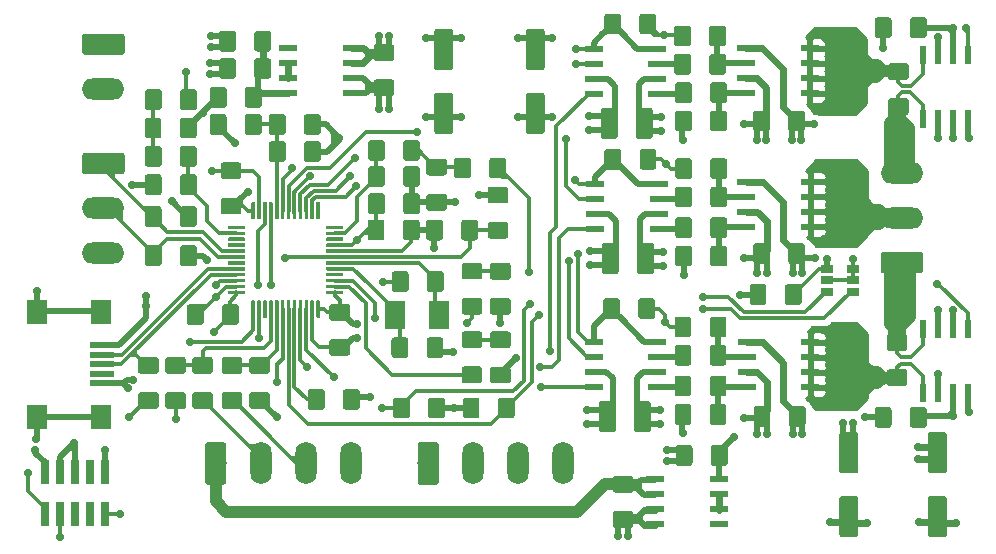
<source format=gtl>
G04 #@! TF.GenerationSoftware,KiCad,Pcbnew,(5.1.0)-1*
G04 #@! TF.CreationDate,2020-05-29T16:33:30+02:00*
G04 #@! TF.ProjectId,motortreiber,6d6f746f-7274-4726-9569-6265722e6b69,rev?*
G04 #@! TF.SameCoordinates,Original*
G04 #@! TF.FileFunction,Copper,L1,Top*
G04 #@! TF.FilePolarity,Positive*
%FSLAX46Y46*%
G04 Gerber Fmt 4.6, Leading zero omitted, Abs format (unit mm)*
G04 Created by KiCad (PCBNEW (5.1.0)-1) date 2020-05-29 16:33:30*
%MOMM*%
%LPD*%
G04 APERTURE LIST*
%ADD10O,1.800000X3.600000*%
%ADD11C,0.100000*%
%ADD12C,1.800000*%
%ADD13C,1.425000*%
%ADD14R,0.750000X2.100000*%
%ADD15O,3.600000X1.800000*%
%ADD16R,1.700000X2.000000*%
%ADD17R,2.000000X0.500000*%
%ADD18R,1.550000X0.600000*%
%ADD19R,1.060000X0.650000*%
%ADD20R,1.700000X2.400000*%
%ADD21C,1.600000*%
%ADD22R,0.600000X1.550000*%
%ADD23C,0.300000*%
%ADD24C,0.700000*%
%ADD25C,0.600000*%
%ADD26C,0.500000*%
%ADD27C,1.000000*%
%ADD28C,0.300000*%
%ADD29C,0.200000*%
%ADD30C,1.500000*%
%ADD31C,0.254000*%
G04 APERTURE END LIST*
D10*
X165430000Y-109500000D03*
X161620000Y-109500000D03*
X157810000Y-109500000D03*
D11*
G36*
X154674504Y-107701204D02*
G01*
X154698773Y-107704804D01*
X154722571Y-107710765D01*
X154745671Y-107719030D01*
X154767849Y-107729520D01*
X154788893Y-107742133D01*
X154808598Y-107756747D01*
X154826777Y-107773223D01*
X154843253Y-107791402D01*
X154857867Y-107811107D01*
X154870480Y-107832151D01*
X154880970Y-107854329D01*
X154889235Y-107877429D01*
X154895196Y-107901227D01*
X154898796Y-107925496D01*
X154900000Y-107950000D01*
X154900000Y-111050000D01*
X154898796Y-111074504D01*
X154895196Y-111098773D01*
X154889235Y-111122571D01*
X154880970Y-111145671D01*
X154870480Y-111167849D01*
X154857867Y-111188893D01*
X154843253Y-111208598D01*
X154826777Y-111226777D01*
X154808598Y-111243253D01*
X154788893Y-111257867D01*
X154767849Y-111270480D01*
X154745671Y-111280970D01*
X154722571Y-111289235D01*
X154698773Y-111295196D01*
X154674504Y-111298796D01*
X154650000Y-111300000D01*
X153350000Y-111300000D01*
X153325496Y-111298796D01*
X153301227Y-111295196D01*
X153277429Y-111289235D01*
X153254329Y-111280970D01*
X153232151Y-111270480D01*
X153211107Y-111257867D01*
X153191402Y-111243253D01*
X153173223Y-111226777D01*
X153156747Y-111208598D01*
X153142133Y-111188893D01*
X153129520Y-111167849D01*
X153119030Y-111145671D01*
X153110765Y-111122571D01*
X153104804Y-111098773D01*
X153101204Y-111074504D01*
X153100000Y-111050000D01*
X153100000Y-107950000D01*
X153101204Y-107925496D01*
X153104804Y-107901227D01*
X153110765Y-107877429D01*
X153119030Y-107854329D01*
X153129520Y-107832151D01*
X153142133Y-107811107D01*
X153156747Y-107791402D01*
X153173223Y-107773223D01*
X153191402Y-107756747D01*
X153211107Y-107742133D01*
X153232151Y-107729520D01*
X153254329Y-107719030D01*
X153277429Y-107710765D01*
X153301227Y-107704804D01*
X153325496Y-107701204D01*
X153350000Y-107700000D01*
X154650000Y-107700000D01*
X154674504Y-107701204D01*
X154674504Y-107701204D01*
G37*
D12*
X154000000Y-109500000D03*
D10*
X147430000Y-109500000D03*
X143620000Y-109500000D03*
X139810000Y-109500000D03*
D11*
G36*
X136674504Y-107701204D02*
G01*
X136698773Y-107704804D01*
X136722571Y-107710765D01*
X136745671Y-107719030D01*
X136767849Y-107729520D01*
X136788893Y-107742133D01*
X136808598Y-107756747D01*
X136826777Y-107773223D01*
X136843253Y-107791402D01*
X136857867Y-107811107D01*
X136870480Y-107832151D01*
X136880970Y-107854329D01*
X136889235Y-107877429D01*
X136895196Y-107901227D01*
X136898796Y-107925496D01*
X136900000Y-107950000D01*
X136900000Y-111050000D01*
X136898796Y-111074504D01*
X136895196Y-111098773D01*
X136889235Y-111122571D01*
X136880970Y-111145671D01*
X136870480Y-111167849D01*
X136857867Y-111188893D01*
X136843253Y-111208598D01*
X136826777Y-111226777D01*
X136808598Y-111243253D01*
X136788893Y-111257867D01*
X136767849Y-111270480D01*
X136745671Y-111280970D01*
X136722571Y-111289235D01*
X136698773Y-111295196D01*
X136674504Y-111298796D01*
X136650000Y-111300000D01*
X135350000Y-111300000D01*
X135325496Y-111298796D01*
X135301227Y-111295196D01*
X135277429Y-111289235D01*
X135254329Y-111280970D01*
X135232151Y-111270480D01*
X135211107Y-111257867D01*
X135191402Y-111243253D01*
X135173223Y-111226777D01*
X135156747Y-111208598D01*
X135142133Y-111188893D01*
X135129520Y-111167849D01*
X135119030Y-111145671D01*
X135110765Y-111122571D01*
X135104804Y-111098773D01*
X135101204Y-111074504D01*
X135100000Y-111050000D01*
X135100000Y-107950000D01*
X135101204Y-107925496D01*
X135104804Y-107901227D01*
X135110765Y-107877429D01*
X135119030Y-107854329D01*
X135129520Y-107832151D01*
X135142133Y-107811107D01*
X135156747Y-107791402D01*
X135173223Y-107773223D01*
X135191402Y-107756747D01*
X135211107Y-107742133D01*
X135232151Y-107729520D01*
X135254329Y-107719030D01*
X135277429Y-107710765D01*
X135301227Y-107704804D01*
X135325496Y-107701204D01*
X135350000Y-107700000D01*
X136650000Y-107700000D01*
X136674504Y-107701204D01*
X136674504Y-107701204D01*
G37*
D12*
X136000000Y-109500000D03*
D11*
G36*
X195974504Y-104726204D02*
G01*
X195998773Y-104729804D01*
X196022571Y-104735765D01*
X196045671Y-104744030D01*
X196067849Y-104754520D01*
X196088893Y-104767133D01*
X196108598Y-104781747D01*
X196126777Y-104798223D01*
X196143253Y-104816402D01*
X196157867Y-104836107D01*
X196170480Y-104857151D01*
X196180970Y-104879329D01*
X196189235Y-104902429D01*
X196195196Y-104926227D01*
X196198796Y-104950496D01*
X196200000Y-104975000D01*
X196200000Y-106225000D01*
X196198796Y-106249504D01*
X196195196Y-106273773D01*
X196189235Y-106297571D01*
X196180970Y-106320671D01*
X196170480Y-106342849D01*
X196157867Y-106363893D01*
X196143253Y-106383598D01*
X196126777Y-106401777D01*
X196108598Y-106418253D01*
X196088893Y-106432867D01*
X196067849Y-106445480D01*
X196045671Y-106455970D01*
X196022571Y-106464235D01*
X195998773Y-106470196D01*
X195974504Y-106473796D01*
X195950000Y-106475000D01*
X195025000Y-106475000D01*
X195000496Y-106473796D01*
X194976227Y-106470196D01*
X194952429Y-106464235D01*
X194929329Y-106455970D01*
X194907151Y-106445480D01*
X194886107Y-106432867D01*
X194866402Y-106418253D01*
X194848223Y-106401777D01*
X194831747Y-106383598D01*
X194817133Y-106363893D01*
X194804520Y-106342849D01*
X194794030Y-106320671D01*
X194785765Y-106297571D01*
X194779804Y-106273773D01*
X194776204Y-106249504D01*
X194775000Y-106225000D01*
X194775000Y-104975000D01*
X194776204Y-104950496D01*
X194779804Y-104926227D01*
X194785765Y-104902429D01*
X194794030Y-104879329D01*
X194804520Y-104857151D01*
X194817133Y-104836107D01*
X194831747Y-104816402D01*
X194848223Y-104798223D01*
X194866402Y-104781747D01*
X194886107Y-104767133D01*
X194907151Y-104754520D01*
X194929329Y-104744030D01*
X194952429Y-104735765D01*
X194976227Y-104729804D01*
X195000496Y-104726204D01*
X195025000Y-104725000D01*
X195950000Y-104725000D01*
X195974504Y-104726204D01*
X195974504Y-104726204D01*
G37*
D13*
X195487500Y-105600000D03*
D11*
G36*
X192999504Y-104726204D02*
G01*
X193023773Y-104729804D01*
X193047571Y-104735765D01*
X193070671Y-104744030D01*
X193092849Y-104754520D01*
X193113893Y-104767133D01*
X193133598Y-104781747D01*
X193151777Y-104798223D01*
X193168253Y-104816402D01*
X193182867Y-104836107D01*
X193195480Y-104857151D01*
X193205970Y-104879329D01*
X193214235Y-104902429D01*
X193220196Y-104926227D01*
X193223796Y-104950496D01*
X193225000Y-104975000D01*
X193225000Y-106225000D01*
X193223796Y-106249504D01*
X193220196Y-106273773D01*
X193214235Y-106297571D01*
X193205970Y-106320671D01*
X193195480Y-106342849D01*
X193182867Y-106363893D01*
X193168253Y-106383598D01*
X193151777Y-106401777D01*
X193133598Y-106418253D01*
X193113893Y-106432867D01*
X193092849Y-106445480D01*
X193070671Y-106455970D01*
X193047571Y-106464235D01*
X193023773Y-106470196D01*
X192999504Y-106473796D01*
X192975000Y-106475000D01*
X192050000Y-106475000D01*
X192025496Y-106473796D01*
X192001227Y-106470196D01*
X191977429Y-106464235D01*
X191954329Y-106455970D01*
X191932151Y-106445480D01*
X191911107Y-106432867D01*
X191891402Y-106418253D01*
X191873223Y-106401777D01*
X191856747Y-106383598D01*
X191842133Y-106363893D01*
X191829520Y-106342849D01*
X191819030Y-106320671D01*
X191810765Y-106297571D01*
X191804804Y-106273773D01*
X191801204Y-106249504D01*
X191800000Y-106225000D01*
X191800000Y-104975000D01*
X191801204Y-104950496D01*
X191804804Y-104926227D01*
X191810765Y-104902429D01*
X191819030Y-104879329D01*
X191829520Y-104857151D01*
X191842133Y-104836107D01*
X191856747Y-104816402D01*
X191873223Y-104798223D01*
X191891402Y-104781747D01*
X191911107Y-104767133D01*
X191932151Y-104754520D01*
X191954329Y-104744030D01*
X191977429Y-104735765D01*
X192001227Y-104729804D01*
X192025496Y-104726204D01*
X192050000Y-104725000D01*
X192975000Y-104725000D01*
X192999504Y-104726204D01*
X192999504Y-104726204D01*
G37*
D13*
X192512500Y-105600000D03*
D11*
G36*
X195974504Y-71726204D02*
G01*
X195998773Y-71729804D01*
X196022571Y-71735765D01*
X196045671Y-71744030D01*
X196067849Y-71754520D01*
X196088893Y-71767133D01*
X196108598Y-71781747D01*
X196126777Y-71798223D01*
X196143253Y-71816402D01*
X196157867Y-71836107D01*
X196170480Y-71857151D01*
X196180970Y-71879329D01*
X196189235Y-71902429D01*
X196195196Y-71926227D01*
X196198796Y-71950496D01*
X196200000Y-71975000D01*
X196200000Y-73225000D01*
X196198796Y-73249504D01*
X196195196Y-73273773D01*
X196189235Y-73297571D01*
X196180970Y-73320671D01*
X196170480Y-73342849D01*
X196157867Y-73363893D01*
X196143253Y-73383598D01*
X196126777Y-73401777D01*
X196108598Y-73418253D01*
X196088893Y-73432867D01*
X196067849Y-73445480D01*
X196045671Y-73455970D01*
X196022571Y-73464235D01*
X195998773Y-73470196D01*
X195974504Y-73473796D01*
X195950000Y-73475000D01*
X195025000Y-73475000D01*
X195000496Y-73473796D01*
X194976227Y-73470196D01*
X194952429Y-73464235D01*
X194929329Y-73455970D01*
X194907151Y-73445480D01*
X194886107Y-73432867D01*
X194866402Y-73418253D01*
X194848223Y-73401777D01*
X194831747Y-73383598D01*
X194817133Y-73363893D01*
X194804520Y-73342849D01*
X194794030Y-73320671D01*
X194785765Y-73297571D01*
X194779804Y-73273773D01*
X194776204Y-73249504D01*
X194775000Y-73225000D01*
X194775000Y-71975000D01*
X194776204Y-71950496D01*
X194779804Y-71926227D01*
X194785765Y-71902429D01*
X194794030Y-71879329D01*
X194804520Y-71857151D01*
X194817133Y-71836107D01*
X194831747Y-71816402D01*
X194848223Y-71798223D01*
X194866402Y-71781747D01*
X194886107Y-71767133D01*
X194907151Y-71754520D01*
X194929329Y-71744030D01*
X194952429Y-71735765D01*
X194976227Y-71729804D01*
X195000496Y-71726204D01*
X195025000Y-71725000D01*
X195950000Y-71725000D01*
X195974504Y-71726204D01*
X195974504Y-71726204D01*
G37*
D13*
X195487500Y-72600000D03*
D11*
G36*
X192999504Y-71726204D02*
G01*
X193023773Y-71729804D01*
X193047571Y-71735765D01*
X193070671Y-71744030D01*
X193092849Y-71754520D01*
X193113893Y-71767133D01*
X193133598Y-71781747D01*
X193151777Y-71798223D01*
X193168253Y-71816402D01*
X193182867Y-71836107D01*
X193195480Y-71857151D01*
X193205970Y-71879329D01*
X193214235Y-71902429D01*
X193220196Y-71926227D01*
X193223796Y-71950496D01*
X193225000Y-71975000D01*
X193225000Y-73225000D01*
X193223796Y-73249504D01*
X193220196Y-73273773D01*
X193214235Y-73297571D01*
X193205970Y-73320671D01*
X193195480Y-73342849D01*
X193182867Y-73363893D01*
X193168253Y-73383598D01*
X193151777Y-73401777D01*
X193133598Y-73418253D01*
X193113893Y-73432867D01*
X193092849Y-73445480D01*
X193070671Y-73455970D01*
X193047571Y-73464235D01*
X193023773Y-73470196D01*
X192999504Y-73473796D01*
X192975000Y-73475000D01*
X192050000Y-73475000D01*
X192025496Y-73473796D01*
X192001227Y-73470196D01*
X191977429Y-73464235D01*
X191954329Y-73455970D01*
X191932151Y-73445480D01*
X191911107Y-73432867D01*
X191891402Y-73418253D01*
X191873223Y-73401777D01*
X191856747Y-73383598D01*
X191842133Y-73363893D01*
X191829520Y-73342849D01*
X191819030Y-73320671D01*
X191810765Y-73297571D01*
X191804804Y-73273773D01*
X191801204Y-73249504D01*
X191800000Y-73225000D01*
X191800000Y-71975000D01*
X191801204Y-71950496D01*
X191804804Y-71926227D01*
X191810765Y-71902429D01*
X191819030Y-71879329D01*
X191829520Y-71857151D01*
X191842133Y-71836107D01*
X191856747Y-71816402D01*
X191873223Y-71798223D01*
X191891402Y-71781747D01*
X191911107Y-71767133D01*
X191932151Y-71754520D01*
X191954329Y-71744030D01*
X191977429Y-71735765D01*
X192001227Y-71729804D01*
X192025496Y-71726204D01*
X192050000Y-71725000D01*
X192975000Y-71725000D01*
X192999504Y-71726204D01*
X192999504Y-71726204D01*
G37*
D13*
X192512500Y-72600000D03*
D14*
X126640000Y-113800000D03*
X126640000Y-110200000D03*
X125370000Y-113800000D03*
X125370000Y-110200000D03*
X124100000Y-113800000D03*
X124100000Y-110200000D03*
X122830000Y-113800000D03*
X122830000Y-110200000D03*
X121560000Y-113800000D03*
X121560000Y-110200000D03*
D15*
X126500000Y-77810000D03*
D11*
G36*
X128074504Y-73101204D02*
G01*
X128098773Y-73104804D01*
X128122571Y-73110765D01*
X128145671Y-73119030D01*
X128167849Y-73129520D01*
X128188893Y-73142133D01*
X128208598Y-73156747D01*
X128226777Y-73173223D01*
X128243253Y-73191402D01*
X128257867Y-73211107D01*
X128270480Y-73232151D01*
X128280970Y-73254329D01*
X128289235Y-73277429D01*
X128295196Y-73301227D01*
X128298796Y-73325496D01*
X128300000Y-73350000D01*
X128300000Y-74650000D01*
X128298796Y-74674504D01*
X128295196Y-74698773D01*
X128289235Y-74722571D01*
X128280970Y-74745671D01*
X128270480Y-74767849D01*
X128257867Y-74788893D01*
X128243253Y-74808598D01*
X128226777Y-74826777D01*
X128208598Y-74843253D01*
X128188893Y-74857867D01*
X128167849Y-74870480D01*
X128145671Y-74880970D01*
X128122571Y-74889235D01*
X128098773Y-74895196D01*
X128074504Y-74898796D01*
X128050000Y-74900000D01*
X124950000Y-74900000D01*
X124925496Y-74898796D01*
X124901227Y-74895196D01*
X124877429Y-74889235D01*
X124854329Y-74880970D01*
X124832151Y-74870480D01*
X124811107Y-74857867D01*
X124791402Y-74843253D01*
X124773223Y-74826777D01*
X124756747Y-74808598D01*
X124742133Y-74788893D01*
X124729520Y-74767849D01*
X124719030Y-74745671D01*
X124710765Y-74722571D01*
X124704804Y-74698773D01*
X124701204Y-74674504D01*
X124700000Y-74650000D01*
X124700000Y-73350000D01*
X124701204Y-73325496D01*
X124704804Y-73301227D01*
X124710765Y-73277429D01*
X124719030Y-73254329D01*
X124729520Y-73232151D01*
X124742133Y-73211107D01*
X124756747Y-73191402D01*
X124773223Y-73173223D01*
X124791402Y-73156747D01*
X124811107Y-73142133D01*
X124832151Y-73129520D01*
X124854329Y-73119030D01*
X124877429Y-73110765D01*
X124901227Y-73104804D01*
X124925496Y-73101204D01*
X124950000Y-73100000D01*
X128050000Y-73100000D01*
X128074504Y-73101204D01*
X128074504Y-73101204D01*
G37*
D12*
X126500000Y-74000000D03*
D16*
X120850000Y-105550000D03*
X126300000Y-105550000D03*
X120850000Y-96650000D03*
X126300000Y-96650000D03*
D17*
X126400000Y-102700000D03*
X126400000Y-101900000D03*
X126400000Y-101100000D03*
X126400000Y-100300000D03*
X126400000Y-99500000D03*
D11*
G36*
X150899504Y-74011204D02*
G01*
X150923773Y-74014804D01*
X150947571Y-74020765D01*
X150970671Y-74029030D01*
X150992849Y-74039520D01*
X151013893Y-74052133D01*
X151033598Y-74066747D01*
X151051777Y-74083223D01*
X151068253Y-74101402D01*
X151082867Y-74121107D01*
X151095480Y-74142151D01*
X151105970Y-74164329D01*
X151114235Y-74187429D01*
X151120196Y-74211227D01*
X151123796Y-74235496D01*
X151125000Y-74260000D01*
X151125000Y-75185000D01*
X151123796Y-75209504D01*
X151120196Y-75233773D01*
X151114235Y-75257571D01*
X151105970Y-75280671D01*
X151095480Y-75302849D01*
X151082867Y-75323893D01*
X151068253Y-75343598D01*
X151051777Y-75361777D01*
X151033598Y-75378253D01*
X151013893Y-75392867D01*
X150992849Y-75405480D01*
X150970671Y-75415970D01*
X150947571Y-75424235D01*
X150923773Y-75430196D01*
X150899504Y-75433796D01*
X150875000Y-75435000D01*
X149625000Y-75435000D01*
X149600496Y-75433796D01*
X149576227Y-75430196D01*
X149552429Y-75424235D01*
X149529329Y-75415970D01*
X149507151Y-75405480D01*
X149486107Y-75392867D01*
X149466402Y-75378253D01*
X149448223Y-75361777D01*
X149431747Y-75343598D01*
X149417133Y-75323893D01*
X149404520Y-75302849D01*
X149394030Y-75280671D01*
X149385765Y-75257571D01*
X149379804Y-75233773D01*
X149376204Y-75209504D01*
X149375000Y-75185000D01*
X149375000Y-74260000D01*
X149376204Y-74235496D01*
X149379804Y-74211227D01*
X149385765Y-74187429D01*
X149394030Y-74164329D01*
X149404520Y-74142151D01*
X149417133Y-74121107D01*
X149431747Y-74101402D01*
X149448223Y-74083223D01*
X149466402Y-74066747D01*
X149486107Y-74052133D01*
X149507151Y-74039520D01*
X149529329Y-74029030D01*
X149552429Y-74020765D01*
X149576227Y-74014804D01*
X149600496Y-74011204D01*
X149625000Y-74010000D01*
X150875000Y-74010000D01*
X150899504Y-74011204D01*
X150899504Y-74011204D01*
G37*
D13*
X150250000Y-74722500D03*
D11*
G36*
X150899504Y-76986204D02*
G01*
X150923773Y-76989804D01*
X150947571Y-76995765D01*
X150970671Y-77004030D01*
X150992849Y-77014520D01*
X151013893Y-77027133D01*
X151033598Y-77041747D01*
X151051777Y-77058223D01*
X151068253Y-77076402D01*
X151082867Y-77096107D01*
X151095480Y-77117151D01*
X151105970Y-77139329D01*
X151114235Y-77162429D01*
X151120196Y-77186227D01*
X151123796Y-77210496D01*
X151125000Y-77235000D01*
X151125000Y-78160000D01*
X151123796Y-78184504D01*
X151120196Y-78208773D01*
X151114235Y-78232571D01*
X151105970Y-78255671D01*
X151095480Y-78277849D01*
X151082867Y-78298893D01*
X151068253Y-78318598D01*
X151051777Y-78336777D01*
X151033598Y-78353253D01*
X151013893Y-78367867D01*
X150992849Y-78380480D01*
X150970671Y-78390970D01*
X150947571Y-78399235D01*
X150923773Y-78405196D01*
X150899504Y-78408796D01*
X150875000Y-78410000D01*
X149625000Y-78410000D01*
X149600496Y-78408796D01*
X149576227Y-78405196D01*
X149552429Y-78399235D01*
X149529329Y-78390970D01*
X149507151Y-78380480D01*
X149486107Y-78367867D01*
X149466402Y-78353253D01*
X149448223Y-78336777D01*
X149431747Y-78318598D01*
X149417133Y-78298893D01*
X149404520Y-78277849D01*
X149394030Y-78255671D01*
X149385765Y-78232571D01*
X149379804Y-78208773D01*
X149376204Y-78184504D01*
X149375000Y-78160000D01*
X149375000Y-77235000D01*
X149376204Y-77210496D01*
X149379804Y-77186227D01*
X149385765Y-77162429D01*
X149394030Y-77139329D01*
X149404520Y-77117151D01*
X149417133Y-77096107D01*
X149431747Y-77076402D01*
X149448223Y-77058223D01*
X149466402Y-77041747D01*
X149486107Y-77027133D01*
X149507151Y-77014520D01*
X149529329Y-77004030D01*
X149552429Y-76995765D01*
X149576227Y-76989804D01*
X149600496Y-76986204D01*
X149625000Y-76985000D01*
X150875000Y-76985000D01*
X150899504Y-76986204D01*
X150899504Y-76986204D01*
G37*
D13*
X150250000Y-77697500D03*
D18*
X142160000Y-78115000D03*
X142160000Y-76845000D03*
X142160000Y-75575000D03*
X142160000Y-74305000D03*
X147560000Y-74305000D03*
X147560000Y-75575000D03*
X147560000Y-76845000D03*
X147560000Y-78115000D03*
D11*
G36*
X152212004Y-103926204D02*
G01*
X152236273Y-103929804D01*
X152260071Y-103935765D01*
X152283171Y-103944030D01*
X152305349Y-103954520D01*
X152326393Y-103967133D01*
X152346098Y-103981747D01*
X152364277Y-103998223D01*
X152380753Y-104016402D01*
X152395367Y-104036107D01*
X152407980Y-104057151D01*
X152418470Y-104079329D01*
X152426735Y-104102429D01*
X152432696Y-104126227D01*
X152436296Y-104150496D01*
X152437500Y-104175000D01*
X152437500Y-105425000D01*
X152436296Y-105449504D01*
X152432696Y-105473773D01*
X152426735Y-105497571D01*
X152418470Y-105520671D01*
X152407980Y-105542849D01*
X152395367Y-105563893D01*
X152380753Y-105583598D01*
X152364277Y-105601777D01*
X152346098Y-105618253D01*
X152326393Y-105632867D01*
X152305349Y-105645480D01*
X152283171Y-105655970D01*
X152260071Y-105664235D01*
X152236273Y-105670196D01*
X152212004Y-105673796D01*
X152187500Y-105675000D01*
X151262500Y-105675000D01*
X151237996Y-105673796D01*
X151213727Y-105670196D01*
X151189929Y-105664235D01*
X151166829Y-105655970D01*
X151144651Y-105645480D01*
X151123607Y-105632867D01*
X151103902Y-105618253D01*
X151085723Y-105601777D01*
X151069247Y-105583598D01*
X151054633Y-105563893D01*
X151042020Y-105542849D01*
X151031530Y-105520671D01*
X151023265Y-105497571D01*
X151017304Y-105473773D01*
X151013704Y-105449504D01*
X151012500Y-105425000D01*
X151012500Y-104175000D01*
X151013704Y-104150496D01*
X151017304Y-104126227D01*
X151023265Y-104102429D01*
X151031530Y-104079329D01*
X151042020Y-104057151D01*
X151054633Y-104036107D01*
X151069247Y-104016402D01*
X151085723Y-103998223D01*
X151103902Y-103981747D01*
X151123607Y-103967133D01*
X151144651Y-103954520D01*
X151166829Y-103944030D01*
X151189929Y-103935765D01*
X151213727Y-103929804D01*
X151237996Y-103926204D01*
X151262500Y-103925000D01*
X152187500Y-103925000D01*
X152212004Y-103926204D01*
X152212004Y-103926204D01*
G37*
D13*
X151725000Y-104800000D03*
D11*
G36*
X155187004Y-103926204D02*
G01*
X155211273Y-103929804D01*
X155235071Y-103935765D01*
X155258171Y-103944030D01*
X155280349Y-103954520D01*
X155301393Y-103967133D01*
X155321098Y-103981747D01*
X155339277Y-103998223D01*
X155355753Y-104016402D01*
X155370367Y-104036107D01*
X155382980Y-104057151D01*
X155393470Y-104079329D01*
X155401735Y-104102429D01*
X155407696Y-104126227D01*
X155411296Y-104150496D01*
X155412500Y-104175000D01*
X155412500Y-105425000D01*
X155411296Y-105449504D01*
X155407696Y-105473773D01*
X155401735Y-105497571D01*
X155393470Y-105520671D01*
X155382980Y-105542849D01*
X155370367Y-105563893D01*
X155355753Y-105583598D01*
X155339277Y-105601777D01*
X155321098Y-105618253D01*
X155301393Y-105632867D01*
X155280349Y-105645480D01*
X155258171Y-105655970D01*
X155235071Y-105664235D01*
X155211273Y-105670196D01*
X155187004Y-105673796D01*
X155162500Y-105675000D01*
X154237500Y-105675000D01*
X154212996Y-105673796D01*
X154188727Y-105670196D01*
X154164929Y-105664235D01*
X154141829Y-105655970D01*
X154119651Y-105645480D01*
X154098607Y-105632867D01*
X154078902Y-105618253D01*
X154060723Y-105601777D01*
X154044247Y-105583598D01*
X154029633Y-105563893D01*
X154017020Y-105542849D01*
X154006530Y-105520671D01*
X153998265Y-105497571D01*
X153992304Y-105473773D01*
X153988704Y-105449504D01*
X153987500Y-105425000D01*
X153987500Y-104175000D01*
X153988704Y-104150496D01*
X153992304Y-104126227D01*
X153998265Y-104102429D01*
X154006530Y-104079329D01*
X154017020Y-104057151D01*
X154029633Y-104036107D01*
X154044247Y-104016402D01*
X154060723Y-103998223D01*
X154078902Y-103981747D01*
X154098607Y-103967133D01*
X154119651Y-103954520D01*
X154141829Y-103944030D01*
X154164929Y-103935765D01*
X154188727Y-103929804D01*
X154212996Y-103926204D01*
X154237500Y-103925000D01*
X155162500Y-103925000D01*
X155187004Y-103926204D01*
X155187004Y-103926204D01*
G37*
D13*
X154700000Y-104800000D03*
D11*
G36*
X161087004Y-103926204D02*
G01*
X161111273Y-103929804D01*
X161135071Y-103935765D01*
X161158171Y-103944030D01*
X161180349Y-103954520D01*
X161201393Y-103967133D01*
X161221098Y-103981747D01*
X161239277Y-103998223D01*
X161255753Y-104016402D01*
X161270367Y-104036107D01*
X161282980Y-104057151D01*
X161293470Y-104079329D01*
X161301735Y-104102429D01*
X161307696Y-104126227D01*
X161311296Y-104150496D01*
X161312500Y-104175000D01*
X161312500Y-105425000D01*
X161311296Y-105449504D01*
X161307696Y-105473773D01*
X161301735Y-105497571D01*
X161293470Y-105520671D01*
X161282980Y-105542849D01*
X161270367Y-105563893D01*
X161255753Y-105583598D01*
X161239277Y-105601777D01*
X161221098Y-105618253D01*
X161201393Y-105632867D01*
X161180349Y-105645480D01*
X161158171Y-105655970D01*
X161135071Y-105664235D01*
X161111273Y-105670196D01*
X161087004Y-105673796D01*
X161062500Y-105675000D01*
X160137500Y-105675000D01*
X160112996Y-105673796D01*
X160088727Y-105670196D01*
X160064929Y-105664235D01*
X160041829Y-105655970D01*
X160019651Y-105645480D01*
X159998607Y-105632867D01*
X159978902Y-105618253D01*
X159960723Y-105601777D01*
X159944247Y-105583598D01*
X159929633Y-105563893D01*
X159917020Y-105542849D01*
X159906530Y-105520671D01*
X159898265Y-105497571D01*
X159892304Y-105473773D01*
X159888704Y-105449504D01*
X159887500Y-105425000D01*
X159887500Y-104175000D01*
X159888704Y-104150496D01*
X159892304Y-104126227D01*
X159898265Y-104102429D01*
X159906530Y-104079329D01*
X159917020Y-104057151D01*
X159929633Y-104036107D01*
X159944247Y-104016402D01*
X159960723Y-103998223D01*
X159978902Y-103981747D01*
X159998607Y-103967133D01*
X160019651Y-103954520D01*
X160041829Y-103944030D01*
X160064929Y-103935765D01*
X160088727Y-103929804D01*
X160112996Y-103926204D01*
X160137500Y-103925000D01*
X161062500Y-103925000D01*
X161087004Y-103926204D01*
X161087004Y-103926204D01*
G37*
D13*
X160600000Y-104800000D03*
D11*
G36*
X158112004Y-103926204D02*
G01*
X158136273Y-103929804D01*
X158160071Y-103935765D01*
X158183171Y-103944030D01*
X158205349Y-103954520D01*
X158226393Y-103967133D01*
X158246098Y-103981747D01*
X158264277Y-103998223D01*
X158280753Y-104016402D01*
X158295367Y-104036107D01*
X158307980Y-104057151D01*
X158318470Y-104079329D01*
X158326735Y-104102429D01*
X158332696Y-104126227D01*
X158336296Y-104150496D01*
X158337500Y-104175000D01*
X158337500Y-105425000D01*
X158336296Y-105449504D01*
X158332696Y-105473773D01*
X158326735Y-105497571D01*
X158318470Y-105520671D01*
X158307980Y-105542849D01*
X158295367Y-105563893D01*
X158280753Y-105583598D01*
X158264277Y-105601777D01*
X158246098Y-105618253D01*
X158226393Y-105632867D01*
X158205349Y-105645480D01*
X158183171Y-105655970D01*
X158160071Y-105664235D01*
X158136273Y-105670196D01*
X158112004Y-105673796D01*
X158087500Y-105675000D01*
X157162500Y-105675000D01*
X157137996Y-105673796D01*
X157113727Y-105670196D01*
X157089929Y-105664235D01*
X157066829Y-105655970D01*
X157044651Y-105645480D01*
X157023607Y-105632867D01*
X157003902Y-105618253D01*
X156985723Y-105601777D01*
X156969247Y-105583598D01*
X156954633Y-105563893D01*
X156942020Y-105542849D01*
X156931530Y-105520671D01*
X156923265Y-105497571D01*
X156917304Y-105473773D01*
X156913704Y-105449504D01*
X156912500Y-105425000D01*
X156912500Y-104175000D01*
X156913704Y-104150496D01*
X156917304Y-104126227D01*
X156923265Y-104102429D01*
X156931530Y-104079329D01*
X156942020Y-104057151D01*
X156954633Y-104036107D01*
X156969247Y-104016402D01*
X156985723Y-103998223D01*
X157003902Y-103981747D01*
X157023607Y-103967133D01*
X157044651Y-103954520D01*
X157066829Y-103944030D01*
X157089929Y-103935765D01*
X157113727Y-103929804D01*
X157137996Y-103926204D01*
X157162500Y-103925000D01*
X158087500Y-103925000D01*
X158112004Y-103926204D01*
X158112004Y-103926204D01*
G37*
D13*
X157625000Y-104800000D03*
D11*
G36*
X153074504Y-86626204D02*
G01*
X153098773Y-86629804D01*
X153122571Y-86635765D01*
X153145671Y-86644030D01*
X153167849Y-86654520D01*
X153188893Y-86667133D01*
X153208598Y-86681747D01*
X153226777Y-86698223D01*
X153243253Y-86716402D01*
X153257867Y-86736107D01*
X153270480Y-86757151D01*
X153280970Y-86779329D01*
X153289235Y-86802429D01*
X153295196Y-86826227D01*
X153298796Y-86850496D01*
X153300000Y-86875000D01*
X153300000Y-88125000D01*
X153298796Y-88149504D01*
X153295196Y-88173773D01*
X153289235Y-88197571D01*
X153280970Y-88220671D01*
X153270480Y-88242849D01*
X153257867Y-88263893D01*
X153243253Y-88283598D01*
X153226777Y-88301777D01*
X153208598Y-88318253D01*
X153188893Y-88332867D01*
X153167849Y-88345480D01*
X153145671Y-88355970D01*
X153122571Y-88364235D01*
X153098773Y-88370196D01*
X153074504Y-88373796D01*
X153050000Y-88375000D01*
X152125000Y-88375000D01*
X152100496Y-88373796D01*
X152076227Y-88370196D01*
X152052429Y-88364235D01*
X152029329Y-88355970D01*
X152007151Y-88345480D01*
X151986107Y-88332867D01*
X151966402Y-88318253D01*
X151948223Y-88301777D01*
X151931747Y-88283598D01*
X151917133Y-88263893D01*
X151904520Y-88242849D01*
X151894030Y-88220671D01*
X151885765Y-88197571D01*
X151879804Y-88173773D01*
X151876204Y-88149504D01*
X151875000Y-88125000D01*
X151875000Y-86875000D01*
X151876204Y-86850496D01*
X151879804Y-86826227D01*
X151885765Y-86802429D01*
X151894030Y-86779329D01*
X151904520Y-86757151D01*
X151917133Y-86736107D01*
X151931747Y-86716402D01*
X151948223Y-86698223D01*
X151966402Y-86681747D01*
X151986107Y-86667133D01*
X152007151Y-86654520D01*
X152029329Y-86644030D01*
X152052429Y-86635765D01*
X152076227Y-86629804D01*
X152100496Y-86626204D01*
X152125000Y-86625000D01*
X153050000Y-86625000D01*
X153074504Y-86626204D01*
X153074504Y-86626204D01*
G37*
D13*
X152587500Y-87500000D03*
D11*
G36*
X150099504Y-86626204D02*
G01*
X150123773Y-86629804D01*
X150147571Y-86635765D01*
X150170671Y-86644030D01*
X150192849Y-86654520D01*
X150213893Y-86667133D01*
X150233598Y-86681747D01*
X150251777Y-86698223D01*
X150268253Y-86716402D01*
X150282867Y-86736107D01*
X150295480Y-86757151D01*
X150305970Y-86779329D01*
X150314235Y-86802429D01*
X150320196Y-86826227D01*
X150323796Y-86850496D01*
X150325000Y-86875000D01*
X150325000Y-88125000D01*
X150323796Y-88149504D01*
X150320196Y-88173773D01*
X150314235Y-88197571D01*
X150305970Y-88220671D01*
X150295480Y-88242849D01*
X150282867Y-88263893D01*
X150268253Y-88283598D01*
X150251777Y-88301777D01*
X150233598Y-88318253D01*
X150213893Y-88332867D01*
X150192849Y-88345480D01*
X150170671Y-88355970D01*
X150147571Y-88364235D01*
X150123773Y-88370196D01*
X150099504Y-88373796D01*
X150075000Y-88375000D01*
X149150000Y-88375000D01*
X149125496Y-88373796D01*
X149101227Y-88370196D01*
X149077429Y-88364235D01*
X149054329Y-88355970D01*
X149032151Y-88345480D01*
X149011107Y-88332867D01*
X148991402Y-88318253D01*
X148973223Y-88301777D01*
X148956747Y-88283598D01*
X148942133Y-88263893D01*
X148929520Y-88242849D01*
X148919030Y-88220671D01*
X148910765Y-88197571D01*
X148904804Y-88173773D01*
X148901204Y-88149504D01*
X148900000Y-88125000D01*
X148900000Y-86875000D01*
X148901204Y-86850496D01*
X148904804Y-86826227D01*
X148910765Y-86802429D01*
X148919030Y-86779329D01*
X148929520Y-86757151D01*
X148942133Y-86736107D01*
X148956747Y-86716402D01*
X148973223Y-86698223D01*
X148991402Y-86681747D01*
X149011107Y-86667133D01*
X149032151Y-86654520D01*
X149054329Y-86644030D01*
X149077429Y-86635765D01*
X149101227Y-86629804D01*
X149125496Y-86626204D01*
X149150000Y-86625000D01*
X150075000Y-86625000D01*
X150099504Y-86626204D01*
X150099504Y-86626204D01*
G37*
D13*
X149612500Y-87500000D03*
D19*
X187800000Y-94000000D03*
X187800000Y-94950000D03*
X187800000Y-93050000D03*
X190000000Y-93050000D03*
X190000000Y-94000000D03*
X190000000Y-94950000D03*
D11*
G36*
X185387004Y-94326204D02*
G01*
X185411273Y-94329804D01*
X185435071Y-94335765D01*
X185458171Y-94344030D01*
X185480349Y-94354520D01*
X185501393Y-94367133D01*
X185521098Y-94381747D01*
X185539277Y-94398223D01*
X185555753Y-94416402D01*
X185570367Y-94436107D01*
X185582980Y-94457151D01*
X185593470Y-94479329D01*
X185601735Y-94502429D01*
X185607696Y-94526227D01*
X185611296Y-94550496D01*
X185612500Y-94575000D01*
X185612500Y-95825000D01*
X185611296Y-95849504D01*
X185607696Y-95873773D01*
X185601735Y-95897571D01*
X185593470Y-95920671D01*
X185582980Y-95942849D01*
X185570367Y-95963893D01*
X185555753Y-95983598D01*
X185539277Y-96001777D01*
X185521098Y-96018253D01*
X185501393Y-96032867D01*
X185480349Y-96045480D01*
X185458171Y-96055970D01*
X185435071Y-96064235D01*
X185411273Y-96070196D01*
X185387004Y-96073796D01*
X185362500Y-96075000D01*
X184437500Y-96075000D01*
X184412996Y-96073796D01*
X184388727Y-96070196D01*
X184364929Y-96064235D01*
X184341829Y-96055970D01*
X184319651Y-96045480D01*
X184298607Y-96032867D01*
X184278902Y-96018253D01*
X184260723Y-96001777D01*
X184244247Y-95983598D01*
X184229633Y-95963893D01*
X184217020Y-95942849D01*
X184206530Y-95920671D01*
X184198265Y-95897571D01*
X184192304Y-95873773D01*
X184188704Y-95849504D01*
X184187500Y-95825000D01*
X184187500Y-94575000D01*
X184188704Y-94550496D01*
X184192304Y-94526227D01*
X184198265Y-94502429D01*
X184206530Y-94479329D01*
X184217020Y-94457151D01*
X184229633Y-94436107D01*
X184244247Y-94416402D01*
X184260723Y-94398223D01*
X184278902Y-94381747D01*
X184298607Y-94367133D01*
X184319651Y-94354520D01*
X184341829Y-94344030D01*
X184364929Y-94335765D01*
X184388727Y-94329804D01*
X184412996Y-94326204D01*
X184437500Y-94325000D01*
X185362500Y-94325000D01*
X185387004Y-94326204D01*
X185387004Y-94326204D01*
G37*
D13*
X184900000Y-95200000D03*
D11*
G36*
X182412004Y-94326204D02*
G01*
X182436273Y-94329804D01*
X182460071Y-94335765D01*
X182483171Y-94344030D01*
X182505349Y-94354520D01*
X182526393Y-94367133D01*
X182546098Y-94381747D01*
X182564277Y-94398223D01*
X182580753Y-94416402D01*
X182595367Y-94436107D01*
X182607980Y-94457151D01*
X182618470Y-94479329D01*
X182626735Y-94502429D01*
X182632696Y-94526227D01*
X182636296Y-94550496D01*
X182637500Y-94575000D01*
X182637500Y-95825000D01*
X182636296Y-95849504D01*
X182632696Y-95873773D01*
X182626735Y-95897571D01*
X182618470Y-95920671D01*
X182607980Y-95942849D01*
X182595367Y-95963893D01*
X182580753Y-95983598D01*
X182564277Y-96001777D01*
X182546098Y-96018253D01*
X182526393Y-96032867D01*
X182505349Y-96045480D01*
X182483171Y-96055970D01*
X182460071Y-96064235D01*
X182436273Y-96070196D01*
X182412004Y-96073796D01*
X182387500Y-96075000D01*
X181462500Y-96075000D01*
X181437996Y-96073796D01*
X181413727Y-96070196D01*
X181389929Y-96064235D01*
X181366829Y-96055970D01*
X181344651Y-96045480D01*
X181323607Y-96032867D01*
X181303902Y-96018253D01*
X181285723Y-96001777D01*
X181269247Y-95983598D01*
X181254633Y-95963893D01*
X181242020Y-95942849D01*
X181231530Y-95920671D01*
X181223265Y-95897571D01*
X181217304Y-95873773D01*
X181213704Y-95849504D01*
X181212500Y-95825000D01*
X181212500Y-94575000D01*
X181213704Y-94550496D01*
X181217304Y-94526227D01*
X181223265Y-94502429D01*
X181231530Y-94479329D01*
X181242020Y-94457151D01*
X181254633Y-94436107D01*
X181269247Y-94416402D01*
X181285723Y-94398223D01*
X181303902Y-94381747D01*
X181323607Y-94367133D01*
X181344651Y-94354520D01*
X181366829Y-94344030D01*
X181389929Y-94335765D01*
X181413727Y-94329804D01*
X181437996Y-94326204D01*
X181462500Y-94325000D01*
X182387500Y-94325000D01*
X182412004Y-94326204D01*
X182412004Y-94326204D01*
G37*
D13*
X181925000Y-95200000D03*
D11*
G36*
X144674504Y-79926204D02*
G01*
X144698773Y-79929804D01*
X144722571Y-79935765D01*
X144745671Y-79944030D01*
X144767849Y-79954520D01*
X144788893Y-79967133D01*
X144808598Y-79981747D01*
X144826777Y-79998223D01*
X144843253Y-80016402D01*
X144857867Y-80036107D01*
X144870480Y-80057151D01*
X144880970Y-80079329D01*
X144889235Y-80102429D01*
X144895196Y-80126227D01*
X144898796Y-80150496D01*
X144900000Y-80175000D01*
X144900000Y-81425000D01*
X144898796Y-81449504D01*
X144895196Y-81473773D01*
X144889235Y-81497571D01*
X144880970Y-81520671D01*
X144870480Y-81542849D01*
X144857867Y-81563893D01*
X144843253Y-81583598D01*
X144826777Y-81601777D01*
X144808598Y-81618253D01*
X144788893Y-81632867D01*
X144767849Y-81645480D01*
X144745671Y-81655970D01*
X144722571Y-81664235D01*
X144698773Y-81670196D01*
X144674504Y-81673796D01*
X144650000Y-81675000D01*
X143725000Y-81675000D01*
X143700496Y-81673796D01*
X143676227Y-81670196D01*
X143652429Y-81664235D01*
X143629329Y-81655970D01*
X143607151Y-81645480D01*
X143586107Y-81632867D01*
X143566402Y-81618253D01*
X143548223Y-81601777D01*
X143531747Y-81583598D01*
X143517133Y-81563893D01*
X143504520Y-81542849D01*
X143494030Y-81520671D01*
X143485765Y-81497571D01*
X143479804Y-81473773D01*
X143476204Y-81449504D01*
X143475000Y-81425000D01*
X143475000Y-80175000D01*
X143476204Y-80150496D01*
X143479804Y-80126227D01*
X143485765Y-80102429D01*
X143494030Y-80079329D01*
X143504520Y-80057151D01*
X143517133Y-80036107D01*
X143531747Y-80016402D01*
X143548223Y-79998223D01*
X143566402Y-79981747D01*
X143586107Y-79967133D01*
X143607151Y-79954520D01*
X143629329Y-79944030D01*
X143652429Y-79935765D01*
X143676227Y-79929804D01*
X143700496Y-79926204D01*
X143725000Y-79925000D01*
X144650000Y-79925000D01*
X144674504Y-79926204D01*
X144674504Y-79926204D01*
G37*
D13*
X144187500Y-80800000D03*
D11*
G36*
X141699504Y-79926204D02*
G01*
X141723773Y-79929804D01*
X141747571Y-79935765D01*
X141770671Y-79944030D01*
X141792849Y-79954520D01*
X141813893Y-79967133D01*
X141833598Y-79981747D01*
X141851777Y-79998223D01*
X141868253Y-80016402D01*
X141882867Y-80036107D01*
X141895480Y-80057151D01*
X141905970Y-80079329D01*
X141914235Y-80102429D01*
X141920196Y-80126227D01*
X141923796Y-80150496D01*
X141925000Y-80175000D01*
X141925000Y-81425000D01*
X141923796Y-81449504D01*
X141920196Y-81473773D01*
X141914235Y-81497571D01*
X141905970Y-81520671D01*
X141895480Y-81542849D01*
X141882867Y-81563893D01*
X141868253Y-81583598D01*
X141851777Y-81601777D01*
X141833598Y-81618253D01*
X141813893Y-81632867D01*
X141792849Y-81645480D01*
X141770671Y-81655970D01*
X141747571Y-81664235D01*
X141723773Y-81670196D01*
X141699504Y-81673796D01*
X141675000Y-81675000D01*
X140750000Y-81675000D01*
X140725496Y-81673796D01*
X140701227Y-81670196D01*
X140677429Y-81664235D01*
X140654329Y-81655970D01*
X140632151Y-81645480D01*
X140611107Y-81632867D01*
X140591402Y-81618253D01*
X140573223Y-81601777D01*
X140556747Y-81583598D01*
X140542133Y-81563893D01*
X140529520Y-81542849D01*
X140519030Y-81520671D01*
X140510765Y-81497571D01*
X140504804Y-81473773D01*
X140501204Y-81449504D01*
X140500000Y-81425000D01*
X140500000Y-80175000D01*
X140501204Y-80150496D01*
X140504804Y-80126227D01*
X140510765Y-80102429D01*
X140519030Y-80079329D01*
X140529520Y-80057151D01*
X140542133Y-80036107D01*
X140556747Y-80016402D01*
X140573223Y-79998223D01*
X140591402Y-79981747D01*
X140611107Y-79967133D01*
X140632151Y-79954520D01*
X140654329Y-79944030D01*
X140677429Y-79935765D01*
X140701227Y-79929804D01*
X140725496Y-79926204D01*
X140750000Y-79925000D01*
X141675000Y-79925000D01*
X141699504Y-79926204D01*
X141699504Y-79926204D01*
G37*
D13*
X141212500Y-80800000D03*
D11*
G36*
X139674504Y-79926204D02*
G01*
X139698773Y-79929804D01*
X139722571Y-79935765D01*
X139745671Y-79944030D01*
X139767849Y-79954520D01*
X139788893Y-79967133D01*
X139808598Y-79981747D01*
X139826777Y-79998223D01*
X139843253Y-80016402D01*
X139857867Y-80036107D01*
X139870480Y-80057151D01*
X139880970Y-80079329D01*
X139889235Y-80102429D01*
X139895196Y-80126227D01*
X139898796Y-80150496D01*
X139900000Y-80175000D01*
X139900000Y-81425000D01*
X139898796Y-81449504D01*
X139895196Y-81473773D01*
X139889235Y-81497571D01*
X139880970Y-81520671D01*
X139870480Y-81542849D01*
X139857867Y-81563893D01*
X139843253Y-81583598D01*
X139826777Y-81601777D01*
X139808598Y-81618253D01*
X139788893Y-81632867D01*
X139767849Y-81645480D01*
X139745671Y-81655970D01*
X139722571Y-81664235D01*
X139698773Y-81670196D01*
X139674504Y-81673796D01*
X139650000Y-81675000D01*
X138725000Y-81675000D01*
X138700496Y-81673796D01*
X138676227Y-81670196D01*
X138652429Y-81664235D01*
X138629329Y-81655970D01*
X138607151Y-81645480D01*
X138586107Y-81632867D01*
X138566402Y-81618253D01*
X138548223Y-81601777D01*
X138531747Y-81583598D01*
X138517133Y-81563893D01*
X138504520Y-81542849D01*
X138494030Y-81520671D01*
X138485765Y-81497571D01*
X138479804Y-81473773D01*
X138476204Y-81449504D01*
X138475000Y-81425000D01*
X138475000Y-80175000D01*
X138476204Y-80150496D01*
X138479804Y-80126227D01*
X138485765Y-80102429D01*
X138494030Y-80079329D01*
X138504520Y-80057151D01*
X138517133Y-80036107D01*
X138531747Y-80016402D01*
X138548223Y-79998223D01*
X138566402Y-79981747D01*
X138586107Y-79967133D01*
X138607151Y-79954520D01*
X138629329Y-79944030D01*
X138652429Y-79935765D01*
X138676227Y-79929804D01*
X138700496Y-79926204D01*
X138725000Y-79925000D01*
X139650000Y-79925000D01*
X139674504Y-79926204D01*
X139674504Y-79926204D01*
G37*
D13*
X139187500Y-80800000D03*
D11*
G36*
X136699504Y-79926204D02*
G01*
X136723773Y-79929804D01*
X136747571Y-79935765D01*
X136770671Y-79944030D01*
X136792849Y-79954520D01*
X136813893Y-79967133D01*
X136833598Y-79981747D01*
X136851777Y-79998223D01*
X136868253Y-80016402D01*
X136882867Y-80036107D01*
X136895480Y-80057151D01*
X136905970Y-80079329D01*
X136914235Y-80102429D01*
X136920196Y-80126227D01*
X136923796Y-80150496D01*
X136925000Y-80175000D01*
X136925000Y-81425000D01*
X136923796Y-81449504D01*
X136920196Y-81473773D01*
X136914235Y-81497571D01*
X136905970Y-81520671D01*
X136895480Y-81542849D01*
X136882867Y-81563893D01*
X136868253Y-81583598D01*
X136851777Y-81601777D01*
X136833598Y-81618253D01*
X136813893Y-81632867D01*
X136792849Y-81645480D01*
X136770671Y-81655970D01*
X136747571Y-81664235D01*
X136723773Y-81670196D01*
X136699504Y-81673796D01*
X136675000Y-81675000D01*
X135750000Y-81675000D01*
X135725496Y-81673796D01*
X135701227Y-81670196D01*
X135677429Y-81664235D01*
X135654329Y-81655970D01*
X135632151Y-81645480D01*
X135611107Y-81632867D01*
X135591402Y-81618253D01*
X135573223Y-81601777D01*
X135556747Y-81583598D01*
X135542133Y-81563893D01*
X135529520Y-81542849D01*
X135519030Y-81520671D01*
X135510765Y-81497571D01*
X135504804Y-81473773D01*
X135501204Y-81449504D01*
X135500000Y-81425000D01*
X135500000Y-80175000D01*
X135501204Y-80150496D01*
X135504804Y-80126227D01*
X135510765Y-80102429D01*
X135519030Y-80079329D01*
X135529520Y-80057151D01*
X135542133Y-80036107D01*
X135556747Y-80016402D01*
X135573223Y-79998223D01*
X135591402Y-79981747D01*
X135611107Y-79967133D01*
X135632151Y-79954520D01*
X135654329Y-79944030D01*
X135677429Y-79935765D01*
X135701227Y-79929804D01*
X135725496Y-79926204D01*
X135750000Y-79925000D01*
X136675000Y-79925000D01*
X136699504Y-79926204D01*
X136699504Y-79926204D01*
G37*
D13*
X136212500Y-80800000D03*
D11*
G36*
X144674504Y-82226204D02*
G01*
X144698773Y-82229804D01*
X144722571Y-82235765D01*
X144745671Y-82244030D01*
X144767849Y-82254520D01*
X144788893Y-82267133D01*
X144808598Y-82281747D01*
X144826777Y-82298223D01*
X144843253Y-82316402D01*
X144857867Y-82336107D01*
X144870480Y-82357151D01*
X144880970Y-82379329D01*
X144889235Y-82402429D01*
X144895196Y-82426227D01*
X144898796Y-82450496D01*
X144900000Y-82475000D01*
X144900000Y-83725000D01*
X144898796Y-83749504D01*
X144895196Y-83773773D01*
X144889235Y-83797571D01*
X144880970Y-83820671D01*
X144870480Y-83842849D01*
X144857867Y-83863893D01*
X144843253Y-83883598D01*
X144826777Y-83901777D01*
X144808598Y-83918253D01*
X144788893Y-83932867D01*
X144767849Y-83945480D01*
X144745671Y-83955970D01*
X144722571Y-83964235D01*
X144698773Y-83970196D01*
X144674504Y-83973796D01*
X144650000Y-83975000D01*
X143725000Y-83975000D01*
X143700496Y-83973796D01*
X143676227Y-83970196D01*
X143652429Y-83964235D01*
X143629329Y-83955970D01*
X143607151Y-83945480D01*
X143586107Y-83932867D01*
X143566402Y-83918253D01*
X143548223Y-83901777D01*
X143531747Y-83883598D01*
X143517133Y-83863893D01*
X143504520Y-83842849D01*
X143494030Y-83820671D01*
X143485765Y-83797571D01*
X143479804Y-83773773D01*
X143476204Y-83749504D01*
X143475000Y-83725000D01*
X143475000Y-82475000D01*
X143476204Y-82450496D01*
X143479804Y-82426227D01*
X143485765Y-82402429D01*
X143494030Y-82379329D01*
X143504520Y-82357151D01*
X143517133Y-82336107D01*
X143531747Y-82316402D01*
X143548223Y-82298223D01*
X143566402Y-82281747D01*
X143586107Y-82267133D01*
X143607151Y-82254520D01*
X143629329Y-82244030D01*
X143652429Y-82235765D01*
X143676227Y-82229804D01*
X143700496Y-82226204D01*
X143725000Y-82225000D01*
X144650000Y-82225000D01*
X144674504Y-82226204D01*
X144674504Y-82226204D01*
G37*
D13*
X144187500Y-83100000D03*
D11*
G36*
X141699504Y-82226204D02*
G01*
X141723773Y-82229804D01*
X141747571Y-82235765D01*
X141770671Y-82244030D01*
X141792849Y-82254520D01*
X141813893Y-82267133D01*
X141833598Y-82281747D01*
X141851777Y-82298223D01*
X141868253Y-82316402D01*
X141882867Y-82336107D01*
X141895480Y-82357151D01*
X141905970Y-82379329D01*
X141914235Y-82402429D01*
X141920196Y-82426227D01*
X141923796Y-82450496D01*
X141925000Y-82475000D01*
X141925000Y-83725000D01*
X141923796Y-83749504D01*
X141920196Y-83773773D01*
X141914235Y-83797571D01*
X141905970Y-83820671D01*
X141895480Y-83842849D01*
X141882867Y-83863893D01*
X141868253Y-83883598D01*
X141851777Y-83901777D01*
X141833598Y-83918253D01*
X141813893Y-83932867D01*
X141792849Y-83945480D01*
X141770671Y-83955970D01*
X141747571Y-83964235D01*
X141723773Y-83970196D01*
X141699504Y-83973796D01*
X141675000Y-83975000D01*
X140750000Y-83975000D01*
X140725496Y-83973796D01*
X140701227Y-83970196D01*
X140677429Y-83964235D01*
X140654329Y-83955970D01*
X140632151Y-83945480D01*
X140611107Y-83932867D01*
X140591402Y-83918253D01*
X140573223Y-83901777D01*
X140556747Y-83883598D01*
X140542133Y-83863893D01*
X140529520Y-83842849D01*
X140519030Y-83820671D01*
X140510765Y-83797571D01*
X140504804Y-83773773D01*
X140501204Y-83749504D01*
X140500000Y-83725000D01*
X140500000Y-82475000D01*
X140501204Y-82450496D01*
X140504804Y-82426227D01*
X140510765Y-82402429D01*
X140519030Y-82379329D01*
X140529520Y-82357151D01*
X140542133Y-82336107D01*
X140556747Y-82316402D01*
X140573223Y-82298223D01*
X140591402Y-82281747D01*
X140611107Y-82267133D01*
X140632151Y-82254520D01*
X140654329Y-82244030D01*
X140677429Y-82235765D01*
X140701227Y-82229804D01*
X140725496Y-82226204D01*
X140750000Y-82225000D01*
X141675000Y-82225000D01*
X141699504Y-82226204D01*
X141699504Y-82226204D01*
G37*
D13*
X141212500Y-83100000D03*
D20*
X151200000Y-96900000D03*
X154900000Y-96900000D03*
D11*
G36*
X131199504Y-82626204D02*
G01*
X131223773Y-82629804D01*
X131247571Y-82635765D01*
X131270671Y-82644030D01*
X131292849Y-82654520D01*
X131313893Y-82667133D01*
X131333598Y-82681747D01*
X131351777Y-82698223D01*
X131368253Y-82716402D01*
X131382867Y-82736107D01*
X131395480Y-82757151D01*
X131405970Y-82779329D01*
X131414235Y-82802429D01*
X131420196Y-82826227D01*
X131423796Y-82850496D01*
X131425000Y-82875000D01*
X131425000Y-84125000D01*
X131423796Y-84149504D01*
X131420196Y-84173773D01*
X131414235Y-84197571D01*
X131405970Y-84220671D01*
X131395480Y-84242849D01*
X131382867Y-84263893D01*
X131368253Y-84283598D01*
X131351777Y-84301777D01*
X131333598Y-84318253D01*
X131313893Y-84332867D01*
X131292849Y-84345480D01*
X131270671Y-84355970D01*
X131247571Y-84364235D01*
X131223773Y-84370196D01*
X131199504Y-84373796D01*
X131175000Y-84375000D01*
X130250000Y-84375000D01*
X130225496Y-84373796D01*
X130201227Y-84370196D01*
X130177429Y-84364235D01*
X130154329Y-84355970D01*
X130132151Y-84345480D01*
X130111107Y-84332867D01*
X130091402Y-84318253D01*
X130073223Y-84301777D01*
X130056747Y-84283598D01*
X130042133Y-84263893D01*
X130029520Y-84242849D01*
X130019030Y-84220671D01*
X130010765Y-84197571D01*
X130004804Y-84173773D01*
X130001204Y-84149504D01*
X130000000Y-84125000D01*
X130000000Y-82875000D01*
X130001204Y-82850496D01*
X130004804Y-82826227D01*
X130010765Y-82802429D01*
X130019030Y-82779329D01*
X130029520Y-82757151D01*
X130042133Y-82736107D01*
X130056747Y-82716402D01*
X130073223Y-82698223D01*
X130091402Y-82681747D01*
X130111107Y-82667133D01*
X130132151Y-82654520D01*
X130154329Y-82644030D01*
X130177429Y-82635765D01*
X130201227Y-82629804D01*
X130225496Y-82626204D01*
X130250000Y-82625000D01*
X131175000Y-82625000D01*
X131199504Y-82626204D01*
X131199504Y-82626204D01*
G37*
D13*
X130712500Y-83500000D03*
D11*
G36*
X134174504Y-82626204D02*
G01*
X134198773Y-82629804D01*
X134222571Y-82635765D01*
X134245671Y-82644030D01*
X134267849Y-82654520D01*
X134288893Y-82667133D01*
X134308598Y-82681747D01*
X134326777Y-82698223D01*
X134343253Y-82716402D01*
X134357867Y-82736107D01*
X134370480Y-82757151D01*
X134380970Y-82779329D01*
X134389235Y-82802429D01*
X134395196Y-82826227D01*
X134398796Y-82850496D01*
X134400000Y-82875000D01*
X134400000Y-84125000D01*
X134398796Y-84149504D01*
X134395196Y-84173773D01*
X134389235Y-84197571D01*
X134380970Y-84220671D01*
X134370480Y-84242849D01*
X134357867Y-84263893D01*
X134343253Y-84283598D01*
X134326777Y-84301777D01*
X134308598Y-84318253D01*
X134288893Y-84332867D01*
X134267849Y-84345480D01*
X134245671Y-84355970D01*
X134222571Y-84364235D01*
X134198773Y-84370196D01*
X134174504Y-84373796D01*
X134150000Y-84375000D01*
X133225000Y-84375000D01*
X133200496Y-84373796D01*
X133176227Y-84370196D01*
X133152429Y-84364235D01*
X133129329Y-84355970D01*
X133107151Y-84345480D01*
X133086107Y-84332867D01*
X133066402Y-84318253D01*
X133048223Y-84301777D01*
X133031747Y-84283598D01*
X133017133Y-84263893D01*
X133004520Y-84242849D01*
X132994030Y-84220671D01*
X132985765Y-84197571D01*
X132979804Y-84173773D01*
X132976204Y-84149504D01*
X132975000Y-84125000D01*
X132975000Y-82875000D01*
X132976204Y-82850496D01*
X132979804Y-82826227D01*
X132985765Y-82802429D01*
X132994030Y-82779329D01*
X133004520Y-82757151D01*
X133017133Y-82736107D01*
X133031747Y-82716402D01*
X133048223Y-82698223D01*
X133066402Y-82681747D01*
X133086107Y-82667133D01*
X133107151Y-82654520D01*
X133129329Y-82644030D01*
X133152429Y-82635765D01*
X133176227Y-82629804D01*
X133200496Y-82626204D01*
X133225000Y-82625000D01*
X134150000Y-82625000D01*
X134174504Y-82626204D01*
X134174504Y-82626204D01*
G37*
D13*
X133687500Y-83500000D03*
D11*
G36*
X134187004Y-77826204D02*
G01*
X134211273Y-77829804D01*
X134235071Y-77835765D01*
X134258171Y-77844030D01*
X134280349Y-77854520D01*
X134301393Y-77867133D01*
X134321098Y-77881747D01*
X134339277Y-77898223D01*
X134355753Y-77916402D01*
X134370367Y-77936107D01*
X134382980Y-77957151D01*
X134393470Y-77979329D01*
X134401735Y-78002429D01*
X134407696Y-78026227D01*
X134411296Y-78050496D01*
X134412500Y-78075000D01*
X134412500Y-79325000D01*
X134411296Y-79349504D01*
X134407696Y-79373773D01*
X134401735Y-79397571D01*
X134393470Y-79420671D01*
X134382980Y-79442849D01*
X134370367Y-79463893D01*
X134355753Y-79483598D01*
X134339277Y-79501777D01*
X134321098Y-79518253D01*
X134301393Y-79532867D01*
X134280349Y-79545480D01*
X134258171Y-79555970D01*
X134235071Y-79564235D01*
X134211273Y-79570196D01*
X134187004Y-79573796D01*
X134162500Y-79575000D01*
X133237500Y-79575000D01*
X133212996Y-79573796D01*
X133188727Y-79570196D01*
X133164929Y-79564235D01*
X133141829Y-79555970D01*
X133119651Y-79545480D01*
X133098607Y-79532867D01*
X133078902Y-79518253D01*
X133060723Y-79501777D01*
X133044247Y-79483598D01*
X133029633Y-79463893D01*
X133017020Y-79442849D01*
X133006530Y-79420671D01*
X132998265Y-79397571D01*
X132992304Y-79373773D01*
X132988704Y-79349504D01*
X132987500Y-79325000D01*
X132987500Y-78075000D01*
X132988704Y-78050496D01*
X132992304Y-78026227D01*
X132998265Y-78002429D01*
X133006530Y-77979329D01*
X133017020Y-77957151D01*
X133029633Y-77936107D01*
X133044247Y-77916402D01*
X133060723Y-77898223D01*
X133078902Y-77881747D01*
X133098607Y-77867133D01*
X133119651Y-77854520D01*
X133141829Y-77844030D01*
X133164929Y-77835765D01*
X133188727Y-77829804D01*
X133212996Y-77826204D01*
X133237500Y-77825000D01*
X134162500Y-77825000D01*
X134187004Y-77826204D01*
X134187004Y-77826204D01*
G37*
D13*
X133700000Y-78700000D03*
D11*
G36*
X131212004Y-77826204D02*
G01*
X131236273Y-77829804D01*
X131260071Y-77835765D01*
X131283171Y-77844030D01*
X131305349Y-77854520D01*
X131326393Y-77867133D01*
X131346098Y-77881747D01*
X131364277Y-77898223D01*
X131380753Y-77916402D01*
X131395367Y-77936107D01*
X131407980Y-77957151D01*
X131418470Y-77979329D01*
X131426735Y-78002429D01*
X131432696Y-78026227D01*
X131436296Y-78050496D01*
X131437500Y-78075000D01*
X131437500Y-79325000D01*
X131436296Y-79349504D01*
X131432696Y-79373773D01*
X131426735Y-79397571D01*
X131418470Y-79420671D01*
X131407980Y-79442849D01*
X131395367Y-79463893D01*
X131380753Y-79483598D01*
X131364277Y-79501777D01*
X131346098Y-79518253D01*
X131326393Y-79532867D01*
X131305349Y-79545480D01*
X131283171Y-79555970D01*
X131260071Y-79564235D01*
X131236273Y-79570196D01*
X131212004Y-79573796D01*
X131187500Y-79575000D01*
X130262500Y-79575000D01*
X130237996Y-79573796D01*
X130213727Y-79570196D01*
X130189929Y-79564235D01*
X130166829Y-79555970D01*
X130144651Y-79545480D01*
X130123607Y-79532867D01*
X130103902Y-79518253D01*
X130085723Y-79501777D01*
X130069247Y-79483598D01*
X130054633Y-79463893D01*
X130042020Y-79442849D01*
X130031530Y-79420671D01*
X130023265Y-79397571D01*
X130017304Y-79373773D01*
X130013704Y-79349504D01*
X130012500Y-79325000D01*
X130012500Y-78075000D01*
X130013704Y-78050496D01*
X130017304Y-78026227D01*
X130023265Y-78002429D01*
X130031530Y-77979329D01*
X130042020Y-77957151D01*
X130054633Y-77936107D01*
X130069247Y-77916402D01*
X130085723Y-77898223D01*
X130103902Y-77881747D01*
X130123607Y-77867133D01*
X130144651Y-77854520D01*
X130166829Y-77844030D01*
X130189929Y-77835765D01*
X130213727Y-77829804D01*
X130237996Y-77826204D01*
X130262500Y-77825000D01*
X131187500Y-77825000D01*
X131212004Y-77826204D01*
X131212004Y-77826204D01*
G37*
D13*
X130725000Y-78700000D03*
D15*
X126500000Y-91720000D03*
X126500000Y-87910000D03*
D11*
G36*
X128074504Y-83201204D02*
G01*
X128098773Y-83204804D01*
X128122571Y-83210765D01*
X128145671Y-83219030D01*
X128167849Y-83229520D01*
X128188893Y-83242133D01*
X128208598Y-83256747D01*
X128226777Y-83273223D01*
X128243253Y-83291402D01*
X128257867Y-83311107D01*
X128270480Y-83332151D01*
X128280970Y-83354329D01*
X128289235Y-83377429D01*
X128295196Y-83401227D01*
X128298796Y-83425496D01*
X128300000Y-83450000D01*
X128300000Y-84750000D01*
X128298796Y-84774504D01*
X128295196Y-84798773D01*
X128289235Y-84822571D01*
X128280970Y-84845671D01*
X128270480Y-84867849D01*
X128257867Y-84888893D01*
X128243253Y-84908598D01*
X128226777Y-84926777D01*
X128208598Y-84943253D01*
X128188893Y-84957867D01*
X128167849Y-84970480D01*
X128145671Y-84980970D01*
X128122571Y-84989235D01*
X128098773Y-84995196D01*
X128074504Y-84998796D01*
X128050000Y-85000000D01*
X124950000Y-85000000D01*
X124925496Y-84998796D01*
X124901227Y-84995196D01*
X124877429Y-84989235D01*
X124854329Y-84980970D01*
X124832151Y-84970480D01*
X124811107Y-84957867D01*
X124791402Y-84943253D01*
X124773223Y-84926777D01*
X124756747Y-84908598D01*
X124742133Y-84888893D01*
X124729520Y-84867849D01*
X124719030Y-84845671D01*
X124710765Y-84822571D01*
X124704804Y-84798773D01*
X124701204Y-84774504D01*
X124700000Y-84750000D01*
X124700000Y-83450000D01*
X124701204Y-83425496D01*
X124704804Y-83401227D01*
X124710765Y-83377429D01*
X124719030Y-83354329D01*
X124729520Y-83332151D01*
X124742133Y-83311107D01*
X124756747Y-83291402D01*
X124773223Y-83273223D01*
X124791402Y-83256747D01*
X124811107Y-83242133D01*
X124832151Y-83229520D01*
X124854329Y-83219030D01*
X124877429Y-83210765D01*
X124901227Y-83204804D01*
X124925496Y-83201204D01*
X124950000Y-83200000D01*
X128050000Y-83200000D01*
X128074504Y-83201204D01*
X128074504Y-83201204D01*
G37*
D12*
X126500000Y-84100000D03*
D11*
G36*
X131199504Y-85026204D02*
G01*
X131223773Y-85029804D01*
X131247571Y-85035765D01*
X131270671Y-85044030D01*
X131292849Y-85054520D01*
X131313893Y-85067133D01*
X131333598Y-85081747D01*
X131351777Y-85098223D01*
X131368253Y-85116402D01*
X131382867Y-85136107D01*
X131395480Y-85157151D01*
X131405970Y-85179329D01*
X131414235Y-85202429D01*
X131420196Y-85226227D01*
X131423796Y-85250496D01*
X131425000Y-85275000D01*
X131425000Y-86525000D01*
X131423796Y-86549504D01*
X131420196Y-86573773D01*
X131414235Y-86597571D01*
X131405970Y-86620671D01*
X131395480Y-86642849D01*
X131382867Y-86663893D01*
X131368253Y-86683598D01*
X131351777Y-86701777D01*
X131333598Y-86718253D01*
X131313893Y-86732867D01*
X131292849Y-86745480D01*
X131270671Y-86755970D01*
X131247571Y-86764235D01*
X131223773Y-86770196D01*
X131199504Y-86773796D01*
X131175000Y-86775000D01*
X130250000Y-86775000D01*
X130225496Y-86773796D01*
X130201227Y-86770196D01*
X130177429Y-86764235D01*
X130154329Y-86755970D01*
X130132151Y-86745480D01*
X130111107Y-86732867D01*
X130091402Y-86718253D01*
X130073223Y-86701777D01*
X130056747Y-86683598D01*
X130042133Y-86663893D01*
X130029520Y-86642849D01*
X130019030Y-86620671D01*
X130010765Y-86597571D01*
X130004804Y-86573773D01*
X130001204Y-86549504D01*
X130000000Y-86525000D01*
X130000000Y-85275000D01*
X130001204Y-85250496D01*
X130004804Y-85226227D01*
X130010765Y-85202429D01*
X130019030Y-85179329D01*
X130029520Y-85157151D01*
X130042133Y-85136107D01*
X130056747Y-85116402D01*
X130073223Y-85098223D01*
X130091402Y-85081747D01*
X130111107Y-85067133D01*
X130132151Y-85054520D01*
X130154329Y-85044030D01*
X130177429Y-85035765D01*
X130201227Y-85029804D01*
X130225496Y-85026204D01*
X130250000Y-85025000D01*
X131175000Y-85025000D01*
X131199504Y-85026204D01*
X131199504Y-85026204D01*
G37*
D13*
X130712500Y-85900000D03*
D11*
G36*
X134174504Y-85026204D02*
G01*
X134198773Y-85029804D01*
X134222571Y-85035765D01*
X134245671Y-85044030D01*
X134267849Y-85054520D01*
X134288893Y-85067133D01*
X134308598Y-85081747D01*
X134326777Y-85098223D01*
X134343253Y-85116402D01*
X134357867Y-85136107D01*
X134370480Y-85157151D01*
X134380970Y-85179329D01*
X134389235Y-85202429D01*
X134395196Y-85226227D01*
X134398796Y-85250496D01*
X134400000Y-85275000D01*
X134400000Y-86525000D01*
X134398796Y-86549504D01*
X134395196Y-86573773D01*
X134389235Y-86597571D01*
X134380970Y-86620671D01*
X134370480Y-86642849D01*
X134357867Y-86663893D01*
X134343253Y-86683598D01*
X134326777Y-86701777D01*
X134308598Y-86718253D01*
X134288893Y-86732867D01*
X134267849Y-86745480D01*
X134245671Y-86755970D01*
X134222571Y-86764235D01*
X134198773Y-86770196D01*
X134174504Y-86773796D01*
X134150000Y-86775000D01*
X133225000Y-86775000D01*
X133200496Y-86773796D01*
X133176227Y-86770196D01*
X133152429Y-86764235D01*
X133129329Y-86755970D01*
X133107151Y-86745480D01*
X133086107Y-86732867D01*
X133066402Y-86718253D01*
X133048223Y-86701777D01*
X133031747Y-86683598D01*
X133017133Y-86663893D01*
X133004520Y-86642849D01*
X132994030Y-86620671D01*
X132985765Y-86597571D01*
X132979804Y-86573773D01*
X132976204Y-86549504D01*
X132975000Y-86525000D01*
X132975000Y-85275000D01*
X132976204Y-85250496D01*
X132979804Y-85226227D01*
X132985765Y-85202429D01*
X132994030Y-85179329D01*
X133004520Y-85157151D01*
X133017133Y-85136107D01*
X133031747Y-85116402D01*
X133048223Y-85098223D01*
X133066402Y-85081747D01*
X133086107Y-85067133D01*
X133107151Y-85054520D01*
X133129329Y-85044030D01*
X133152429Y-85035765D01*
X133176227Y-85029804D01*
X133200496Y-85026204D01*
X133225000Y-85025000D01*
X134150000Y-85025000D01*
X134174504Y-85026204D01*
X134174504Y-85026204D01*
G37*
D13*
X133687500Y-85900000D03*
D11*
G36*
X134162004Y-80226204D02*
G01*
X134186273Y-80229804D01*
X134210071Y-80235765D01*
X134233171Y-80244030D01*
X134255349Y-80254520D01*
X134276393Y-80267133D01*
X134296098Y-80281747D01*
X134314277Y-80298223D01*
X134330753Y-80316402D01*
X134345367Y-80336107D01*
X134357980Y-80357151D01*
X134368470Y-80379329D01*
X134376735Y-80402429D01*
X134382696Y-80426227D01*
X134386296Y-80450496D01*
X134387500Y-80475000D01*
X134387500Y-81725000D01*
X134386296Y-81749504D01*
X134382696Y-81773773D01*
X134376735Y-81797571D01*
X134368470Y-81820671D01*
X134357980Y-81842849D01*
X134345367Y-81863893D01*
X134330753Y-81883598D01*
X134314277Y-81901777D01*
X134296098Y-81918253D01*
X134276393Y-81932867D01*
X134255349Y-81945480D01*
X134233171Y-81955970D01*
X134210071Y-81964235D01*
X134186273Y-81970196D01*
X134162004Y-81973796D01*
X134137500Y-81975000D01*
X133212500Y-81975000D01*
X133187996Y-81973796D01*
X133163727Y-81970196D01*
X133139929Y-81964235D01*
X133116829Y-81955970D01*
X133094651Y-81945480D01*
X133073607Y-81932867D01*
X133053902Y-81918253D01*
X133035723Y-81901777D01*
X133019247Y-81883598D01*
X133004633Y-81863893D01*
X132992020Y-81842849D01*
X132981530Y-81820671D01*
X132973265Y-81797571D01*
X132967304Y-81773773D01*
X132963704Y-81749504D01*
X132962500Y-81725000D01*
X132962500Y-80475000D01*
X132963704Y-80450496D01*
X132967304Y-80426227D01*
X132973265Y-80402429D01*
X132981530Y-80379329D01*
X132992020Y-80357151D01*
X133004633Y-80336107D01*
X133019247Y-80316402D01*
X133035723Y-80298223D01*
X133053902Y-80281747D01*
X133073607Y-80267133D01*
X133094651Y-80254520D01*
X133116829Y-80244030D01*
X133139929Y-80235765D01*
X133163727Y-80229804D01*
X133187996Y-80226204D01*
X133212500Y-80225000D01*
X134137500Y-80225000D01*
X134162004Y-80226204D01*
X134162004Y-80226204D01*
G37*
D13*
X133675000Y-81100000D03*
D11*
G36*
X131187004Y-80226204D02*
G01*
X131211273Y-80229804D01*
X131235071Y-80235765D01*
X131258171Y-80244030D01*
X131280349Y-80254520D01*
X131301393Y-80267133D01*
X131321098Y-80281747D01*
X131339277Y-80298223D01*
X131355753Y-80316402D01*
X131370367Y-80336107D01*
X131382980Y-80357151D01*
X131393470Y-80379329D01*
X131401735Y-80402429D01*
X131407696Y-80426227D01*
X131411296Y-80450496D01*
X131412500Y-80475000D01*
X131412500Y-81725000D01*
X131411296Y-81749504D01*
X131407696Y-81773773D01*
X131401735Y-81797571D01*
X131393470Y-81820671D01*
X131382980Y-81842849D01*
X131370367Y-81863893D01*
X131355753Y-81883598D01*
X131339277Y-81901777D01*
X131321098Y-81918253D01*
X131301393Y-81932867D01*
X131280349Y-81945480D01*
X131258171Y-81955970D01*
X131235071Y-81964235D01*
X131211273Y-81970196D01*
X131187004Y-81973796D01*
X131162500Y-81975000D01*
X130237500Y-81975000D01*
X130212996Y-81973796D01*
X130188727Y-81970196D01*
X130164929Y-81964235D01*
X130141829Y-81955970D01*
X130119651Y-81945480D01*
X130098607Y-81932867D01*
X130078902Y-81918253D01*
X130060723Y-81901777D01*
X130044247Y-81883598D01*
X130029633Y-81863893D01*
X130017020Y-81842849D01*
X130006530Y-81820671D01*
X129998265Y-81797571D01*
X129992304Y-81773773D01*
X129988704Y-81749504D01*
X129987500Y-81725000D01*
X129987500Y-80475000D01*
X129988704Y-80450496D01*
X129992304Y-80426227D01*
X129998265Y-80402429D01*
X130006530Y-80379329D01*
X130017020Y-80357151D01*
X130029633Y-80336107D01*
X130044247Y-80316402D01*
X130060723Y-80298223D01*
X130078902Y-80281747D01*
X130098607Y-80267133D01*
X130119651Y-80254520D01*
X130141829Y-80244030D01*
X130164929Y-80235765D01*
X130188727Y-80229804D01*
X130212996Y-80226204D01*
X130237500Y-80225000D01*
X131162500Y-80225000D01*
X131187004Y-80226204D01*
X131187004Y-80226204D01*
G37*
D13*
X130700000Y-81100000D03*
D11*
G36*
X197674504Y-112251204D02*
G01*
X197698773Y-112254804D01*
X197722571Y-112260765D01*
X197745671Y-112269030D01*
X197767849Y-112279520D01*
X197788893Y-112292133D01*
X197808598Y-112306747D01*
X197826777Y-112323223D01*
X197843253Y-112341402D01*
X197857867Y-112361107D01*
X197870480Y-112382151D01*
X197880970Y-112404329D01*
X197889235Y-112427429D01*
X197895196Y-112451227D01*
X197898796Y-112475496D01*
X197900000Y-112500000D01*
X197900000Y-115500000D01*
X197898796Y-115524504D01*
X197895196Y-115548773D01*
X197889235Y-115572571D01*
X197880970Y-115595671D01*
X197870480Y-115617849D01*
X197857867Y-115638893D01*
X197843253Y-115658598D01*
X197826777Y-115676777D01*
X197808598Y-115693253D01*
X197788893Y-115707867D01*
X197767849Y-115720480D01*
X197745671Y-115730970D01*
X197722571Y-115739235D01*
X197698773Y-115745196D01*
X197674504Y-115748796D01*
X197650000Y-115750000D01*
X196550000Y-115750000D01*
X196525496Y-115748796D01*
X196501227Y-115745196D01*
X196477429Y-115739235D01*
X196454329Y-115730970D01*
X196432151Y-115720480D01*
X196411107Y-115707867D01*
X196391402Y-115693253D01*
X196373223Y-115676777D01*
X196356747Y-115658598D01*
X196342133Y-115638893D01*
X196329520Y-115617849D01*
X196319030Y-115595671D01*
X196310765Y-115572571D01*
X196304804Y-115548773D01*
X196301204Y-115524504D01*
X196300000Y-115500000D01*
X196300000Y-112500000D01*
X196301204Y-112475496D01*
X196304804Y-112451227D01*
X196310765Y-112427429D01*
X196319030Y-112404329D01*
X196329520Y-112382151D01*
X196342133Y-112361107D01*
X196356747Y-112341402D01*
X196373223Y-112323223D01*
X196391402Y-112306747D01*
X196411107Y-112292133D01*
X196432151Y-112279520D01*
X196454329Y-112269030D01*
X196477429Y-112260765D01*
X196501227Y-112254804D01*
X196525496Y-112251204D01*
X196550000Y-112250000D01*
X197650000Y-112250000D01*
X197674504Y-112251204D01*
X197674504Y-112251204D01*
G37*
D21*
X197100000Y-114000000D03*
D11*
G36*
X197674504Y-106851204D02*
G01*
X197698773Y-106854804D01*
X197722571Y-106860765D01*
X197745671Y-106869030D01*
X197767849Y-106879520D01*
X197788893Y-106892133D01*
X197808598Y-106906747D01*
X197826777Y-106923223D01*
X197843253Y-106941402D01*
X197857867Y-106961107D01*
X197870480Y-106982151D01*
X197880970Y-107004329D01*
X197889235Y-107027429D01*
X197895196Y-107051227D01*
X197898796Y-107075496D01*
X197900000Y-107100000D01*
X197900000Y-110100000D01*
X197898796Y-110124504D01*
X197895196Y-110148773D01*
X197889235Y-110172571D01*
X197880970Y-110195671D01*
X197870480Y-110217849D01*
X197857867Y-110238893D01*
X197843253Y-110258598D01*
X197826777Y-110276777D01*
X197808598Y-110293253D01*
X197788893Y-110307867D01*
X197767849Y-110320480D01*
X197745671Y-110330970D01*
X197722571Y-110339235D01*
X197698773Y-110345196D01*
X197674504Y-110348796D01*
X197650000Y-110350000D01*
X196550000Y-110350000D01*
X196525496Y-110348796D01*
X196501227Y-110345196D01*
X196477429Y-110339235D01*
X196454329Y-110330970D01*
X196432151Y-110320480D01*
X196411107Y-110307867D01*
X196391402Y-110293253D01*
X196373223Y-110276777D01*
X196356747Y-110258598D01*
X196342133Y-110238893D01*
X196329520Y-110217849D01*
X196319030Y-110195671D01*
X196310765Y-110172571D01*
X196304804Y-110148773D01*
X196301204Y-110124504D01*
X196300000Y-110100000D01*
X196300000Y-107100000D01*
X196301204Y-107075496D01*
X196304804Y-107051227D01*
X196310765Y-107027429D01*
X196319030Y-107004329D01*
X196329520Y-106982151D01*
X196342133Y-106961107D01*
X196356747Y-106941402D01*
X196373223Y-106923223D01*
X196391402Y-106906747D01*
X196411107Y-106892133D01*
X196432151Y-106879520D01*
X196454329Y-106869030D01*
X196477429Y-106860765D01*
X196501227Y-106854804D01*
X196525496Y-106851204D01*
X196550000Y-106850000D01*
X197650000Y-106850000D01*
X197674504Y-106851204D01*
X197674504Y-106851204D01*
G37*
D21*
X197100000Y-108600000D03*
D11*
G36*
X155874504Y-78101204D02*
G01*
X155898773Y-78104804D01*
X155922571Y-78110765D01*
X155945671Y-78119030D01*
X155967849Y-78129520D01*
X155988893Y-78142133D01*
X156008598Y-78156747D01*
X156026777Y-78173223D01*
X156043253Y-78191402D01*
X156057867Y-78211107D01*
X156070480Y-78232151D01*
X156080970Y-78254329D01*
X156089235Y-78277429D01*
X156095196Y-78301227D01*
X156098796Y-78325496D01*
X156100000Y-78350000D01*
X156100000Y-81350000D01*
X156098796Y-81374504D01*
X156095196Y-81398773D01*
X156089235Y-81422571D01*
X156080970Y-81445671D01*
X156070480Y-81467849D01*
X156057867Y-81488893D01*
X156043253Y-81508598D01*
X156026777Y-81526777D01*
X156008598Y-81543253D01*
X155988893Y-81557867D01*
X155967849Y-81570480D01*
X155945671Y-81580970D01*
X155922571Y-81589235D01*
X155898773Y-81595196D01*
X155874504Y-81598796D01*
X155850000Y-81600000D01*
X154750000Y-81600000D01*
X154725496Y-81598796D01*
X154701227Y-81595196D01*
X154677429Y-81589235D01*
X154654329Y-81580970D01*
X154632151Y-81570480D01*
X154611107Y-81557867D01*
X154591402Y-81543253D01*
X154573223Y-81526777D01*
X154556747Y-81508598D01*
X154542133Y-81488893D01*
X154529520Y-81467849D01*
X154519030Y-81445671D01*
X154510765Y-81422571D01*
X154504804Y-81398773D01*
X154501204Y-81374504D01*
X154500000Y-81350000D01*
X154500000Y-78350000D01*
X154501204Y-78325496D01*
X154504804Y-78301227D01*
X154510765Y-78277429D01*
X154519030Y-78254329D01*
X154529520Y-78232151D01*
X154542133Y-78211107D01*
X154556747Y-78191402D01*
X154573223Y-78173223D01*
X154591402Y-78156747D01*
X154611107Y-78142133D01*
X154632151Y-78129520D01*
X154654329Y-78119030D01*
X154677429Y-78110765D01*
X154701227Y-78104804D01*
X154725496Y-78101204D01*
X154750000Y-78100000D01*
X155850000Y-78100000D01*
X155874504Y-78101204D01*
X155874504Y-78101204D01*
G37*
D21*
X155300000Y-79850000D03*
D11*
G36*
X155874504Y-72701204D02*
G01*
X155898773Y-72704804D01*
X155922571Y-72710765D01*
X155945671Y-72719030D01*
X155967849Y-72729520D01*
X155988893Y-72742133D01*
X156008598Y-72756747D01*
X156026777Y-72773223D01*
X156043253Y-72791402D01*
X156057867Y-72811107D01*
X156070480Y-72832151D01*
X156080970Y-72854329D01*
X156089235Y-72877429D01*
X156095196Y-72901227D01*
X156098796Y-72925496D01*
X156100000Y-72950000D01*
X156100000Y-75950000D01*
X156098796Y-75974504D01*
X156095196Y-75998773D01*
X156089235Y-76022571D01*
X156080970Y-76045671D01*
X156070480Y-76067849D01*
X156057867Y-76088893D01*
X156043253Y-76108598D01*
X156026777Y-76126777D01*
X156008598Y-76143253D01*
X155988893Y-76157867D01*
X155967849Y-76170480D01*
X155945671Y-76180970D01*
X155922571Y-76189235D01*
X155898773Y-76195196D01*
X155874504Y-76198796D01*
X155850000Y-76200000D01*
X154750000Y-76200000D01*
X154725496Y-76198796D01*
X154701227Y-76195196D01*
X154677429Y-76189235D01*
X154654329Y-76180970D01*
X154632151Y-76170480D01*
X154611107Y-76157867D01*
X154591402Y-76143253D01*
X154573223Y-76126777D01*
X154556747Y-76108598D01*
X154542133Y-76088893D01*
X154529520Y-76067849D01*
X154519030Y-76045671D01*
X154510765Y-76022571D01*
X154504804Y-75998773D01*
X154501204Y-75974504D01*
X154500000Y-75950000D01*
X154500000Y-72950000D01*
X154501204Y-72925496D01*
X154504804Y-72901227D01*
X154510765Y-72877429D01*
X154519030Y-72854329D01*
X154529520Y-72832151D01*
X154542133Y-72811107D01*
X154556747Y-72791402D01*
X154573223Y-72773223D01*
X154591402Y-72756747D01*
X154611107Y-72742133D01*
X154632151Y-72729520D01*
X154654329Y-72719030D01*
X154677429Y-72710765D01*
X154701227Y-72704804D01*
X154725496Y-72701204D01*
X154750000Y-72700000D01*
X155850000Y-72700000D01*
X155874504Y-72701204D01*
X155874504Y-72701204D01*
G37*
D21*
X155300000Y-74450000D03*
D22*
X195895000Y-74900000D03*
X197165000Y-74900000D03*
X198435000Y-74900000D03*
X199705000Y-74900000D03*
X199705000Y-80300000D03*
X198435000Y-80300000D03*
X197165000Y-80300000D03*
X195895000Y-80300000D03*
D18*
X173400000Y-74395000D03*
X173400000Y-75665000D03*
X173400000Y-76935000D03*
X173400000Y-78205000D03*
X168000000Y-78205000D03*
X168000000Y-76935000D03*
X168000000Y-75665000D03*
X168000000Y-74395000D03*
D11*
G36*
X175999504Y-72426204D02*
G01*
X176023773Y-72429804D01*
X176047571Y-72435765D01*
X176070671Y-72444030D01*
X176092849Y-72454520D01*
X176113893Y-72467133D01*
X176133598Y-72481747D01*
X176151777Y-72498223D01*
X176168253Y-72516402D01*
X176182867Y-72536107D01*
X176195480Y-72557151D01*
X176205970Y-72579329D01*
X176214235Y-72602429D01*
X176220196Y-72626227D01*
X176223796Y-72650496D01*
X176225000Y-72675000D01*
X176225000Y-73925000D01*
X176223796Y-73949504D01*
X176220196Y-73973773D01*
X176214235Y-73997571D01*
X176205970Y-74020671D01*
X176195480Y-74042849D01*
X176182867Y-74063893D01*
X176168253Y-74083598D01*
X176151777Y-74101777D01*
X176133598Y-74118253D01*
X176113893Y-74132867D01*
X176092849Y-74145480D01*
X176070671Y-74155970D01*
X176047571Y-74164235D01*
X176023773Y-74170196D01*
X175999504Y-74173796D01*
X175975000Y-74175000D01*
X175050000Y-74175000D01*
X175025496Y-74173796D01*
X175001227Y-74170196D01*
X174977429Y-74164235D01*
X174954329Y-74155970D01*
X174932151Y-74145480D01*
X174911107Y-74132867D01*
X174891402Y-74118253D01*
X174873223Y-74101777D01*
X174856747Y-74083598D01*
X174842133Y-74063893D01*
X174829520Y-74042849D01*
X174819030Y-74020671D01*
X174810765Y-73997571D01*
X174804804Y-73973773D01*
X174801204Y-73949504D01*
X174800000Y-73925000D01*
X174800000Y-72675000D01*
X174801204Y-72650496D01*
X174804804Y-72626227D01*
X174810765Y-72602429D01*
X174819030Y-72579329D01*
X174829520Y-72557151D01*
X174842133Y-72536107D01*
X174856747Y-72516402D01*
X174873223Y-72498223D01*
X174891402Y-72481747D01*
X174911107Y-72467133D01*
X174932151Y-72454520D01*
X174954329Y-72444030D01*
X174977429Y-72435765D01*
X175001227Y-72429804D01*
X175025496Y-72426204D01*
X175050000Y-72425000D01*
X175975000Y-72425000D01*
X175999504Y-72426204D01*
X175999504Y-72426204D01*
G37*
D13*
X175512500Y-73300000D03*
D11*
G36*
X178974504Y-72426204D02*
G01*
X178998773Y-72429804D01*
X179022571Y-72435765D01*
X179045671Y-72444030D01*
X179067849Y-72454520D01*
X179088893Y-72467133D01*
X179108598Y-72481747D01*
X179126777Y-72498223D01*
X179143253Y-72516402D01*
X179157867Y-72536107D01*
X179170480Y-72557151D01*
X179180970Y-72579329D01*
X179189235Y-72602429D01*
X179195196Y-72626227D01*
X179198796Y-72650496D01*
X179200000Y-72675000D01*
X179200000Y-73925000D01*
X179198796Y-73949504D01*
X179195196Y-73973773D01*
X179189235Y-73997571D01*
X179180970Y-74020671D01*
X179170480Y-74042849D01*
X179157867Y-74063893D01*
X179143253Y-74083598D01*
X179126777Y-74101777D01*
X179108598Y-74118253D01*
X179088893Y-74132867D01*
X179067849Y-74145480D01*
X179045671Y-74155970D01*
X179022571Y-74164235D01*
X178998773Y-74170196D01*
X178974504Y-74173796D01*
X178950000Y-74175000D01*
X178025000Y-74175000D01*
X178000496Y-74173796D01*
X177976227Y-74170196D01*
X177952429Y-74164235D01*
X177929329Y-74155970D01*
X177907151Y-74145480D01*
X177886107Y-74132867D01*
X177866402Y-74118253D01*
X177848223Y-74101777D01*
X177831747Y-74083598D01*
X177817133Y-74063893D01*
X177804520Y-74042849D01*
X177794030Y-74020671D01*
X177785765Y-73997571D01*
X177779804Y-73973773D01*
X177776204Y-73949504D01*
X177775000Y-73925000D01*
X177775000Y-72675000D01*
X177776204Y-72650496D01*
X177779804Y-72626227D01*
X177785765Y-72602429D01*
X177794030Y-72579329D01*
X177804520Y-72557151D01*
X177817133Y-72536107D01*
X177831747Y-72516402D01*
X177848223Y-72498223D01*
X177866402Y-72481747D01*
X177886107Y-72467133D01*
X177907151Y-72454520D01*
X177929329Y-72444030D01*
X177952429Y-72435765D01*
X177976227Y-72429804D01*
X178000496Y-72426204D01*
X178025000Y-72425000D01*
X178950000Y-72425000D01*
X178974504Y-72426204D01*
X178974504Y-72426204D01*
G37*
D13*
X178487500Y-73300000D03*
D11*
G36*
X179074504Y-79626204D02*
G01*
X179098773Y-79629804D01*
X179122571Y-79635765D01*
X179145671Y-79644030D01*
X179167849Y-79654520D01*
X179188893Y-79667133D01*
X179208598Y-79681747D01*
X179226777Y-79698223D01*
X179243253Y-79716402D01*
X179257867Y-79736107D01*
X179270480Y-79757151D01*
X179280970Y-79779329D01*
X179289235Y-79802429D01*
X179295196Y-79826227D01*
X179298796Y-79850496D01*
X179300000Y-79875000D01*
X179300000Y-81125000D01*
X179298796Y-81149504D01*
X179295196Y-81173773D01*
X179289235Y-81197571D01*
X179280970Y-81220671D01*
X179270480Y-81242849D01*
X179257867Y-81263893D01*
X179243253Y-81283598D01*
X179226777Y-81301777D01*
X179208598Y-81318253D01*
X179188893Y-81332867D01*
X179167849Y-81345480D01*
X179145671Y-81355970D01*
X179122571Y-81364235D01*
X179098773Y-81370196D01*
X179074504Y-81373796D01*
X179050000Y-81375000D01*
X178125000Y-81375000D01*
X178100496Y-81373796D01*
X178076227Y-81370196D01*
X178052429Y-81364235D01*
X178029329Y-81355970D01*
X178007151Y-81345480D01*
X177986107Y-81332867D01*
X177966402Y-81318253D01*
X177948223Y-81301777D01*
X177931747Y-81283598D01*
X177917133Y-81263893D01*
X177904520Y-81242849D01*
X177894030Y-81220671D01*
X177885765Y-81197571D01*
X177879804Y-81173773D01*
X177876204Y-81149504D01*
X177875000Y-81125000D01*
X177875000Y-79875000D01*
X177876204Y-79850496D01*
X177879804Y-79826227D01*
X177885765Y-79802429D01*
X177894030Y-79779329D01*
X177904520Y-79757151D01*
X177917133Y-79736107D01*
X177931747Y-79716402D01*
X177948223Y-79698223D01*
X177966402Y-79681747D01*
X177986107Y-79667133D01*
X178007151Y-79654520D01*
X178029329Y-79644030D01*
X178052429Y-79635765D01*
X178076227Y-79629804D01*
X178100496Y-79626204D01*
X178125000Y-79625000D01*
X179050000Y-79625000D01*
X179074504Y-79626204D01*
X179074504Y-79626204D01*
G37*
D13*
X178587500Y-80500000D03*
D11*
G36*
X176099504Y-79626204D02*
G01*
X176123773Y-79629804D01*
X176147571Y-79635765D01*
X176170671Y-79644030D01*
X176192849Y-79654520D01*
X176213893Y-79667133D01*
X176233598Y-79681747D01*
X176251777Y-79698223D01*
X176268253Y-79716402D01*
X176282867Y-79736107D01*
X176295480Y-79757151D01*
X176305970Y-79779329D01*
X176314235Y-79802429D01*
X176320196Y-79826227D01*
X176323796Y-79850496D01*
X176325000Y-79875000D01*
X176325000Y-81125000D01*
X176323796Y-81149504D01*
X176320196Y-81173773D01*
X176314235Y-81197571D01*
X176305970Y-81220671D01*
X176295480Y-81242849D01*
X176282867Y-81263893D01*
X176268253Y-81283598D01*
X176251777Y-81301777D01*
X176233598Y-81318253D01*
X176213893Y-81332867D01*
X176192849Y-81345480D01*
X176170671Y-81355970D01*
X176147571Y-81364235D01*
X176123773Y-81370196D01*
X176099504Y-81373796D01*
X176075000Y-81375000D01*
X175150000Y-81375000D01*
X175125496Y-81373796D01*
X175101227Y-81370196D01*
X175077429Y-81364235D01*
X175054329Y-81355970D01*
X175032151Y-81345480D01*
X175011107Y-81332867D01*
X174991402Y-81318253D01*
X174973223Y-81301777D01*
X174956747Y-81283598D01*
X174942133Y-81263893D01*
X174929520Y-81242849D01*
X174919030Y-81220671D01*
X174910765Y-81197571D01*
X174904804Y-81173773D01*
X174901204Y-81149504D01*
X174900000Y-81125000D01*
X174900000Y-79875000D01*
X174901204Y-79850496D01*
X174904804Y-79826227D01*
X174910765Y-79802429D01*
X174919030Y-79779329D01*
X174929520Y-79757151D01*
X174942133Y-79736107D01*
X174956747Y-79716402D01*
X174973223Y-79698223D01*
X174991402Y-79681747D01*
X175011107Y-79667133D01*
X175032151Y-79654520D01*
X175054329Y-79644030D01*
X175077429Y-79635765D01*
X175101227Y-79629804D01*
X175125496Y-79626204D01*
X175150000Y-79625000D01*
X176075000Y-79625000D01*
X176099504Y-79626204D01*
X176099504Y-79626204D01*
G37*
D13*
X175612500Y-80500000D03*
D11*
G36*
X178987004Y-74826204D02*
G01*
X179011273Y-74829804D01*
X179035071Y-74835765D01*
X179058171Y-74844030D01*
X179080349Y-74854520D01*
X179101393Y-74867133D01*
X179121098Y-74881747D01*
X179139277Y-74898223D01*
X179155753Y-74916402D01*
X179170367Y-74936107D01*
X179182980Y-74957151D01*
X179193470Y-74979329D01*
X179201735Y-75002429D01*
X179207696Y-75026227D01*
X179211296Y-75050496D01*
X179212500Y-75075000D01*
X179212500Y-76325000D01*
X179211296Y-76349504D01*
X179207696Y-76373773D01*
X179201735Y-76397571D01*
X179193470Y-76420671D01*
X179182980Y-76442849D01*
X179170367Y-76463893D01*
X179155753Y-76483598D01*
X179139277Y-76501777D01*
X179121098Y-76518253D01*
X179101393Y-76532867D01*
X179080349Y-76545480D01*
X179058171Y-76555970D01*
X179035071Y-76564235D01*
X179011273Y-76570196D01*
X178987004Y-76573796D01*
X178962500Y-76575000D01*
X178037500Y-76575000D01*
X178012996Y-76573796D01*
X177988727Y-76570196D01*
X177964929Y-76564235D01*
X177941829Y-76555970D01*
X177919651Y-76545480D01*
X177898607Y-76532867D01*
X177878902Y-76518253D01*
X177860723Y-76501777D01*
X177844247Y-76483598D01*
X177829633Y-76463893D01*
X177817020Y-76442849D01*
X177806530Y-76420671D01*
X177798265Y-76397571D01*
X177792304Y-76373773D01*
X177788704Y-76349504D01*
X177787500Y-76325000D01*
X177787500Y-75075000D01*
X177788704Y-75050496D01*
X177792304Y-75026227D01*
X177798265Y-75002429D01*
X177806530Y-74979329D01*
X177817020Y-74957151D01*
X177829633Y-74936107D01*
X177844247Y-74916402D01*
X177860723Y-74898223D01*
X177878902Y-74881747D01*
X177898607Y-74867133D01*
X177919651Y-74854520D01*
X177941829Y-74844030D01*
X177964929Y-74835765D01*
X177988727Y-74829804D01*
X178012996Y-74826204D01*
X178037500Y-74825000D01*
X178962500Y-74825000D01*
X178987004Y-74826204D01*
X178987004Y-74826204D01*
G37*
D13*
X178500000Y-75700000D03*
D11*
G36*
X176012004Y-74826204D02*
G01*
X176036273Y-74829804D01*
X176060071Y-74835765D01*
X176083171Y-74844030D01*
X176105349Y-74854520D01*
X176126393Y-74867133D01*
X176146098Y-74881747D01*
X176164277Y-74898223D01*
X176180753Y-74916402D01*
X176195367Y-74936107D01*
X176207980Y-74957151D01*
X176218470Y-74979329D01*
X176226735Y-75002429D01*
X176232696Y-75026227D01*
X176236296Y-75050496D01*
X176237500Y-75075000D01*
X176237500Y-76325000D01*
X176236296Y-76349504D01*
X176232696Y-76373773D01*
X176226735Y-76397571D01*
X176218470Y-76420671D01*
X176207980Y-76442849D01*
X176195367Y-76463893D01*
X176180753Y-76483598D01*
X176164277Y-76501777D01*
X176146098Y-76518253D01*
X176126393Y-76532867D01*
X176105349Y-76545480D01*
X176083171Y-76555970D01*
X176060071Y-76564235D01*
X176036273Y-76570196D01*
X176012004Y-76573796D01*
X175987500Y-76575000D01*
X175062500Y-76575000D01*
X175037996Y-76573796D01*
X175013727Y-76570196D01*
X174989929Y-76564235D01*
X174966829Y-76555970D01*
X174944651Y-76545480D01*
X174923607Y-76532867D01*
X174903902Y-76518253D01*
X174885723Y-76501777D01*
X174869247Y-76483598D01*
X174854633Y-76463893D01*
X174842020Y-76442849D01*
X174831530Y-76420671D01*
X174823265Y-76397571D01*
X174817304Y-76373773D01*
X174813704Y-76349504D01*
X174812500Y-76325000D01*
X174812500Y-75075000D01*
X174813704Y-75050496D01*
X174817304Y-75026227D01*
X174823265Y-75002429D01*
X174831530Y-74979329D01*
X174842020Y-74957151D01*
X174854633Y-74936107D01*
X174869247Y-74916402D01*
X174885723Y-74898223D01*
X174903902Y-74881747D01*
X174923607Y-74867133D01*
X174944651Y-74854520D01*
X174966829Y-74844030D01*
X174989929Y-74835765D01*
X175013727Y-74829804D01*
X175037996Y-74826204D01*
X175062500Y-74825000D01*
X175987500Y-74825000D01*
X176012004Y-74826204D01*
X176012004Y-74826204D01*
G37*
D13*
X175525000Y-75700000D03*
D11*
G36*
X179074504Y-77226204D02*
G01*
X179098773Y-77229804D01*
X179122571Y-77235765D01*
X179145671Y-77244030D01*
X179167849Y-77254520D01*
X179188893Y-77267133D01*
X179208598Y-77281747D01*
X179226777Y-77298223D01*
X179243253Y-77316402D01*
X179257867Y-77336107D01*
X179270480Y-77357151D01*
X179280970Y-77379329D01*
X179289235Y-77402429D01*
X179295196Y-77426227D01*
X179298796Y-77450496D01*
X179300000Y-77475000D01*
X179300000Y-78725000D01*
X179298796Y-78749504D01*
X179295196Y-78773773D01*
X179289235Y-78797571D01*
X179280970Y-78820671D01*
X179270480Y-78842849D01*
X179257867Y-78863893D01*
X179243253Y-78883598D01*
X179226777Y-78901777D01*
X179208598Y-78918253D01*
X179188893Y-78932867D01*
X179167849Y-78945480D01*
X179145671Y-78955970D01*
X179122571Y-78964235D01*
X179098773Y-78970196D01*
X179074504Y-78973796D01*
X179050000Y-78975000D01*
X178125000Y-78975000D01*
X178100496Y-78973796D01*
X178076227Y-78970196D01*
X178052429Y-78964235D01*
X178029329Y-78955970D01*
X178007151Y-78945480D01*
X177986107Y-78932867D01*
X177966402Y-78918253D01*
X177948223Y-78901777D01*
X177931747Y-78883598D01*
X177917133Y-78863893D01*
X177904520Y-78842849D01*
X177894030Y-78820671D01*
X177885765Y-78797571D01*
X177879804Y-78773773D01*
X177876204Y-78749504D01*
X177875000Y-78725000D01*
X177875000Y-77475000D01*
X177876204Y-77450496D01*
X177879804Y-77426227D01*
X177885765Y-77402429D01*
X177894030Y-77379329D01*
X177904520Y-77357151D01*
X177917133Y-77336107D01*
X177931747Y-77316402D01*
X177948223Y-77298223D01*
X177966402Y-77281747D01*
X177986107Y-77267133D01*
X178007151Y-77254520D01*
X178029329Y-77244030D01*
X178052429Y-77235765D01*
X178076227Y-77229804D01*
X178100496Y-77226204D01*
X178125000Y-77225000D01*
X179050000Y-77225000D01*
X179074504Y-77226204D01*
X179074504Y-77226204D01*
G37*
D13*
X178587500Y-78100000D03*
D11*
G36*
X176099504Y-77226204D02*
G01*
X176123773Y-77229804D01*
X176147571Y-77235765D01*
X176170671Y-77244030D01*
X176192849Y-77254520D01*
X176213893Y-77267133D01*
X176233598Y-77281747D01*
X176251777Y-77298223D01*
X176268253Y-77316402D01*
X176282867Y-77336107D01*
X176295480Y-77357151D01*
X176305970Y-77379329D01*
X176314235Y-77402429D01*
X176320196Y-77426227D01*
X176323796Y-77450496D01*
X176325000Y-77475000D01*
X176325000Y-78725000D01*
X176323796Y-78749504D01*
X176320196Y-78773773D01*
X176314235Y-78797571D01*
X176305970Y-78820671D01*
X176295480Y-78842849D01*
X176282867Y-78863893D01*
X176268253Y-78883598D01*
X176251777Y-78901777D01*
X176233598Y-78918253D01*
X176213893Y-78932867D01*
X176192849Y-78945480D01*
X176170671Y-78955970D01*
X176147571Y-78964235D01*
X176123773Y-78970196D01*
X176099504Y-78973796D01*
X176075000Y-78975000D01*
X175150000Y-78975000D01*
X175125496Y-78973796D01*
X175101227Y-78970196D01*
X175077429Y-78964235D01*
X175054329Y-78955970D01*
X175032151Y-78945480D01*
X175011107Y-78932867D01*
X174991402Y-78918253D01*
X174973223Y-78901777D01*
X174956747Y-78883598D01*
X174942133Y-78863893D01*
X174929520Y-78842849D01*
X174919030Y-78820671D01*
X174910765Y-78797571D01*
X174904804Y-78773773D01*
X174901204Y-78749504D01*
X174900000Y-78725000D01*
X174900000Y-77475000D01*
X174901204Y-77450496D01*
X174904804Y-77426227D01*
X174910765Y-77402429D01*
X174919030Y-77379329D01*
X174929520Y-77357151D01*
X174942133Y-77336107D01*
X174956747Y-77316402D01*
X174973223Y-77298223D01*
X174991402Y-77281747D01*
X175011107Y-77267133D01*
X175032151Y-77254520D01*
X175054329Y-77244030D01*
X175077429Y-77235765D01*
X175101227Y-77229804D01*
X175125496Y-77226204D01*
X175150000Y-77225000D01*
X176075000Y-77225000D01*
X176099504Y-77226204D01*
X176099504Y-77226204D01*
G37*
D13*
X175612500Y-78100000D03*
D11*
G36*
X173074504Y-71426204D02*
G01*
X173098773Y-71429804D01*
X173122571Y-71435765D01*
X173145671Y-71444030D01*
X173167849Y-71454520D01*
X173188893Y-71467133D01*
X173208598Y-71481747D01*
X173226777Y-71498223D01*
X173243253Y-71516402D01*
X173257867Y-71536107D01*
X173270480Y-71557151D01*
X173280970Y-71579329D01*
X173289235Y-71602429D01*
X173295196Y-71626227D01*
X173298796Y-71650496D01*
X173300000Y-71675000D01*
X173300000Y-72925000D01*
X173298796Y-72949504D01*
X173295196Y-72973773D01*
X173289235Y-72997571D01*
X173280970Y-73020671D01*
X173270480Y-73042849D01*
X173257867Y-73063893D01*
X173243253Y-73083598D01*
X173226777Y-73101777D01*
X173208598Y-73118253D01*
X173188893Y-73132867D01*
X173167849Y-73145480D01*
X173145671Y-73155970D01*
X173122571Y-73164235D01*
X173098773Y-73170196D01*
X173074504Y-73173796D01*
X173050000Y-73175000D01*
X172125000Y-73175000D01*
X172100496Y-73173796D01*
X172076227Y-73170196D01*
X172052429Y-73164235D01*
X172029329Y-73155970D01*
X172007151Y-73145480D01*
X171986107Y-73132867D01*
X171966402Y-73118253D01*
X171948223Y-73101777D01*
X171931747Y-73083598D01*
X171917133Y-73063893D01*
X171904520Y-73042849D01*
X171894030Y-73020671D01*
X171885765Y-72997571D01*
X171879804Y-72973773D01*
X171876204Y-72949504D01*
X171875000Y-72925000D01*
X171875000Y-71675000D01*
X171876204Y-71650496D01*
X171879804Y-71626227D01*
X171885765Y-71602429D01*
X171894030Y-71579329D01*
X171904520Y-71557151D01*
X171917133Y-71536107D01*
X171931747Y-71516402D01*
X171948223Y-71498223D01*
X171966402Y-71481747D01*
X171986107Y-71467133D01*
X172007151Y-71454520D01*
X172029329Y-71444030D01*
X172052429Y-71435765D01*
X172076227Y-71429804D01*
X172100496Y-71426204D01*
X172125000Y-71425000D01*
X173050000Y-71425000D01*
X173074504Y-71426204D01*
X173074504Y-71426204D01*
G37*
D13*
X172587500Y-72300000D03*
D11*
G36*
X170099504Y-71426204D02*
G01*
X170123773Y-71429804D01*
X170147571Y-71435765D01*
X170170671Y-71444030D01*
X170192849Y-71454520D01*
X170213893Y-71467133D01*
X170233598Y-71481747D01*
X170251777Y-71498223D01*
X170268253Y-71516402D01*
X170282867Y-71536107D01*
X170295480Y-71557151D01*
X170305970Y-71579329D01*
X170314235Y-71602429D01*
X170320196Y-71626227D01*
X170323796Y-71650496D01*
X170325000Y-71675000D01*
X170325000Y-72925000D01*
X170323796Y-72949504D01*
X170320196Y-72973773D01*
X170314235Y-72997571D01*
X170305970Y-73020671D01*
X170295480Y-73042849D01*
X170282867Y-73063893D01*
X170268253Y-73083598D01*
X170251777Y-73101777D01*
X170233598Y-73118253D01*
X170213893Y-73132867D01*
X170192849Y-73145480D01*
X170170671Y-73155970D01*
X170147571Y-73164235D01*
X170123773Y-73170196D01*
X170099504Y-73173796D01*
X170075000Y-73175000D01*
X169150000Y-73175000D01*
X169125496Y-73173796D01*
X169101227Y-73170196D01*
X169077429Y-73164235D01*
X169054329Y-73155970D01*
X169032151Y-73145480D01*
X169011107Y-73132867D01*
X168991402Y-73118253D01*
X168973223Y-73101777D01*
X168956747Y-73083598D01*
X168942133Y-73063893D01*
X168929520Y-73042849D01*
X168919030Y-73020671D01*
X168910765Y-72997571D01*
X168904804Y-72973773D01*
X168901204Y-72949504D01*
X168900000Y-72925000D01*
X168900000Y-71675000D01*
X168901204Y-71650496D01*
X168904804Y-71626227D01*
X168910765Y-71602429D01*
X168919030Y-71579329D01*
X168929520Y-71557151D01*
X168942133Y-71536107D01*
X168956747Y-71516402D01*
X168973223Y-71498223D01*
X168991402Y-71481747D01*
X169011107Y-71467133D01*
X169032151Y-71454520D01*
X169054329Y-71444030D01*
X169077429Y-71435765D01*
X169101227Y-71429804D01*
X169125496Y-71426204D01*
X169150000Y-71425000D01*
X170075000Y-71425000D01*
X170099504Y-71426204D01*
X170099504Y-71426204D01*
G37*
D13*
X169612500Y-72300000D03*
D11*
G36*
X194449504Y-78576204D02*
G01*
X194473773Y-78579804D01*
X194497571Y-78585765D01*
X194520671Y-78594030D01*
X194542849Y-78604520D01*
X194563893Y-78617133D01*
X194583598Y-78631747D01*
X194601777Y-78648223D01*
X194618253Y-78666402D01*
X194632867Y-78686107D01*
X194645480Y-78707151D01*
X194655970Y-78729329D01*
X194664235Y-78752429D01*
X194670196Y-78776227D01*
X194673796Y-78800496D01*
X194675000Y-78825000D01*
X194675000Y-79750000D01*
X194673796Y-79774504D01*
X194670196Y-79798773D01*
X194664235Y-79822571D01*
X194655970Y-79845671D01*
X194645480Y-79867849D01*
X194632867Y-79888893D01*
X194618253Y-79908598D01*
X194601777Y-79926777D01*
X194583598Y-79943253D01*
X194563893Y-79957867D01*
X194542849Y-79970480D01*
X194520671Y-79980970D01*
X194497571Y-79989235D01*
X194473773Y-79995196D01*
X194449504Y-79998796D01*
X194425000Y-80000000D01*
X193175000Y-80000000D01*
X193150496Y-79998796D01*
X193126227Y-79995196D01*
X193102429Y-79989235D01*
X193079329Y-79980970D01*
X193057151Y-79970480D01*
X193036107Y-79957867D01*
X193016402Y-79943253D01*
X192998223Y-79926777D01*
X192981747Y-79908598D01*
X192967133Y-79888893D01*
X192954520Y-79867849D01*
X192944030Y-79845671D01*
X192935765Y-79822571D01*
X192929804Y-79798773D01*
X192926204Y-79774504D01*
X192925000Y-79750000D01*
X192925000Y-78825000D01*
X192926204Y-78800496D01*
X192929804Y-78776227D01*
X192935765Y-78752429D01*
X192944030Y-78729329D01*
X192954520Y-78707151D01*
X192967133Y-78686107D01*
X192981747Y-78666402D01*
X192998223Y-78648223D01*
X193016402Y-78631747D01*
X193036107Y-78617133D01*
X193057151Y-78604520D01*
X193079329Y-78594030D01*
X193102429Y-78585765D01*
X193126227Y-78579804D01*
X193150496Y-78576204D01*
X193175000Y-78575000D01*
X194425000Y-78575000D01*
X194449504Y-78576204D01*
X194449504Y-78576204D01*
G37*
D13*
X193800000Y-79287500D03*
D11*
G36*
X194449504Y-75601204D02*
G01*
X194473773Y-75604804D01*
X194497571Y-75610765D01*
X194520671Y-75619030D01*
X194542849Y-75629520D01*
X194563893Y-75642133D01*
X194583598Y-75656747D01*
X194601777Y-75673223D01*
X194618253Y-75691402D01*
X194632867Y-75711107D01*
X194645480Y-75732151D01*
X194655970Y-75754329D01*
X194664235Y-75777429D01*
X194670196Y-75801227D01*
X194673796Y-75825496D01*
X194675000Y-75850000D01*
X194675000Y-76775000D01*
X194673796Y-76799504D01*
X194670196Y-76823773D01*
X194664235Y-76847571D01*
X194655970Y-76870671D01*
X194645480Y-76892849D01*
X194632867Y-76913893D01*
X194618253Y-76933598D01*
X194601777Y-76951777D01*
X194583598Y-76968253D01*
X194563893Y-76982867D01*
X194542849Y-76995480D01*
X194520671Y-77005970D01*
X194497571Y-77014235D01*
X194473773Y-77020196D01*
X194449504Y-77023796D01*
X194425000Y-77025000D01*
X193175000Y-77025000D01*
X193150496Y-77023796D01*
X193126227Y-77020196D01*
X193102429Y-77014235D01*
X193079329Y-77005970D01*
X193057151Y-76995480D01*
X193036107Y-76982867D01*
X193016402Y-76968253D01*
X192998223Y-76951777D01*
X192981747Y-76933598D01*
X192967133Y-76913893D01*
X192954520Y-76892849D01*
X192944030Y-76870671D01*
X192935765Y-76847571D01*
X192929804Y-76823773D01*
X192926204Y-76799504D01*
X192925000Y-76775000D01*
X192925000Y-75850000D01*
X192926204Y-75825496D01*
X192929804Y-75801227D01*
X192935765Y-75777429D01*
X192944030Y-75754329D01*
X192954520Y-75732151D01*
X192967133Y-75711107D01*
X192981747Y-75691402D01*
X192998223Y-75673223D01*
X193016402Y-75656747D01*
X193036107Y-75642133D01*
X193057151Y-75629520D01*
X193079329Y-75619030D01*
X193102429Y-75610765D01*
X193126227Y-75604804D01*
X193150496Y-75601204D01*
X193175000Y-75600000D01*
X194425000Y-75600000D01*
X194449504Y-75601204D01*
X194449504Y-75601204D01*
G37*
D13*
X193800000Y-76312500D03*
D18*
X186300000Y-74360000D03*
X186300000Y-75630000D03*
X186300000Y-76900000D03*
X186300000Y-78170000D03*
X180900000Y-78170000D03*
X180900000Y-76900000D03*
X180900000Y-75630000D03*
X180900000Y-74360000D03*
D15*
X194100000Y-84880000D03*
X194100000Y-88690000D03*
D11*
G36*
X195674504Y-91601204D02*
G01*
X195698773Y-91604804D01*
X195722571Y-91610765D01*
X195745671Y-91619030D01*
X195767849Y-91629520D01*
X195788893Y-91642133D01*
X195808598Y-91656747D01*
X195826777Y-91673223D01*
X195843253Y-91691402D01*
X195857867Y-91711107D01*
X195870480Y-91732151D01*
X195880970Y-91754329D01*
X195889235Y-91777429D01*
X195895196Y-91801227D01*
X195898796Y-91825496D01*
X195900000Y-91850000D01*
X195900000Y-93150000D01*
X195898796Y-93174504D01*
X195895196Y-93198773D01*
X195889235Y-93222571D01*
X195880970Y-93245671D01*
X195870480Y-93267849D01*
X195857867Y-93288893D01*
X195843253Y-93308598D01*
X195826777Y-93326777D01*
X195808598Y-93343253D01*
X195788893Y-93357867D01*
X195767849Y-93370480D01*
X195745671Y-93380970D01*
X195722571Y-93389235D01*
X195698773Y-93395196D01*
X195674504Y-93398796D01*
X195650000Y-93400000D01*
X192550000Y-93400000D01*
X192525496Y-93398796D01*
X192501227Y-93395196D01*
X192477429Y-93389235D01*
X192454329Y-93380970D01*
X192432151Y-93370480D01*
X192411107Y-93357867D01*
X192391402Y-93343253D01*
X192373223Y-93326777D01*
X192356747Y-93308598D01*
X192342133Y-93288893D01*
X192329520Y-93267849D01*
X192319030Y-93245671D01*
X192310765Y-93222571D01*
X192304804Y-93198773D01*
X192301204Y-93174504D01*
X192300000Y-93150000D01*
X192300000Y-91850000D01*
X192301204Y-91825496D01*
X192304804Y-91801227D01*
X192310765Y-91777429D01*
X192319030Y-91754329D01*
X192329520Y-91732151D01*
X192342133Y-91711107D01*
X192356747Y-91691402D01*
X192373223Y-91673223D01*
X192391402Y-91656747D01*
X192411107Y-91642133D01*
X192432151Y-91629520D01*
X192454329Y-91619030D01*
X192477429Y-91610765D01*
X192501227Y-91604804D01*
X192525496Y-91601204D01*
X192550000Y-91600000D01*
X195650000Y-91600000D01*
X195674504Y-91601204D01*
X195674504Y-91601204D01*
G37*
D12*
X194100000Y-92500000D03*
D11*
G36*
X169799504Y-79376204D02*
G01*
X169823773Y-79379804D01*
X169847571Y-79385765D01*
X169870671Y-79394030D01*
X169892849Y-79404520D01*
X169913893Y-79417133D01*
X169933598Y-79431747D01*
X169951777Y-79448223D01*
X169968253Y-79466402D01*
X169982867Y-79486107D01*
X169995480Y-79507151D01*
X170005970Y-79529329D01*
X170014235Y-79552429D01*
X170020196Y-79576227D01*
X170023796Y-79600496D01*
X170025000Y-79625000D01*
X170025000Y-81775000D01*
X170023796Y-81799504D01*
X170020196Y-81823773D01*
X170014235Y-81847571D01*
X170005970Y-81870671D01*
X169995480Y-81892849D01*
X169982867Y-81913893D01*
X169968253Y-81933598D01*
X169951777Y-81951777D01*
X169933598Y-81968253D01*
X169913893Y-81982867D01*
X169892849Y-81995480D01*
X169870671Y-82005970D01*
X169847571Y-82014235D01*
X169823773Y-82020196D01*
X169799504Y-82023796D01*
X169775000Y-82025000D01*
X168850000Y-82025000D01*
X168825496Y-82023796D01*
X168801227Y-82020196D01*
X168777429Y-82014235D01*
X168754329Y-82005970D01*
X168732151Y-81995480D01*
X168711107Y-81982867D01*
X168691402Y-81968253D01*
X168673223Y-81951777D01*
X168656747Y-81933598D01*
X168642133Y-81913893D01*
X168629520Y-81892849D01*
X168619030Y-81870671D01*
X168610765Y-81847571D01*
X168604804Y-81823773D01*
X168601204Y-81799504D01*
X168600000Y-81775000D01*
X168600000Y-79625000D01*
X168601204Y-79600496D01*
X168604804Y-79576227D01*
X168610765Y-79552429D01*
X168619030Y-79529329D01*
X168629520Y-79507151D01*
X168642133Y-79486107D01*
X168656747Y-79466402D01*
X168673223Y-79448223D01*
X168691402Y-79431747D01*
X168711107Y-79417133D01*
X168732151Y-79404520D01*
X168754329Y-79394030D01*
X168777429Y-79385765D01*
X168801227Y-79379804D01*
X168825496Y-79376204D01*
X168850000Y-79375000D01*
X169775000Y-79375000D01*
X169799504Y-79376204D01*
X169799504Y-79376204D01*
G37*
D13*
X169312500Y-80700000D03*
D11*
G36*
X172774504Y-79376204D02*
G01*
X172798773Y-79379804D01*
X172822571Y-79385765D01*
X172845671Y-79394030D01*
X172867849Y-79404520D01*
X172888893Y-79417133D01*
X172908598Y-79431747D01*
X172926777Y-79448223D01*
X172943253Y-79466402D01*
X172957867Y-79486107D01*
X172970480Y-79507151D01*
X172980970Y-79529329D01*
X172989235Y-79552429D01*
X172995196Y-79576227D01*
X172998796Y-79600496D01*
X173000000Y-79625000D01*
X173000000Y-81775000D01*
X172998796Y-81799504D01*
X172995196Y-81823773D01*
X172989235Y-81847571D01*
X172980970Y-81870671D01*
X172970480Y-81892849D01*
X172957867Y-81913893D01*
X172943253Y-81933598D01*
X172926777Y-81951777D01*
X172908598Y-81968253D01*
X172888893Y-81982867D01*
X172867849Y-81995480D01*
X172845671Y-82005970D01*
X172822571Y-82014235D01*
X172798773Y-82020196D01*
X172774504Y-82023796D01*
X172750000Y-82025000D01*
X171825000Y-82025000D01*
X171800496Y-82023796D01*
X171776227Y-82020196D01*
X171752429Y-82014235D01*
X171729329Y-82005970D01*
X171707151Y-81995480D01*
X171686107Y-81982867D01*
X171666402Y-81968253D01*
X171648223Y-81951777D01*
X171631747Y-81933598D01*
X171617133Y-81913893D01*
X171604520Y-81892849D01*
X171594030Y-81870671D01*
X171585765Y-81847571D01*
X171579804Y-81823773D01*
X171576204Y-81799504D01*
X171575000Y-81775000D01*
X171575000Y-79625000D01*
X171576204Y-79600496D01*
X171579804Y-79576227D01*
X171585765Y-79552429D01*
X171594030Y-79529329D01*
X171604520Y-79507151D01*
X171617133Y-79486107D01*
X171631747Y-79466402D01*
X171648223Y-79448223D01*
X171666402Y-79431747D01*
X171686107Y-79417133D01*
X171707151Y-79404520D01*
X171729329Y-79394030D01*
X171752429Y-79385765D01*
X171776227Y-79379804D01*
X171800496Y-79376204D01*
X171825000Y-79375000D01*
X172750000Y-79375000D01*
X172774504Y-79376204D01*
X172774504Y-79376204D01*
G37*
D13*
X172287500Y-80700000D03*
D11*
G36*
X182699504Y-79626204D02*
G01*
X182723773Y-79629804D01*
X182747571Y-79635765D01*
X182770671Y-79644030D01*
X182792849Y-79654520D01*
X182813893Y-79667133D01*
X182833598Y-79681747D01*
X182851777Y-79698223D01*
X182868253Y-79716402D01*
X182882867Y-79736107D01*
X182895480Y-79757151D01*
X182905970Y-79779329D01*
X182914235Y-79802429D01*
X182920196Y-79826227D01*
X182923796Y-79850496D01*
X182925000Y-79875000D01*
X182925000Y-81125000D01*
X182923796Y-81149504D01*
X182920196Y-81173773D01*
X182914235Y-81197571D01*
X182905970Y-81220671D01*
X182895480Y-81242849D01*
X182882867Y-81263893D01*
X182868253Y-81283598D01*
X182851777Y-81301777D01*
X182833598Y-81318253D01*
X182813893Y-81332867D01*
X182792849Y-81345480D01*
X182770671Y-81355970D01*
X182747571Y-81364235D01*
X182723773Y-81370196D01*
X182699504Y-81373796D01*
X182675000Y-81375000D01*
X181750000Y-81375000D01*
X181725496Y-81373796D01*
X181701227Y-81370196D01*
X181677429Y-81364235D01*
X181654329Y-81355970D01*
X181632151Y-81345480D01*
X181611107Y-81332867D01*
X181591402Y-81318253D01*
X181573223Y-81301777D01*
X181556747Y-81283598D01*
X181542133Y-81263893D01*
X181529520Y-81242849D01*
X181519030Y-81220671D01*
X181510765Y-81197571D01*
X181504804Y-81173773D01*
X181501204Y-81149504D01*
X181500000Y-81125000D01*
X181500000Y-79875000D01*
X181501204Y-79850496D01*
X181504804Y-79826227D01*
X181510765Y-79802429D01*
X181519030Y-79779329D01*
X181529520Y-79757151D01*
X181542133Y-79736107D01*
X181556747Y-79716402D01*
X181573223Y-79698223D01*
X181591402Y-79681747D01*
X181611107Y-79667133D01*
X181632151Y-79654520D01*
X181654329Y-79644030D01*
X181677429Y-79635765D01*
X181701227Y-79629804D01*
X181725496Y-79626204D01*
X181750000Y-79625000D01*
X182675000Y-79625000D01*
X182699504Y-79626204D01*
X182699504Y-79626204D01*
G37*
D13*
X182212500Y-80500000D03*
D11*
G36*
X185674504Y-79626204D02*
G01*
X185698773Y-79629804D01*
X185722571Y-79635765D01*
X185745671Y-79644030D01*
X185767849Y-79654520D01*
X185788893Y-79667133D01*
X185808598Y-79681747D01*
X185826777Y-79698223D01*
X185843253Y-79716402D01*
X185857867Y-79736107D01*
X185870480Y-79757151D01*
X185880970Y-79779329D01*
X185889235Y-79802429D01*
X185895196Y-79826227D01*
X185898796Y-79850496D01*
X185900000Y-79875000D01*
X185900000Y-81125000D01*
X185898796Y-81149504D01*
X185895196Y-81173773D01*
X185889235Y-81197571D01*
X185880970Y-81220671D01*
X185870480Y-81242849D01*
X185857867Y-81263893D01*
X185843253Y-81283598D01*
X185826777Y-81301777D01*
X185808598Y-81318253D01*
X185788893Y-81332867D01*
X185767849Y-81345480D01*
X185745671Y-81355970D01*
X185722571Y-81364235D01*
X185698773Y-81370196D01*
X185674504Y-81373796D01*
X185650000Y-81375000D01*
X184725000Y-81375000D01*
X184700496Y-81373796D01*
X184676227Y-81370196D01*
X184652429Y-81364235D01*
X184629329Y-81355970D01*
X184607151Y-81345480D01*
X184586107Y-81332867D01*
X184566402Y-81318253D01*
X184548223Y-81301777D01*
X184531747Y-81283598D01*
X184517133Y-81263893D01*
X184504520Y-81242849D01*
X184494030Y-81220671D01*
X184485765Y-81197571D01*
X184479804Y-81173773D01*
X184476204Y-81149504D01*
X184475000Y-81125000D01*
X184475000Y-79875000D01*
X184476204Y-79850496D01*
X184479804Y-79826227D01*
X184485765Y-79802429D01*
X184494030Y-79779329D01*
X184504520Y-79757151D01*
X184517133Y-79736107D01*
X184531747Y-79716402D01*
X184548223Y-79698223D01*
X184566402Y-79681747D01*
X184586107Y-79667133D01*
X184607151Y-79654520D01*
X184629329Y-79644030D01*
X184652429Y-79635765D01*
X184676227Y-79629804D01*
X184700496Y-79626204D01*
X184725000Y-79625000D01*
X185650000Y-79625000D01*
X185674504Y-79626204D01*
X185674504Y-79626204D01*
G37*
D13*
X185187500Y-80500000D03*
D11*
G36*
X160362004Y-83626204D02*
G01*
X160386273Y-83629804D01*
X160410071Y-83635765D01*
X160433171Y-83644030D01*
X160455349Y-83654520D01*
X160476393Y-83667133D01*
X160496098Y-83681747D01*
X160514277Y-83698223D01*
X160530753Y-83716402D01*
X160545367Y-83736107D01*
X160557980Y-83757151D01*
X160568470Y-83779329D01*
X160576735Y-83802429D01*
X160582696Y-83826227D01*
X160586296Y-83850496D01*
X160587500Y-83875000D01*
X160587500Y-85125000D01*
X160586296Y-85149504D01*
X160582696Y-85173773D01*
X160576735Y-85197571D01*
X160568470Y-85220671D01*
X160557980Y-85242849D01*
X160545367Y-85263893D01*
X160530753Y-85283598D01*
X160514277Y-85301777D01*
X160496098Y-85318253D01*
X160476393Y-85332867D01*
X160455349Y-85345480D01*
X160433171Y-85355970D01*
X160410071Y-85364235D01*
X160386273Y-85370196D01*
X160362004Y-85373796D01*
X160337500Y-85375000D01*
X159412500Y-85375000D01*
X159387996Y-85373796D01*
X159363727Y-85370196D01*
X159339929Y-85364235D01*
X159316829Y-85355970D01*
X159294651Y-85345480D01*
X159273607Y-85332867D01*
X159253902Y-85318253D01*
X159235723Y-85301777D01*
X159219247Y-85283598D01*
X159204633Y-85263893D01*
X159192020Y-85242849D01*
X159181530Y-85220671D01*
X159173265Y-85197571D01*
X159167304Y-85173773D01*
X159163704Y-85149504D01*
X159162500Y-85125000D01*
X159162500Y-83875000D01*
X159163704Y-83850496D01*
X159167304Y-83826227D01*
X159173265Y-83802429D01*
X159181530Y-83779329D01*
X159192020Y-83757151D01*
X159204633Y-83736107D01*
X159219247Y-83716402D01*
X159235723Y-83698223D01*
X159253902Y-83681747D01*
X159273607Y-83667133D01*
X159294651Y-83654520D01*
X159316829Y-83644030D01*
X159339929Y-83635765D01*
X159363727Y-83629804D01*
X159387996Y-83626204D01*
X159412500Y-83625000D01*
X160337500Y-83625000D01*
X160362004Y-83626204D01*
X160362004Y-83626204D01*
G37*
D13*
X159875000Y-84500000D03*
D11*
G36*
X157387004Y-83626204D02*
G01*
X157411273Y-83629804D01*
X157435071Y-83635765D01*
X157458171Y-83644030D01*
X157480349Y-83654520D01*
X157501393Y-83667133D01*
X157521098Y-83681747D01*
X157539277Y-83698223D01*
X157555753Y-83716402D01*
X157570367Y-83736107D01*
X157582980Y-83757151D01*
X157593470Y-83779329D01*
X157601735Y-83802429D01*
X157607696Y-83826227D01*
X157611296Y-83850496D01*
X157612500Y-83875000D01*
X157612500Y-85125000D01*
X157611296Y-85149504D01*
X157607696Y-85173773D01*
X157601735Y-85197571D01*
X157593470Y-85220671D01*
X157582980Y-85242849D01*
X157570367Y-85263893D01*
X157555753Y-85283598D01*
X157539277Y-85301777D01*
X157521098Y-85318253D01*
X157501393Y-85332867D01*
X157480349Y-85345480D01*
X157458171Y-85355970D01*
X157435071Y-85364235D01*
X157411273Y-85370196D01*
X157387004Y-85373796D01*
X157362500Y-85375000D01*
X156437500Y-85375000D01*
X156412996Y-85373796D01*
X156388727Y-85370196D01*
X156364929Y-85364235D01*
X156341829Y-85355970D01*
X156319651Y-85345480D01*
X156298607Y-85332867D01*
X156278902Y-85318253D01*
X156260723Y-85301777D01*
X156244247Y-85283598D01*
X156229633Y-85263893D01*
X156217020Y-85242849D01*
X156206530Y-85220671D01*
X156198265Y-85197571D01*
X156192304Y-85173773D01*
X156188704Y-85149504D01*
X156187500Y-85125000D01*
X156187500Y-83875000D01*
X156188704Y-83850496D01*
X156192304Y-83826227D01*
X156198265Y-83802429D01*
X156206530Y-83779329D01*
X156217020Y-83757151D01*
X156229633Y-83736107D01*
X156244247Y-83716402D01*
X156260723Y-83698223D01*
X156278902Y-83681747D01*
X156298607Y-83667133D01*
X156319651Y-83654520D01*
X156341829Y-83644030D01*
X156364929Y-83635765D01*
X156388727Y-83629804D01*
X156412996Y-83626204D01*
X156437500Y-83625000D01*
X157362500Y-83625000D01*
X157387004Y-83626204D01*
X157387004Y-83626204D01*
G37*
D13*
X156900000Y-84500000D03*
D11*
G36*
X155349504Y-86676204D02*
G01*
X155373773Y-86679804D01*
X155397571Y-86685765D01*
X155420671Y-86694030D01*
X155442849Y-86704520D01*
X155463893Y-86717133D01*
X155483598Y-86731747D01*
X155501777Y-86748223D01*
X155518253Y-86766402D01*
X155532867Y-86786107D01*
X155545480Y-86807151D01*
X155555970Y-86829329D01*
X155564235Y-86852429D01*
X155570196Y-86876227D01*
X155573796Y-86900496D01*
X155575000Y-86925000D01*
X155575000Y-87850000D01*
X155573796Y-87874504D01*
X155570196Y-87898773D01*
X155564235Y-87922571D01*
X155555970Y-87945671D01*
X155545480Y-87967849D01*
X155532867Y-87988893D01*
X155518253Y-88008598D01*
X155501777Y-88026777D01*
X155483598Y-88043253D01*
X155463893Y-88057867D01*
X155442849Y-88070480D01*
X155420671Y-88080970D01*
X155397571Y-88089235D01*
X155373773Y-88095196D01*
X155349504Y-88098796D01*
X155325000Y-88100000D01*
X154075000Y-88100000D01*
X154050496Y-88098796D01*
X154026227Y-88095196D01*
X154002429Y-88089235D01*
X153979329Y-88080970D01*
X153957151Y-88070480D01*
X153936107Y-88057867D01*
X153916402Y-88043253D01*
X153898223Y-88026777D01*
X153881747Y-88008598D01*
X153867133Y-87988893D01*
X153854520Y-87967849D01*
X153844030Y-87945671D01*
X153835765Y-87922571D01*
X153829804Y-87898773D01*
X153826204Y-87874504D01*
X153825000Y-87850000D01*
X153825000Y-86925000D01*
X153826204Y-86900496D01*
X153829804Y-86876227D01*
X153835765Y-86852429D01*
X153844030Y-86829329D01*
X153854520Y-86807151D01*
X153867133Y-86786107D01*
X153881747Y-86766402D01*
X153898223Y-86748223D01*
X153916402Y-86731747D01*
X153936107Y-86717133D01*
X153957151Y-86704520D01*
X153979329Y-86694030D01*
X154002429Y-86685765D01*
X154026227Y-86679804D01*
X154050496Y-86676204D01*
X154075000Y-86675000D01*
X155325000Y-86675000D01*
X155349504Y-86676204D01*
X155349504Y-86676204D01*
G37*
D13*
X154700000Y-87387500D03*
D11*
G36*
X155349504Y-83701204D02*
G01*
X155373773Y-83704804D01*
X155397571Y-83710765D01*
X155420671Y-83719030D01*
X155442849Y-83729520D01*
X155463893Y-83742133D01*
X155483598Y-83756747D01*
X155501777Y-83773223D01*
X155518253Y-83791402D01*
X155532867Y-83811107D01*
X155545480Y-83832151D01*
X155555970Y-83854329D01*
X155564235Y-83877429D01*
X155570196Y-83901227D01*
X155573796Y-83925496D01*
X155575000Y-83950000D01*
X155575000Y-84875000D01*
X155573796Y-84899504D01*
X155570196Y-84923773D01*
X155564235Y-84947571D01*
X155555970Y-84970671D01*
X155545480Y-84992849D01*
X155532867Y-85013893D01*
X155518253Y-85033598D01*
X155501777Y-85051777D01*
X155483598Y-85068253D01*
X155463893Y-85082867D01*
X155442849Y-85095480D01*
X155420671Y-85105970D01*
X155397571Y-85114235D01*
X155373773Y-85120196D01*
X155349504Y-85123796D01*
X155325000Y-85125000D01*
X154075000Y-85125000D01*
X154050496Y-85123796D01*
X154026227Y-85120196D01*
X154002429Y-85114235D01*
X153979329Y-85105970D01*
X153957151Y-85095480D01*
X153936107Y-85082867D01*
X153916402Y-85068253D01*
X153898223Y-85051777D01*
X153881747Y-85033598D01*
X153867133Y-85013893D01*
X153854520Y-84992849D01*
X153844030Y-84970671D01*
X153835765Y-84947571D01*
X153829804Y-84923773D01*
X153826204Y-84899504D01*
X153825000Y-84875000D01*
X153825000Y-83950000D01*
X153826204Y-83925496D01*
X153829804Y-83901227D01*
X153835765Y-83877429D01*
X153844030Y-83854329D01*
X153854520Y-83832151D01*
X153867133Y-83811107D01*
X153881747Y-83791402D01*
X153898223Y-83773223D01*
X153916402Y-83756747D01*
X153936107Y-83742133D01*
X153957151Y-83729520D01*
X153979329Y-83719030D01*
X154002429Y-83710765D01*
X154026227Y-83704804D01*
X154050496Y-83701204D01*
X154075000Y-83700000D01*
X155325000Y-83700000D01*
X155349504Y-83701204D01*
X155349504Y-83701204D01*
G37*
D13*
X154700000Y-84412500D03*
D18*
X186350000Y-99235000D03*
X186350000Y-100505000D03*
X186350000Y-101775000D03*
X186350000Y-103045000D03*
X180950000Y-103045000D03*
X180950000Y-101775000D03*
X180950000Y-100505000D03*
X180950000Y-99235000D03*
D11*
G36*
X133255504Y-103460204D02*
G01*
X133279773Y-103463804D01*
X133303571Y-103469765D01*
X133326671Y-103478030D01*
X133348849Y-103488520D01*
X133369893Y-103501133D01*
X133389598Y-103515747D01*
X133407777Y-103532223D01*
X133424253Y-103550402D01*
X133438867Y-103570107D01*
X133451480Y-103591151D01*
X133461970Y-103613329D01*
X133470235Y-103636429D01*
X133476196Y-103660227D01*
X133479796Y-103684496D01*
X133481000Y-103709000D01*
X133481000Y-104634000D01*
X133479796Y-104658504D01*
X133476196Y-104682773D01*
X133470235Y-104706571D01*
X133461970Y-104729671D01*
X133451480Y-104751849D01*
X133438867Y-104772893D01*
X133424253Y-104792598D01*
X133407777Y-104810777D01*
X133389598Y-104827253D01*
X133369893Y-104841867D01*
X133348849Y-104854480D01*
X133326671Y-104864970D01*
X133303571Y-104873235D01*
X133279773Y-104879196D01*
X133255504Y-104882796D01*
X133231000Y-104884000D01*
X131981000Y-104884000D01*
X131956496Y-104882796D01*
X131932227Y-104879196D01*
X131908429Y-104873235D01*
X131885329Y-104864970D01*
X131863151Y-104854480D01*
X131842107Y-104841867D01*
X131822402Y-104827253D01*
X131804223Y-104810777D01*
X131787747Y-104792598D01*
X131773133Y-104772893D01*
X131760520Y-104751849D01*
X131750030Y-104729671D01*
X131741765Y-104706571D01*
X131735804Y-104682773D01*
X131732204Y-104658504D01*
X131731000Y-104634000D01*
X131731000Y-103709000D01*
X131732204Y-103684496D01*
X131735804Y-103660227D01*
X131741765Y-103636429D01*
X131750030Y-103613329D01*
X131760520Y-103591151D01*
X131773133Y-103570107D01*
X131787747Y-103550402D01*
X131804223Y-103532223D01*
X131822402Y-103515747D01*
X131842107Y-103501133D01*
X131863151Y-103488520D01*
X131885329Y-103478030D01*
X131908429Y-103469765D01*
X131932227Y-103463804D01*
X131956496Y-103460204D01*
X131981000Y-103459000D01*
X133231000Y-103459000D01*
X133255504Y-103460204D01*
X133255504Y-103460204D01*
G37*
D13*
X132606000Y-104171500D03*
D11*
G36*
X133255504Y-100485204D02*
G01*
X133279773Y-100488804D01*
X133303571Y-100494765D01*
X133326671Y-100503030D01*
X133348849Y-100513520D01*
X133369893Y-100526133D01*
X133389598Y-100540747D01*
X133407777Y-100557223D01*
X133424253Y-100575402D01*
X133438867Y-100595107D01*
X133451480Y-100616151D01*
X133461970Y-100638329D01*
X133470235Y-100661429D01*
X133476196Y-100685227D01*
X133479796Y-100709496D01*
X133481000Y-100734000D01*
X133481000Y-101659000D01*
X133479796Y-101683504D01*
X133476196Y-101707773D01*
X133470235Y-101731571D01*
X133461970Y-101754671D01*
X133451480Y-101776849D01*
X133438867Y-101797893D01*
X133424253Y-101817598D01*
X133407777Y-101835777D01*
X133389598Y-101852253D01*
X133369893Y-101866867D01*
X133348849Y-101879480D01*
X133326671Y-101889970D01*
X133303571Y-101898235D01*
X133279773Y-101904196D01*
X133255504Y-101907796D01*
X133231000Y-101909000D01*
X131981000Y-101909000D01*
X131956496Y-101907796D01*
X131932227Y-101904196D01*
X131908429Y-101898235D01*
X131885329Y-101889970D01*
X131863151Y-101879480D01*
X131842107Y-101866867D01*
X131822402Y-101852253D01*
X131804223Y-101835777D01*
X131787747Y-101817598D01*
X131773133Y-101797893D01*
X131760520Y-101776849D01*
X131750030Y-101754671D01*
X131741765Y-101731571D01*
X131735804Y-101707773D01*
X131732204Y-101683504D01*
X131731000Y-101659000D01*
X131731000Y-100734000D01*
X131732204Y-100709496D01*
X131735804Y-100685227D01*
X131741765Y-100661429D01*
X131750030Y-100638329D01*
X131760520Y-100616151D01*
X131773133Y-100595107D01*
X131787747Y-100575402D01*
X131804223Y-100557223D01*
X131822402Y-100540747D01*
X131842107Y-100526133D01*
X131863151Y-100513520D01*
X131885329Y-100503030D01*
X131908429Y-100494765D01*
X131932227Y-100488804D01*
X131956496Y-100485204D01*
X131981000Y-100484000D01*
X133231000Y-100484000D01*
X133255504Y-100485204D01*
X133255504Y-100485204D01*
G37*
D13*
X132606000Y-101196500D03*
D11*
G36*
X140367504Y-103460204D02*
G01*
X140391773Y-103463804D01*
X140415571Y-103469765D01*
X140438671Y-103478030D01*
X140460849Y-103488520D01*
X140481893Y-103501133D01*
X140501598Y-103515747D01*
X140519777Y-103532223D01*
X140536253Y-103550402D01*
X140550867Y-103570107D01*
X140563480Y-103591151D01*
X140573970Y-103613329D01*
X140582235Y-103636429D01*
X140588196Y-103660227D01*
X140591796Y-103684496D01*
X140593000Y-103709000D01*
X140593000Y-104634000D01*
X140591796Y-104658504D01*
X140588196Y-104682773D01*
X140582235Y-104706571D01*
X140573970Y-104729671D01*
X140563480Y-104751849D01*
X140550867Y-104772893D01*
X140536253Y-104792598D01*
X140519777Y-104810777D01*
X140501598Y-104827253D01*
X140481893Y-104841867D01*
X140460849Y-104854480D01*
X140438671Y-104864970D01*
X140415571Y-104873235D01*
X140391773Y-104879196D01*
X140367504Y-104882796D01*
X140343000Y-104884000D01*
X139093000Y-104884000D01*
X139068496Y-104882796D01*
X139044227Y-104879196D01*
X139020429Y-104873235D01*
X138997329Y-104864970D01*
X138975151Y-104854480D01*
X138954107Y-104841867D01*
X138934402Y-104827253D01*
X138916223Y-104810777D01*
X138899747Y-104792598D01*
X138885133Y-104772893D01*
X138872520Y-104751849D01*
X138862030Y-104729671D01*
X138853765Y-104706571D01*
X138847804Y-104682773D01*
X138844204Y-104658504D01*
X138843000Y-104634000D01*
X138843000Y-103709000D01*
X138844204Y-103684496D01*
X138847804Y-103660227D01*
X138853765Y-103636429D01*
X138862030Y-103613329D01*
X138872520Y-103591151D01*
X138885133Y-103570107D01*
X138899747Y-103550402D01*
X138916223Y-103532223D01*
X138934402Y-103515747D01*
X138954107Y-103501133D01*
X138975151Y-103488520D01*
X138997329Y-103478030D01*
X139020429Y-103469765D01*
X139044227Y-103463804D01*
X139068496Y-103460204D01*
X139093000Y-103459000D01*
X140343000Y-103459000D01*
X140367504Y-103460204D01*
X140367504Y-103460204D01*
G37*
D13*
X139718000Y-104171500D03*
D11*
G36*
X140367504Y-100485204D02*
G01*
X140391773Y-100488804D01*
X140415571Y-100494765D01*
X140438671Y-100503030D01*
X140460849Y-100513520D01*
X140481893Y-100526133D01*
X140501598Y-100540747D01*
X140519777Y-100557223D01*
X140536253Y-100575402D01*
X140550867Y-100595107D01*
X140563480Y-100616151D01*
X140573970Y-100638329D01*
X140582235Y-100661429D01*
X140588196Y-100685227D01*
X140591796Y-100709496D01*
X140593000Y-100734000D01*
X140593000Y-101659000D01*
X140591796Y-101683504D01*
X140588196Y-101707773D01*
X140582235Y-101731571D01*
X140573970Y-101754671D01*
X140563480Y-101776849D01*
X140550867Y-101797893D01*
X140536253Y-101817598D01*
X140519777Y-101835777D01*
X140501598Y-101852253D01*
X140481893Y-101866867D01*
X140460849Y-101879480D01*
X140438671Y-101889970D01*
X140415571Y-101898235D01*
X140391773Y-101904196D01*
X140367504Y-101907796D01*
X140343000Y-101909000D01*
X139093000Y-101909000D01*
X139068496Y-101907796D01*
X139044227Y-101904196D01*
X139020429Y-101898235D01*
X138997329Y-101889970D01*
X138975151Y-101879480D01*
X138954107Y-101866867D01*
X138934402Y-101852253D01*
X138916223Y-101835777D01*
X138899747Y-101817598D01*
X138885133Y-101797893D01*
X138872520Y-101776849D01*
X138862030Y-101754671D01*
X138853765Y-101731571D01*
X138847804Y-101707773D01*
X138844204Y-101683504D01*
X138843000Y-101659000D01*
X138843000Y-100734000D01*
X138844204Y-100709496D01*
X138847804Y-100685227D01*
X138853765Y-100661429D01*
X138862030Y-100638329D01*
X138872520Y-100616151D01*
X138885133Y-100595107D01*
X138899747Y-100575402D01*
X138916223Y-100557223D01*
X138934402Y-100540747D01*
X138954107Y-100526133D01*
X138975151Y-100513520D01*
X138997329Y-100503030D01*
X139020429Y-100494765D01*
X139044227Y-100488804D01*
X139068496Y-100485204D01*
X139093000Y-100484000D01*
X140343000Y-100484000D01*
X140367504Y-100485204D01*
X140367504Y-100485204D01*
G37*
D13*
X139718000Y-101196500D03*
D11*
G36*
X135541504Y-103460204D02*
G01*
X135565773Y-103463804D01*
X135589571Y-103469765D01*
X135612671Y-103478030D01*
X135634849Y-103488520D01*
X135655893Y-103501133D01*
X135675598Y-103515747D01*
X135693777Y-103532223D01*
X135710253Y-103550402D01*
X135724867Y-103570107D01*
X135737480Y-103591151D01*
X135747970Y-103613329D01*
X135756235Y-103636429D01*
X135762196Y-103660227D01*
X135765796Y-103684496D01*
X135767000Y-103709000D01*
X135767000Y-104634000D01*
X135765796Y-104658504D01*
X135762196Y-104682773D01*
X135756235Y-104706571D01*
X135747970Y-104729671D01*
X135737480Y-104751849D01*
X135724867Y-104772893D01*
X135710253Y-104792598D01*
X135693777Y-104810777D01*
X135675598Y-104827253D01*
X135655893Y-104841867D01*
X135634849Y-104854480D01*
X135612671Y-104864970D01*
X135589571Y-104873235D01*
X135565773Y-104879196D01*
X135541504Y-104882796D01*
X135517000Y-104884000D01*
X134267000Y-104884000D01*
X134242496Y-104882796D01*
X134218227Y-104879196D01*
X134194429Y-104873235D01*
X134171329Y-104864970D01*
X134149151Y-104854480D01*
X134128107Y-104841867D01*
X134108402Y-104827253D01*
X134090223Y-104810777D01*
X134073747Y-104792598D01*
X134059133Y-104772893D01*
X134046520Y-104751849D01*
X134036030Y-104729671D01*
X134027765Y-104706571D01*
X134021804Y-104682773D01*
X134018204Y-104658504D01*
X134017000Y-104634000D01*
X134017000Y-103709000D01*
X134018204Y-103684496D01*
X134021804Y-103660227D01*
X134027765Y-103636429D01*
X134036030Y-103613329D01*
X134046520Y-103591151D01*
X134059133Y-103570107D01*
X134073747Y-103550402D01*
X134090223Y-103532223D01*
X134108402Y-103515747D01*
X134128107Y-103501133D01*
X134149151Y-103488520D01*
X134171329Y-103478030D01*
X134194429Y-103469765D01*
X134218227Y-103463804D01*
X134242496Y-103460204D01*
X134267000Y-103459000D01*
X135517000Y-103459000D01*
X135541504Y-103460204D01*
X135541504Y-103460204D01*
G37*
D13*
X134892000Y-104171500D03*
D11*
G36*
X135541504Y-100485204D02*
G01*
X135565773Y-100488804D01*
X135589571Y-100494765D01*
X135612671Y-100503030D01*
X135634849Y-100513520D01*
X135655893Y-100526133D01*
X135675598Y-100540747D01*
X135693777Y-100557223D01*
X135710253Y-100575402D01*
X135724867Y-100595107D01*
X135737480Y-100616151D01*
X135747970Y-100638329D01*
X135756235Y-100661429D01*
X135762196Y-100685227D01*
X135765796Y-100709496D01*
X135767000Y-100734000D01*
X135767000Y-101659000D01*
X135765796Y-101683504D01*
X135762196Y-101707773D01*
X135756235Y-101731571D01*
X135747970Y-101754671D01*
X135737480Y-101776849D01*
X135724867Y-101797893D01*
X135710253Y-101817598D01*
X135693777Y-101835777D01*
X135675598Y-101852253D01*
X135655893Y-101866867D01*
X135634849Y-101879480D01*
X135612671Y-101889970D01*
X135589571Y-101898235D01*
X135565773Y-101904196D01*
X135541504Y-101907796D01*
X135517000Y-101909000D01*
X134267000Y-101909000D01*
X134242496Y-101907796D01*
X134218227Y-101904196D01*
X134194429Y-101898235D01*
X134171329Y-101889970D01*
X134149151Y-101879480D01*
X134128107Y-101866867D01*
X134108402Y-101852253D01*
X134090223Y-101835777D01*
X134073747Y-101817598D01*
X134059133Y-101797893D01*
X134046520Y-101776849D01*
X134036030Y-101754671D01*
X134027765Y-101731571D01*
X134021804Y-101707773D01*
X134018204Y-101683504D01*
X134017000Y-101659000D01*
X134017000Y-100734000D01*
X134018204Y-100709496D01*
X134021804Y-100685227D01*
X134027765Y-100661429D01*
X134036030Y-100638329D01*
X134046520Y-100616151D01*
X134059133Y-100595107D01*
X134073747Y-100575402D01*
X134090223Y-100557223D01*
X134108402Y-100540747D01*
X134128107Y-100526133D01*
X134149151Y-100513520D01*
X134171329Y-100503030D01*
X134194429Y-100494765D01*
X134218227Y-100488804D01*
X134242496Y-100485204D01*
X134267000Y-100484000D01*
X135517000Y-100484000D01*
X135541504Y-100485204D01*
X135541504Y-100485204D01*
G37*
D13*
X134892000Y-101196500D03*
D11*
G36*
X138033504Y-103448204D02*
G01*
X138057773Y-103451804D01*
X138081571Y-103457765D01*
X138104671Y-103466030D01*
X138126849Y-103476520D01*
X138147893Y-103489133D01*
X138167598Y-103503747D01*
X138185777Y-103520223D01*
X138202253Y-103538402D01*
X138216867Y-103558107D01*
X138229480Y-103579151D01*
X138239970Y-103601329D01*
X138248235Y-103624429D01*
X138254196Y-103648227D01*
X138257796Y-103672496D01*
X138259000Y-103697000D01*
X138259000Y-104622000D01*
X138257796Y-104646504D01*
X138254196Y-104670773D01*
X138248235Y-104694571D01*
X138239970Y-104717671D01*
X138229480Y-104739849D01*
X138216867Y-104760893D01*
X138202253Y-104780598D01*
X138185777Y-104798777D01*
X138167598Y-104815253D01*
X138147893Y-104829867D01*
X138126849Y-104842480D01*
X138104671Y-104852970D01*
X138081571Y-104861235D01*
X138057773Y-104867196D01*
X138033504Y-104870796D01*
X138009000Y-104872000D01*
X136759000Y-104872000D01*
X136734496Y-104870796D01*
X136710227Y-104867196D01*
X136686429Y-104861235D01*
X136663329Y-104852970D01*
X136641151Y-104842480D01*
X136620107Y-104829867D01*
X136600402Y-104815253D01*
X136582223Y-104798777D01*
X136565747Y-104780598D01*
X136551133Y-104760893D01*
X136538520Y-104739849D01*
X136528030Y-104717671D01*
X136519765Y-104694571D01*
X136513804Y-104670773D01*
X136510204Y-104646504D01*
X136509000Y-104622000D01*
X136509000Y-103697000D01*
X136510204Y-103672496D01*
X136513804Y-103648227D01*
X136519765Y-103624429D01*
X136528030Y-103601329D01*
X136538520Y-103579151D01*
X136551133Y-103558107D01*
X136565747Y-103538402D01*
X136582223Y-103520223D01*
X136600402Y-103503747D01*
X136620107Y-103489133D01*
X136641151Y-103476520D01*
X136663329Y-103466030D01*
X136686429Y-103457765D01*
X136710227Y-103451804D01*
X136734496Y-103448204D01*
X136759000Y-103447000D01*
X138009000Y-103447000D01*
X138033504Y-103448204D01*
X138033504Y-103448204D01*
G37*
D13*
X137384000Y-104159500D03*
D11*
G36*
X138033504Y-100473204D02*
G01*
X138057773Y-100476804D01*
X138081571Y-100482765D01*
X138104671Y-100491030D01*
X138126849Y-100501520D01*
X138147893Y-100514133D01*
X138167598Y-100528747D01*
X138185777Y-100545223D01*
X138202253Y-100563402D01*
X138216867Y-100583107D01*
X138229480Y-100604151D01*
X138239970Y-100626329D01*
X138248235Y-100649429D01*
X138254196Y-100673227D01*
X138257796Y-100697496D01*
X138259000Y-100722000D01*
X138259000Y-101647000D01*
X138257796Y-101671504D01*
X138254196Y-101695773D01*
X138248235Y-101719571D01*
X138239970Y-101742671D01*
X138229480Y-101764849D01*
X138216867Y-101785893D01*
X138202253Y-101805598D01*
X138185777Y-101823777D01*
X138167598Y-101840253D01*
X138147893Y-101854867D01*
X138126849Y-101867480D01*
X138104671Y-101877970D01*
X138081571Y-101886235D01*
X138057773Y-101892196D01*
X138033504Y-101895796D01*
X138009000Y-101897000D01*
X136759000Y-101897000D01*
X136734496Y-101895796D01*
X136710227Y-101892196D01*
X136686429Y-101886235D01*
X136663329Y-101877970D01*
X136641151Y-101867480D01*
X136620107Y-101854867D01*
X136600402Y-101840253D01*
X136582223Y-101823777D01*
X136565747Y-101805598D01*
X136551133Y-101785893D01*
X136538520Y-101764849D01*
X136528030Y-101742671D01*
X136519765Y-101719571D01*
X136513804Y-101695773D01*
X136510204Y-101671504D01*
X136509000Y-101647000D01*
X136509000Y-100722000D01*
X136510204Y-100697496D01*
X136513804Y-100673227D01*
X136519765Y-100649429D01*
X136528030Y-100626329D01*
X136538520Y-100604151D01*
X136551133Y-100583107D01*
X136565747Y-100563402D01*
X136582223Y-100545223D01*
X136600402Y-100528747D01*
X136620107Y-100514133D01*
X136641151Y-100501520D01*
X136663329Y-100491030D01*
X136686429Y-100482765D01*
X136710227Y-100476804D01*
X136734496Y-100473204D01*
X136759000Y-100472000D01*
X138009000Y-100472000D01*
X138033504Y-100473204D01*
X138033504Y-100473204D01*
G37*
D13*
X137384000Y-101184500D03*
D11*
G36*
X176049504Y-97066204D02*
G01*
X176073773Y-97069804D01*
X176097571Y-97075765D01*
X176120671Y-97084030D01*
X176142849Y-97094520D01*
X176163893Y-97107133D01*
X176183598Y-97121747D01*
X176201777Y-97138223D01*
X176218253Y-97156402D01*
X176232867Y-97176107D01*
X176245480Y-97197151D01*
X176255970Y-97219329D01*
X176264235Y-97242429D01*
X176270196Y-97266227D01*
X176273796Y-97290496D01*
X176275000Y-97315000D01*
X176275000Y-98565000D01*
X176273796Y-98589504D01*
X176270196Y-98613773D01*
X176264235Y-98637571D01*
X176255970Y-98660671D01*
X176245480Y-98682849D01*
X176232867Y-98703893D01*
X176218253Y-98723598D01*
X176201777Y-98741777D01*
X176183598Y-98758253D01*
X176163893Y-98772867D01*
X176142849Y-98785480D01*
X176120671Y-98795970D01*
X176097571Y-98804235D01*
X176073773Y-98810196D01*
X176049504Y-98813796D01*
X176025000Y-98815000D01*
X175100000Y-98815000D01*
X175075496Y-98813796D01*
X175051227Y-98810196D01*
X175027429Y-98804235D01*
X175004329Y-98795970D01*
X174982151Y-98785480D01*
X174961107Y-98772867D01*
X174941402Y-98758253D01*
X174923223Y-98741777D01*
X174906747Y-98723598D01*
X174892133Y-98703893D01*
X174879520Y-98682849D01*
X174869030Y-98660671D01*
X174860765Y-98637571D01*
X174854804Y-98613773D01*
X174851204Y-98589504D01*
X174850000Y-98565000D01*
X174850000Y-97315000D01*
X174851204Y-97290496D01*
X174854804Y-97266227D01*
X174860765Y-97242429D01*
X174869030Y-97219329D01*
X174879520Y-97197151D01*
X174892133Y-97176107D01*
X174906747Y-97156402D01*
X174923223Y-97138223D01*
X174941402Y-97121747D01*
X174961107Y-97107133D01*
X174982151Y-97094520D01*
X175004329Y-97084030D01*
X175027429Y-97075765D01*
X175051227Y-97069804D01*
X175075496Y-97066204D01*
X175100000Y-97065000D01*
X176025000Y-97065000D01*
X176049504Y-97066204D01*
X176049504Y-97066204D01*
G37*
D13*
X175562500Y-97940000D03*
D11*
G36*
X179024504Y-97066204D02*
G01*
X179048773Y-97069804D01*
X179072571Y-97075765D01*
X179095671Y-97084030D01*
X179117849Y-97094520D01*
X179138893Y-97107133D01*
X179158598Y-97121747D01*
X179176777Y-97138223D01*
X179193253Y-97156402D01*
X179207867Y-97176107D01*
X179220480Y-97197151D01*
X179230970Y-97219329D01*
X179239235Y-97242429D01*
X179245196Y-97266227D01*
X179248796Y-97290496D01*
X179250000Y-97315000D01*
X179250000Y-98565000D01*
X179248796Y-98589504D01*
X179245196Y-98613773D01*
X179239235Y-98637571D01*
X179230970Y-98660671D01*
X179220480Y-98682849D01*
X179207867Y-98703893D01*
X179193253Y-98723598D01*
X179176777Y-98741777D01*
X179158598Y-98758253D01*
X179138893Y-98772867D01*
X179117849Y-98785480D01*
X179095671Y-98795970D01*
X179072571Y-98804235D01*
X179048773Y-98810196D01*
X179024504Y-98813796D01*
X179000000Y-98815000D01*
X178075000Y-98815000D01*
X178050496Y-98813796D01*
X178026227Y-98810196D01*
X178002429Y-98804235D01*
X177979329Y-98795970D01*
X177957151Y-98785480D01*
X177936107Y-98772867D01*
X177916402Y-98758253D01*
X177898223Y-98741777D01*
X177881747Y-98723598D01*
X177867133Y-98703893D01*
X177854520Y-98682849D01*
X177844030Y-98660671D01*
X177835765Y-98637571D01*
X177829804Y-98613773D01*
X177826204Y-98589504D01*
X177825000Y-98565000D01*
X177825000Y-97315000D01*
X177826204Y-97290496D01*
X177829804Y-97266227D01*
X177835765Y-97242429D01*
X177844030Y-97219329D01*
X177854520Y-97197151D01*
X177867133Y-97176107D01*
X177881747Y-97156402D01*
X177898223Y-97138223D01*
X177916402Y-97121747D01*
X177936107Y-97107133D01*
X177957151Y-97094520D01*
X177979329Y-97084030D01*
X178002429Y-97075765D01*
X178026227Y-97069804D01*
X178050496Y-97066204D01*
X178075000Y-97065000D01*
X179000000Y-97065000D01*
X179024504Y-97066204D01*
X179024504Y-97066204D01*
G37*
D13*
X178537500Y-97940000D03*
D11*
G36*
X179024504Y-104466204D02*
G01*
X179048773Y-104469804D01*
X179072571Y-104475765D01*
X179095671Y-104484030D01*
X179117849Y-104494520D01*
X179138893Y-104507133D01*
X179158598Y-104521747D01*
X179176777Y-104538223D01*
X179193253Y-104556402D01*
X179207867Y-104576107D01*
X179220480Y-104597151D01*
X179230970Y-104619329D01*
X179239235Y-104642429D01*
X179245196Y-104666227D01*
X179248796Y-104690496D01*
X179250000Y-104715000D01*
X179250000Y-105965000D01*
X179248796Y-105989504D01*
X179245196Y-106013773D01*
X179239235Y-106037571D01*
X179230970Y-106060671D01*
X179220480Y-106082849D01*
X179207867Y-106103893D01*
X179193253Y-106123598D01*
X179176777Y-106141777D01*
X179158598Y-106158253D01*
X179138893Y-106172867D01*
X179117849Y-106185480D01*
X179095671Y-106195970D01*
X179072571Y-106204235D01*
X179048773Y-106210196D01*
X179024504Y-106213796D01*
X179000000Y-106215000D01*
X178075000Y-106215000D01*
X178050496Y-106213796D01*
X178026227Y-106210196D01*
X178002429Y-106204235D01*
X177979329Y-106195970D01*
X177957151Y-106185480D01*
X177936107Y-106172867D01*
X177916402Y-106158253D01*
X177898223Y-106141777D01*
X177881747Y-106123598D01*
X177867133Y-106103893D01*
X177854520Y-106082849D01*
X177844030Y-106060671D01*
X177835765Y-106037571D01*
X177829804Y-106013773D01*
X177826204Y-105989504D01*
X177825000Y-105965000D01*
X177825000Y-104715000D01*
X177826204Y-104690496D01*
X177829804Y-104666227D01*
X177835765Y-104642429D01*
X177844030Y-104619329D01*
X177854520Y-104597151D01*
X177867133Y-104576107D01*
X177881747Y-104556402D01*
X177898223Y-104538223D01*
X177916402Y-104521747D01*
X177936107Y-104507133D01*
X177957151Y-104494520D01*
X177979329Y-104484030D01*
X178002429Y-104475765D01*
X178026227Y-104469804D01*
X178050496Y-104466204D01*
X178075000Y-104465000D01*
X179000000Y-104465000D01*
X179024504Y-104466204D01*
X179024504Y-104466204D01*
G37*
D13*
X178537500Y-105340000D03*
D11*
G36*
X176049504Y-104466204D02*
G01*
X176073773Y-104469804D01*
X176097571Y-104475765D01*
X176120671Y-104484030D01*
X176142849Y-104494520D01*
X176163893Y-104507133D01*
X176183598Y-104521747D01*
X176201777Y-104538223D01*
X176218253Y-104556402D01*
X176232867Y-104576107D01*
X176245480Y-104597151D01*
X176255970Y-104619329D01*
X176264235Y-104642429D01*
X176270196Y-104666227D01*
X176273796Y-104690496D01*
X176275000Y-104715000D01*
X176275000Y-105965000D01*
X176273796Y-105989504D01*
X176270196Y-106013773D01*
X176264235Y-106037571D01*
X176255970Y-106060671D01*
X176245480Y-106082849D01*
X176232867Y-106103893D01*
X176218253Y-106123598D01*
X176201777Y-106141777D01*
X176183598Y-106158253D01*
X176163893Y-106172867D01*
X176142849Y-106185480D01*
X176120671Y-106195970D01*
X176097571Y-106204235D01*
X176073773Y-106210196D01*
X176049504Y-106213796D01*
X176025000Y-106215000D01*
X175100000Y-106215000D01*
X175075496Y-106213796D01*
X175051227Y-106210196D01*
X175027429Y-106204235D01*
X175004329Y-106195970D01*
X174982151Y-106185480D01*
X174961107Y-106172867D01*
X174941402Y-106158253D01*
X174923223Y-106141777D01*
X174906747Y-106123598D01*
X174892133Y-106103893D01*
X174879520Y-106082849D01*
X174869030Y-106060671D01*
X174860765Y-106037571D01*
X174854804Y-106013773D01*
X174851204Y-105989504D01*
X174850000Y-105965000D01*
X174850000Y-104715000D01*
X174851204Y-104690496D01*
X174854804Y-104666227D01*
X174860765Y-104642429D01*
X174869030Y-104619329D01*
X174879520Y-104597151D01*
X174892133Y-104576107D01*
X174906747Y-104556402D01*
X174923223Y-104538223D01*
X174941402Y-104521747D01*
X174961107Y-104507133D01*
X174982151Y-104494520D01*
X175004329Y-104484030D01*
X175027429Y-104475765D01*
X175051227Y-104469804D01*
X175075496Y-104466204D01*
X175100000Y-104465000D01*
X176025000Y-104465000D01*
X176049504Y-104466204D01*
X176049504Y-104466204D01*
G37*
D13*
X175562500Y-105340000D03*
D11*
G36*
X179024504Y-99466204D02*
G01*
X179048773Y-99469804D01*
X179072571Y-99475765D01*
X179095671Y-99484030D01*
X179117849Y-99494520D01*
X179138893Y-99507133D01*
X179158598Y-99521747D01*
X179176777Y-99538223D01*
X179193253Y-99556402D01*
X179207867Y-99576107D01*
X179220480Y-99597151D01*
X179230970Y-99619329D01*
X179239235Y-99642429D01*
X179245196Y-99666227D01*
X179248796Y-99690496D01*
X179250000Y-99715000D01*
X179250000Y-100965000D01*
X179248796Y-100989504D01*
X179245196Y-101013773D01*
X179239235Y-101037571D01*
X179230970Y-101060671D01*
X179220480Y-101082849D01*
X179207867Y-101103893D01*
X179193253Y-101123598D01*
X179176777Y-101141777D01*
X179158598Y-101158253D01*
X179138893Y-101172867D01*
X179117849Y-101185480D01*
X179095671Y-101195970D01*
X179072571Y-101204235D01*
X179048773Y-101210196D01*
X179024504Y-101213796D01*
X179000000Y-101215000D01*
X178075000Y-101215000D01*
X178050496Y-101213796D01*
X178026227Y-101210196D01*
X178002429Y-101204235D01*
X177979329Y-101195970D01*
X177957151Y-101185480D01*
X177936107Y-101172867D01*
X177916402Y-101158253D01*
X177898223Y-101141777D01*
X177881747Y-101123598D01*
X177867133Y-101103893D01*
X177854520Y-101082849D01*
X177844030Y-101060671D01*
X177835765Y-101037571D01*
X177829804Y-101013773D01*
X177826204Y-100989504D01*
X177825000Y-100965000D01*
X177825000Y-99715000D01*
X177826204Y-99690496D01*
X177829804Y-99666227D01*
X177835765Y-99642429D01*
X177844030Y-99619329D01*
X177854520Y-99597151D01*
X177867133Y-99576107D01*
X177881747Y-99556402D01*
X177898223Y-99538223D01*
X177916402Y-99521747D01*
X177936107Y-99507133D01*
X177957151Y-99494520D01*
X177979329Y-99484030D01*
X178002429Y-99475765D01*
X178026227Y-99469804D01*
X178050496Y-99466204D01*
X178075000Y-99465000D01*
X179000000Y-99465000D01*
X179024504Y-99466204D01*
X179024504Y-99466204D01*
G37*
D13*
X178537500Y-100340000D03*
D11*
G36*
X176049504Y-99466204D02*
G01*
X176073773Y-99469804D01*
X176097571Y-99475765D01*
X176120671Y-99484030D01*
X176142849Y-99494520D01*
X176163893Y-99507133D01*
X176183598Y-99521747D01*
X176201777Y-99538223D01*
X176218253Y-99556402D01*
X176232867Y-99576107D01*
X176245480Y-99597151D01*
X176255970Y-99619329D01*
X176264235Y-99642429D01*
X176270196Y-99666227D01*
X176273796Y-99690496D01*
X176275000Y-99715000D01*
X176275000Y-100965000D01*
X176273796Y-100989504D01*
X176270196Y-101013773D01*
X176264235Y-101037571D01*
X176255970Y-101060671D01*
X176245480Y-101082849D01*
X176232867Y-101103893D01*
X176218253Y-101123598D01*
X176201777Y-101141777D01*
X176183598Y-101158253D01*
X176163893Y-101172867D01*
X176142849Y-101185480D01*
X176120671Y-101195970D01*
X176097571Y-101204235D01*
X176073773Y-101210196D01*
X176049504Y-101213796D01*
X176025000Y-101215000D01*
X175100000Y-101215000D01*
X175075496Y-101213796D01*
X175051227Y-101210196D01*
X175027429Y-101204235D01*
X175004329Y-101195970D01*
X174982151Y-101185480D01*
X174961107Y-101172867D01*
X174941402Y-101158253D01*
X174923223Y-101141777D01*
X174906747Y-101123598D01*
X174892133Y-101103893D01*
X174879520Y-101082849D01*
X174869030Y-101060671D01*
X174860765Y-101037571D01*
X174854804Y-101013773D01*
X174851204Y-100989504D01*
X174850000Y-100965000D01*
X174850000Y-99715000D01*
X174851204Y-99690496D01*
X174854804Y-99666227D01*
X174860765Y-99642429D01*
X174869030Y-99619329D01*
X174879520Y-99597151D01*
X174892133Y-99576107D01*
X174906747Y-99556402D01*
X174923223Y-99538223D01*
X174941402Y-99521747D01*
X174961107Y-99507133D01*
X174982151Y-99494520D01*
X175004329Y-99484030D01*
X175027429Y-99475765D01*
X175051227Y-99469804D01*
X175075496Y-99466204D01*
X175100000Y-99465000D01*
X176025000Y-99465000D01*
X176049504Y-99466204D01*
X176049504Y-99466204D01*
G37*
D13*
X175562500Y-100340000D03*
D11*
G36*
X179024504Y-102066204D02*
G01*
X179048773Y-102069804D01*
X179072571Y-102075765D01*
X179095671Y-102084030D01*
X179117849Y-102094520D01*
X179138893Y-102107133D01*
X179158598Y-102121747D01*
X179176777Y-102138223D01*
X179193253Y-102156402D01*
X179207867Y-102176107D01*
X179220480Y-102197151D01*
X179230970Y-102219329D01*
X179239235Y-102242429D01*
X179245196Y-102266227D01*
X179248796Y-102290496D01*
X179250000Y-102315000D01*
X179250000Y-103565000D01*
X179248796Y-103589504D01*
X179245196Y-103613773D01*
X179239235Y-103637571D01*
X179230970Y-103660671D01*
X179220480Y-103682849D01*
X179207867Y-103703893D01*
X179193253Y-103723598D01*
X179176777Y-103741777D01*
X179158598Y-103758253D01*
X179138893Y-103772867D01*
X179117849Y-103785480D01*
X179095671Y-103795970D01*
X179072571Y-103804235D01*
X179048773Y-103810196D01*
X179024504Y-103813796D01*
X179000000Y-103815000D01*
X178075000Y-103815000D01*
X178050496Y-103813796D01*
X178026227Y-103810196D01*
X178002429Y-103804235D01*
X177979329Y-103795970D01*
X177957151Y-103785480D01*
X177936107Y-103772867D01*
X177916402Y-103758253D01*
X177898223Y-103741777D01*
X177881747Y-103723598D01*
X177867133Y-103703893D01*
X177854520Y-103682849D01*
X177844030Y-103660671D01*
X177835765Y-103637571D01*
X177829804Y-103613773D01*
X177826204Y-103589504D01*
X177825000Y-103565000D01*
X177825000Y-102315000D01*
X177826204Y-102290496D01*
X177829804Y-102266227D01*
X177835765Y-102242429D01*
X177844030Y-102219329D01*
X177854520Y-102197151D01*
X177867133Y-102176107D01*
X177881747Y-102156402D01*
X177898223Y-102138223D01*
X177916402Y-102121747D01*
X177936107Y-102107133D01*
X177957151Y-102094520D01*
X177979329Y-102084030D01*
X178002429Y-102075765D01*
X178026227Y-102069804D01*
X178050496Y-102066204D01*
X178075000Y-102065000D01*
X179000000Y-102065000D01*
X179024504Y-102066204D01*
X179024504Y-102066204D01*
G37*
D13*
X178537500Y-102940000D03*
D11*
G36*
X176049504Y-102066204D02*
G01*
X176073773Y-102069804D01*
X176097571Y-102075765D01*
X176120671Y-102084030D01*
X176142849Y-102094520D01*
X176163893Y-102107133D01*
X176183598Y-102121747D01*
X176201777Y-102138223D01*
X176218253Y-102156402D01*
X176232867Y-102176107D01*
X176245480Y-102197151D01*
X176255970Y-102219329D01*
X176264235Y-102242429D01*
X176270196Y-102266227D01*
X176273796Y-102290496D01*
X176275000Y-102315000D01*
X176275000Y-103565000D01*
X176273796Y-103589504D01*
X176270196Y-103613773D01*
X176264235Y-103637571D01*
X176255970Y-103660671D01*
X176245480Y-103682849D01*
X176232867Y-103703893D01*
X176218253Y-103723598D01*
X176201777Y-103741777D01*
X176183598Y-103758253D01*
X176163893Y-103772867D01*
X176142849Y-103785480D01*
X176120671Y-103795970D01*
X176097571Y-103804235D01*
X176073773Y-103810196D01*
X176049504Y-103813796D01*
X176025000Y-103815000D01*
X175100000Y-103815000D01*
X175075496Y-103813796D01*
X175051227Y-103810196D01*
X175027429Y-103804235D01*
X175004329Y-103795970D01*
X174982151Y-103785480D01*
X174961107Y-103772867D01*
X174941402Y-103758253D01*
X174923223Y-103741777D01*
X174906747Y-103723598D01*
X174892133Y-103703893D01*
X174879520Y-103682849D01*
X174869030Y-103660671D01*
X174860765Y-103637571D01*
X174854804Y-103613773D01*
X174851204Y-103589504D01*
X174850000Y-103565000D01*
X174850000Y-102315000D01*
X174851204Y-102290496D01*
X174854804Y-102266227D01*
X174860765Y-102242429D01*
X174869030Y-102219329D01*
X174879520Y-102197151D01*
X174892133Y-102176107D01*
X174906747Y-102156402D01*
X174923223Y-102138223D01*
X174941402Y-102121747D01*
X174961107Y-102107133D01*
X174982151Y-102094520D01*
X175004329Y-102084030D01*
X175027429Y-102075765D01*
X175051227Y-102069804D01*
X175075496Y-102066204D01*
X175100000Y-102065000D01*
X176025000Y-102065000D01*
X176049504Y-102066204D01*
X176049504Y-102066204D01*
G37*
D13*
X175562500Y-102940000D03*
D11*
G36*
X172974504Y-95516204D02*
G01*
X172998773Y-95519804D01*
X173022571Y-95525765D01*
X173045671Y-95534030D01*
X173067849Y-95544520D01*
X173088893Y-95557133D01*
X173108598Y-95571747D01*
X173126777Y-95588223D01*
X173143253Y-95606402D01*
X173157867Y-95626107D01*
X173170480Y-95647151D01*
X173180970Y-95669329D01*
X173189235Y-95692429D01*
X173195196Y-95716227D01*
X173198796Y-95740496D01*
X173200000Y-95765000D01*
X173200000Y-97015000D01*
X173198796Y-97039504D01*
X173195196Y-97063773D01*
X173189235Y-97087571D01*
X173180970Y-97110671D01*
X173170480Y-97132849D01*
X173157867Y-97153893D01*
X173143253Y-97173598D01*
X173126777Y-97191777D01*
X173108598Y-97208253D01*
X173088893Y-97222867D01*
X173067849Y-97235480D01*
X173045671Y-97245970D01*
X173022571Y-97254235D01*
X172998773Y-97260196D01*
X172974504Y-97263796D01*
X172950000Y-97265000D01*
X172025000Y-97265000D01*
X172000496Y-97263796D01*
X171976227Y-97260196D01*
X171952429Y-97254235D01*
X171929329Y-97245970D01*
X171907151Y-97235480D01*
X171886107Y-97222867D01*
X171866402Y-97208253D01*
X171848223Y-97191777D01*
X171831747Y-97173598D01*
X171817133Y-97153893D01*
X171804520Y-97132849D01*
X171794030Y-97110671D01*
X171785765Y-97087571D01*
X171779804Y-97063773D01*
X171776204Y-97039504D01*
X171775000Y-97015000D01*
X171775000Y-95765000D01*
X171776204Y-95740496D01*
X171779804Y-95716227D01*
X171785765Y-95692429D01*
X171794030Y-95669329D01*
X171804520Y-95647151D01*
X171817133Y-95626107D01*
X171831747Y-95606402D01*
X171848223Y-95588223D01*
X171866402Y-95571747D01*
X171886107Y-95557133D01*
X171907151Y-95544520D01*
X171929329Y-95534030D01*
X171952429Y-95525765D01*
X171976227Y-95519804D01*
X172000496Y-95516204D01*
X172025000Y-95515000D01*
X172950000Y-95515000D01*
X172974504Y-95516204D01*
X172974504Y-95516204D01*
G37*
D13*
X172487500Y-96390000D03*
D11*
G36*
X169999504Y-95516204D02*
G01*
X170023773Y-95519804D01*
X170047571Y-95525765D01*
X170070671Y-95534030D01*
X170092849Y-95544520D01*
X170113893Y-95557133D01*
X170133598Y-95571747D01*
X170151777Y-95588223D01*
X170168253Y-95606402D01*
X170182867Y-95626107D01*
X170195480Y-95647151D01*
X170205970Y-95669329D01*
X170214235Y-95692429D01*
X170220196Y-95716227D01*
X170223796Y-95740496D01*
X170225000Y-95765000D01*
X170225000Y-97015000D01*
X170223796Y-97039504D01*
X170220196Y-97063773D01*
X170214235Y-97087571D01*
X170205970Y-97110671D01*
X170195480Y-97132849D01*
X170182867Y-97153893D01*
X170168253Y-97173598D01*
X170151777Y-97191777D01*
X170133598Y-97208253D01*
X170113893Y-97222867D01*
X170092849Y-97235480D01*
X170070671Y-97245970D01*
X170047571Y-97254235D01*
X170023773Y-97260196D01*
X169999504Y-97263796D01*
X169975000Y-97265000D01*
X169050000Y-97265000D01*
X169025496Y-97263796D01*
X169001227Y-97260196D01*
X168977429Y-97254235D01*
X168954329Y-97245970D01*
X168932151Y-97235480D01*
X168911107Y-97222867D01*
X168891402Y-97208253D01*
X168873223Y-97191777D01*
X168856747Y-97173598D01*
X168842133Y-97153893D01*
X168829520Y-97132849D01*
X168819030Y-97110671D01*
X168810765Y-97087571D01*
X168804804Y-97063773D01*
X168801204Y-97039504D01*
X168800000Y-97015000D01*
X168800000Y-95765000D01*
X168801204Y-95740496D01*
X168804804Y-95716227D01*
X168810765Y-95692429D01*
X168819030Y-95669329D01*
X168829520Y-95647151D01*
X168842133Y-95626107D01*
X168856747Y-95606402D01*
X168873223Y-95588223D01*
X168891402Y-95571747D01*
X168911107Y-95557133D01*
X168932151Y-95544520D01*
X168954329Y-95534030D01*
X168977429Y-95525765D01*
X169001227Y-95519804D01*
X169025496Y-95516204D01*
X169050000Y-95515000D01*
X169975000Y-95515000D01*
X169999504Y-95516204D01*
X169999504Y-95516204D01*
G37*
D13*
X169512500Y-96390000D03*
D11*
G36*
X194349504Y-98551204D02*
G01*
X194373773Y-98554804D01*
X194397571Y-98560765D01*
X194420671Y-98569030D01*
X194442849Y-98579520D01*
X194463893Y-98592133D01*
X194483598Y-98606747D01*
X194501777Y-98623223D01*
X194518253Y-98641402D01*
X194532867Y-98661107D01*
X194545480Y-98682151D01*
X194555970Y-98704329D01*
X194564235Y-98727429D01*
X194570196Y-98751227D01*
X194573796Y-98775496D01*
X194575000Y-98800000D01*
X194575000Y-99725000D01*
X194573796Y-99749504D01*
X194570196Y-99773773D01*
X194564235Y-99797571D01*
X194555970Y-99820671D01*
X194545480Y-99842849D01*
X194532867Y-99863893D01*
X194518253Y-99883598D01*
X194501777Y-99901777D01*
X194483598Y-99918253D01*
X194463893Y-99932867D01*
X194442849Y-99945480D01*
X194420671Y-99955970D01*
X194397571Y-99964235D01*
X194373773Y-99970196D01*
X194349504Y-99973796D01*
X194325000Y-99975000D01*
X193075000Y-99975000D01*
X193050496Y-99973796D01*
X193026227Y-99970196D01*
X193002429Y-99964235D01*
X192979329Y-99955970D01*
X192957151Y-99945480D01*
X192936107Y-99932867D01*
X192916402Y-99918253D01*
X192898223Y-99901777D01*
X192881747Y-99883598D01*
X192867133Y-99863893D01*
X192854520Y-99842849D01*
X192844030Y-99820671D01*
X192835765Y-99797571D01*
X192829804Y-99773773D01*
X192826204Y-99749504D01*
X192825000Y-99725000D01*
X192825000Y-98800000D01*
X192826204Y-98775496D01*
X192829804Y-98751227D01*
X192835765Y-98727429D01*
X192844030Y-98704329D01*
X192854520Y-98682151D01*
X192867133Y-98661107D01*
X192881747Y-98641402D01*
X192898223Y-98623223D01*
X192916402Y-98606747D01*
X192936107Y-98592133D01*
X192957151Y-98579520D01*
X192979329Y-98569030D01*
X193002429Y-98560765D01*
X193026227Y-98554804D01*
X193050496Y-98551204D01*
X193075000Y-98550000D01*
X194325000Y-98550000D01*
X194349504Y-98551204D01*
X194349504Y-98551204D01*
G37*
D13*
X193700000Y-99262500D03*
D11*
G36*
X194349504Y-101526204D02*
G01*
X194373773Y-101529804D01*
X194397571Y-101535765D01*
X194420671Y-101544030D01*
X194442849Y-101554520D01*
X194463893Y-101567133D01*
X194483598Y-101581747D01*
X194501777Y-101598223D01*
X194518253Y-101616402D01*
X194532867Y-101636107D01*
X194545480Y-101657151D01*
X194555970Y-101679329D01*
X194564235Y-101702429D01*
X194570196Y-101726227D01*
X194573796Y-101750496D01*
X194575000Y-101775000D01*
X194575000Y-102700000D01*
X194573796Y-102724504D01*
X194570196Y-102748773D01*
X194564235Y-102772571D01*
X194555970Y-102795671D01*
X194545480Y-102817849D01*
X194532867Y-102838893D01*
X194518253Y-102858598D01*
X194501777Y-102876777D01*
X194483598Y-102893253D01*
X194463893Y-102907867D01*
X194442849Y-102920480D01*
X194420671Y-102930970D01*
X194397571Y-102939235D01*
X194373773Y-102945196D01*
X194349504Y-102948796D01*
X194325000Y-102950000D01*
X193075000Y-102950000D01*
X193050496Y-102948796D01*
X193026227Y-102945196D01*
X193002429Y-102939235D01*
X192979329Y-102930970D01*
X192957151Y-102920480D01*
X192936107Y-102907867D01*
X192916402Y-102893253D01*
X192898223Y-102876777D01*
X192881747Y-102858598D01*
X192867133Y-102838893D01*
X192854520Y-102817849D01*
X192844030Y-102795671D01*
X192835765Y-102772571D01*
X192829804Y-102748773D01*
X192826204Y-102724504D01*
X192825000Y-102700000D01*
X192825000Y-101775000D01*
X192826204Y-101750496D01*
X192829804Y-101726227D01*
X192835765Y-101702429D01*
X192844030Y-101679329D01*
X192854520Y-101657151D01*
X192867133Y-101636107D01*
X192881747Y-101616402D01*
X192898223Y-101598223D01*
X192916402Y-101581747D01*
X192936107Y-101567133D01*
X192957151Y-101554520D01*
X192979329Y-101544030D01*
X193002429Y-101535765D01*
X193026227Y-101529804D01*
X193050496Y-101526204D01*
X193075000Y-101525000D01*
X194325000Y-101525000D01*
X194349504Y-101526204D01*
X194349504Y-101526204D01*
G37*
D13*
X193700000Y-102237500D03*
D11*
G36*
X176109504Y-83666204D02*
G01*
X176133773Y-83669804D01*
X176157571Y-83675765D01*
X176180671Y-83684030D01*
X176202849Y-83694520D01*
X176223893Y-83707133D01*
X176243598Y-83721747D01*
X176261777Y-83738223D01*
X176278253Y-83756402D01*
X176292867Y-83776107D01*
X176305480Y-83797151D01*
X176315970Y-83819329D01*
X176324235Y-83842429D01*
X176330196Y-83866227D01*
X176333796Y-83890496D01*
X176335000Y-83915000D01*
X176335000Y-85165000D01*
X176333796Y-85189504D01*
X176330196Y-85213773D01*
X176324235Y-85237571D01*
X176315970Y-85260671D01*
X176305480Y-85282849D01*
X176292867Y-85303893D01*
X176278253Y-85323598D01*
X176261777Y-85341777D01*
X176243598Y-85358253D01*
X176223893Y-85372867D01*
X176202849Y-85385480D01*
X176180671Y-85395970D01*
X176157571Y-85404235D01*
X176133773Y-85410196D01*
X176109504Y-85413796D01*
X176085000Y-85415000D01*
X175160000Y-85415000D01*
X175135496Y-85413796D01*
X175111227Y-85410196D01*
X175087429Y-85404235D01*
X175064329Y-85395970D01*
X175042151Y-85385480D01*
X175021107Y-85372867D01*
X175001402Y-85358253D01*
X174983223Y-85341777D01*
X174966747Y-85323598D01*
X174952133Y-85303893D01*
X174939520Y-85282849D01*
X174929030Y-85260671D01*
X174920765Y-85237571D01*
X174914804Y-85213773D01*
X174911204Y-85189504D01*
X174910000Y-85165000D01*
X174910000Y-83915000D01*
X174911204Y-83890496D01*
X174914804Y-83866227D01*
X174920765Y-83842429D01*
X174929030Y-83819329D01*
X174939520Y-83797151D01*
X174952133Y-83776107D01*
X174966747Y-83756402D01*
X174983223Y-83738223D01*
X175001402Y-83721747D01*
X175021107Y-83707133D01*
X175042151Y-83694520D01*
X175064329Y-83684030D01*
X175087429Y-83675765D01*
X175111227Y-83669804D01*
X175135496Y-83666204D01*
X175160000Y-83665000D01*
X176085000Y-83665000D01*
X176109504Y-83666204D01*
X176109504Y-83666204D01*
G37*
D13*
X175622500Y-84540000D03*
D11*
G36*
X179084504Y-83666204D02*
G01*
X179108773Y-83669804D01*
X179132571Y-83675765D01*
X179155671Y-83684030D01*
X179177849Y-83694520D01*
X179198893Y-83707133D01*
X179218598Y-83721747D01*
X179236777Y-83738223D01*
X179253253Y-83756402D01*
X179267867Y-83776107D01*
X179280480Y-83797151D01*
X179290970Y-83819329D01*
X179299235Y-83842429D01*
X179305196Y-83866227D01*
X179308796Y-83890496D01*
X179310000Y-83915000D01*
X179310000Y-85165000D01*
X179308796Y-85189504D01*
X179305196Y-85213773D01*
X179299235Y-85237571D01*
X179290970Y-85260671D01*
X179280480Y-85282849D01*
X179267867Y-85303893D01*
X179253253Y-85323598D01*
X179236777Y-85341777D01*
X179218598Y-85358253D01*
X179198893Y-85372867D01*
X179177849Y-85385480D01*
X179155671Y-85395970D01*
X179132571Y-85404235D01*
X179108773Y-85410196D01*
X179084504Y-85413796D01*
X179060000Y-85415000D01*
X178135000Y-85415000D01*
X178110496Y-85413796D01*
X178086227Y-85410196D01*
X178062429Y-85404235D01*
X178039329Y-85395970D01*
X178017151Y-85385480D01*
X177996107Y-85372867D01*
X177976402Y-85358253D01*
X177958223Y-85341777D01*
X177941747Y-85323598D01*
X177927133Y-85303893D01*
X177914520Y-85282849D01*
X177904030Y-85260671D01*
X177895765Y-85237571D01*
X177889804Y-85213773D01*
X177886204Y-85189504D01*
X177885000Y-85165000D01*
X177885000Y-83915000D01*
X177886204Y-83890496D01*
X177889804Y-83866227D01*
X177895765Y-83842429D01*
X177904030Y-83819329D01*
X177914520Y-83797151D01*
X177927133Y-83776107D01*
X177941747Y-83756402D01*
X177958223Y-83738223D01*
X177976402Y-83721747D01*
X177996107Y-83707133D01*
X178017151Y-83694520D01*
X178039329Y-83684030D01*
X178062429Y-83675765D01*
X178086227Y-83669804D01*
X178110496Y-83666204D01*
X178135000Y-83665000D01*
X179060000Y-83665000D01*
X179084504Y-83666204D01*
X179084504Y-83666204D01*
G37*
D13*
X178597500Y-84540000D03*
D11*
G36*
X179084504Y-91066204D02*
G01*
X179108773Y-91069804D01*
X179132571Y-91075765D01*
X179155671Y-91084030D01*
X179177849Y-91094520D01*
X179198893Y-91107133D01*
X179218598Y-91121747D01*
X179236777Y-91138223D01*
X179253253Y-91156402D01*
X179267867Y-91176107D01*
X179280480Y-91197151D01*
X179290970Y-91219329D01*
X179299235Y-91242429D01*
X179305196Y-91266227D01*
X179308796Y-91290496D01*
X179310000Y-91315000D01*
X179310000Y-92565000D01*
X179308796Y-92589504D01*
X179305196Y-92613773D01*
X179299235Y-92637571D01*
X179290970Y-92660671D01*
X179280480Y-92682849D01*
X179267867Y-92703893D01*
X179253253Y-92723598D01*
X179236777Y-92741777D01*
X179218598Y-92758253D01*
X179198893Y-92772867D01*
X179177849Y-92785480D01*
X179155671Y-92795970D01*
X179132571Y-92804235D01*
X179108773Y-92810196D01*
X179084504Y-92813796D01*
X179060000Y-92815000D01*
X178135000Y-92815000D01*
X178110496Y-92813796D01*
X178086227Y-92810196D01*
X178062429Y-92804235D01*
X178039329Y-92795970D01*
X178017151Y-92785480D01*
X177996107Y-92772867D01*
X177976402Y-92758253D01*
X177958223Y-92741777D01*
X177941747Y-92723598D01*
X177927133Y-92703893D01*
X177914520Y-92682849D01*
X177904030Y-92660671D01*
X177895765Y-92637571D01*
X177889804Y-92613773D01*
X177886204Y-92589504D01*
X177885000Y-92565000D01*
X177885000Y-91315000D01*
X177886204Y-91290496D01*
X177889804Y-91266227D01*
X177895765Y-91242429D01*
X177904030Y-91219329D01*
X177914520Y-91197151D01*
X177927133Y-91176107D01*
X177941747Y-91156402D01*
X177958223Y-91138223D01*
X177976402Y-91121747D01*
X177996107Y-91107133D01*
X178017151Y-91094520D01*
X178039329Y-91084030D01*
X178062429Y-91075765D01*
X178086227Y-91069804D01*
X178110496Y-91066204D01*
X178135000Y-91065000D01*
X179060000Y-91065000D01*
X179084504Y-91066204D01*
X179084504Y-91066204D01*
G37*
D13*
X178597500Y-91940000D03*
D11*
G36*
X176109504Y-91066204D02*
G01*
X176133773Y-91069804D01*
X176157571Y-91075765D01*
X176180671Y-91084030D01*
X176202849Y-91094520D01*
X176223893Y-91107133D01*
X176243598Y-91121747D01*
X176261777Y-91138223D01*
X176278253Y-91156402D01*
X176292867Y-91176107D01*
X176305480Y-91197151D01*
X176315970Y-91219329D01*
X176324235Y-91242429D01*
X176330196Y-91266227D01*
X176333796Y-91290496D01*
X176335000Y-91315000D01*
X176335000Y-92565000D01*
X176333796Y-92589504D01*
X176330196Y-92613773D01*
X176324235Y-92637571D01*
X176315970Y-92660671D01*
X176305480Y-92682849D01*
X176292867Y-92703893D01*
X176278253Y-92723598D01*
X176261777Y-92741777D01*
X176243598Y-92758253D01*
X176223893Y-92772867D01*
X176202849Y-92785480D01*
X176180671Y-92795970D01*
X176157571Y-92804235D01*
X176133773Y-92810196D01*
X176109504Y-92813796D01*
X176085000Y-92815000D01*
X175160000Y-92815000D01*
X175135496Y-92813796D01*
X175111227Y-92810196D01*
X175087429Y-92804235D01*
X175064329Y-92795970D01*
X175042151Y-92785480D01*
X175021107Y-92772867D01*
X175001402Y-92758253D01*
X174983223Y-92741777D01*
X174966747Y-92723598D01*
X174952133Y-92703893D01*
X174939520Y-92682849D01*
X174929030Y-92660671D01*
X174920765Y-92637571D01*
X174914804Y-92613773D01*
X174911204Y-92589504D01*
X174910000Y-92565000D01*
X174910000Y-91315000D01*
X174911204Y-91290496D01*
X174914804Y-91266227D01*
X174920765Y-91242429D01*
X174929030Y-91219329D01*
X174939520Y-91197151D01*
X174952133Y-91176107D01*
X174966747Y-91156402D01*
X174983223Y-91138223D01*
X175001402Y-91121747D01*
X175021107Y-91107133D01*
X175042151Y-91094520D01*
X175064329Y-91084030D01*
X175087429Y-91075765D01*
X175111227Y-91069804D01*
X175135496Y-91066204D01*
X175160000Y-91065000D01*
X176085000Y-91065000D01*
X176109504Y-91066204D01*
X176109504Y-91066204D01*
G37*
D13*
X175622500Y-91940000D03*
D11*
G36*
X179084504Y-86066204D02*
G01*
X179108773Y-86069804D01*
X179132571Y-86075765D01*
X179155671Y-86084030D01*
X179177849Y-86094520D01*
X179198893Y-86107133D01*
X179218598Y-86121747D01*
X179236777Y-86138223D01*
X179253253Y-86156402D01*
X179267867Y-86176107D01*
X179280480Y-86197151D01*
X179290970Y-86219329D01*
X179299235Y-86242429D01*
X179305196Y-86266227D01*
X179308796Y-86290496D01*
X179310000Y-86315000D01*
X179310000Y-87565000D01*
X179308796Y-87589504D01*
X179305196Y-87613773D01*
X179299235Y-87637571D01*
X179290970Y-87660671D01*
X179280480Y-87682849D01*
X179267867Y-87703893D01*
X179253253Y-87723598D01*
X179236777Y-87741777D01*
X179218598Y-87758253D01*
X179198893Y-87772867D01*
X179177849Y-87785480D01*
X179155671Y-87795970D01*
X179132571Y-87804235D01*
X179108773Y-87810196D01*
X179084504Y-87813796D01*
X179060000Y-87815000D01*
X178135000Y-87815000D01*
X178110496Y-87813796D01*
X178086227Y-87810196D01*
X178062429Y-87804235D01*
X178039329Y-87795970D01*
X178017151Y-87785480D01*
X177996107Y-87772867D01*
X177976402Y-87758253D01*
X177958223Y-87741777D01*
X177941747Y-87723598D01*
X177927133Y-87703893D01*
X177914520Y-87682849D01*
X177904030Y-87660671D01*
X177895765Y-87637571D01*
X177889804Y-87613773D01*
X177886204Y-87589504D01*
X177885000Y-87565000D01*
X177885000Y-86315000D01*
X177886204Y-86290496D01*
X177889804Y-86266227D01*
X177895765Y-86242429D01*
X177904030Y-86219329D01*
X177914520Y-86197151D01*
X177927133Y-86176107D01*
X177941747Y-86156402D01*
X177958223Y-86138223D01*
X177976402Y-86121747D01*
X177996107Y-86107133D01*
X178017151Y-86094520D01*
X178039329Y-86084030D01*
X178062429Y-86075765D01*
X178086227Y-86069804D01*
X178110496Y-86066204D01*
X178135000Y-86065000D01*
X179060000Y-86065000D01*
X179084504Y-86066204D01*
X179084504Y-86066204D01*
G37*
D13*
X178597500Y-86940000D03*
D11*
G36*
X176109504Y-86066204D02*
G01*
X176133773Y-86069804D01*
X176157571Y-86075765D01*
X176180671Y-86084030D01*
X176202849Y-86094520D01*
X176223893Y-86107133D01*
X176243598Y-86121747D01*
X176261777Y-86138223D01*
X176278253Y-86156402D01*
X176292867Y-86176107D01*
X176305480Y-86197151D01*
X176315970Y-86219329D01*
X176324235Y-86242429D01*
X176330196Y-86266227D01*
X176333796Y-86290496D01*
X176335000Y-86315000D01*
X176335000Y-87565000D01*
X176333796Y-87589504D01*
X176330196Y-87613773D01*
X176324235Y-87637571D01*
X176315970Y-87660671D01*
X176305480Y-87682849D01*
X176292867Y-87703893D01*
X176278253Y-87723598D01*
X176261777Y-87741777D01*
X176243598Y-87758253D01*
X176223893Y-87772867D01*
X176202849Y-87785480D01*
X176180671Y-87795970D01*
X176157571Y-87804235D01*
X176133773Y-87810196D01*
X176109504Y-87813796D01*
X176085000Y-87815000D01*
X175160000Y-87815000D01*
X175135496Y-87813796D01*
X175111227Y-87810196D01*
X175087429Y-87804235D01*
X175064329Y-87795970D01*
X175042151Y-87785480D01*
X175021107Y-87772867D01*
X175001402Y-87758253D01*
X174983223Y-87741777D01*
X174966747Y-87723598D01*
X174952133Y-87703893D01*
X174939520Y-87682849D01*
X174929030Y-87660671D01*
X174920765Y-87637571D01*
X174914804Y-87613773D01*
X174911204Y-87589504D01*
X174910000Y-87565000D01*
X174910000Y-86315000D01*
X174911204Y-86290496D01*
X174914804Y-86266227D01*
X174920765Y-86242429D01*
X174929030Y-86219329D01*
X174939520Y-86197151D01*
X174952133Y-86176107D01*
X174966747Y-86156402D01*
X174983223Y-86138223D01*
X175001402Y-86121747D01*
X175021107Y-86107133D01*
X175042151Y-86094520D01*
X175064329Y-86084030D01*
X175087429Y-86075765D01*
X175111227Y-86069804D01*
X175135496Y-86066204D01*
X175160000Y-86065000D01*
X176085000Y-86065000D01*
X176109504Y-86066204D01*
X176109504Y-86066204D01*
G37*
D13*
X175622500Y-86940000D03*
D11*
G36*
X179084504Y-88666204D02*
G01*
X179108773Y-88669804D01*
X179132571Y-88675765D01*
X179155671Y-88684030D01*
X179177849Y-88694520D01*
X179198893Y-88707133D01*
X179218598Y-88721747D01*
X179236777Y-88738223D01*
X179253253Y-88756402D01*
X179267867Y-88776107D01*
X179280480Y-88797151D01*
X179290970Y-88819329D01*
X179299235Y-88842429D01*
X179305196Y-88866227D01*
X179308796Y-88890496D01*
X179310000Y-88915000D01*
X179310000Y-90165000D01*
X179308796Y-90189504D01*
X179305196Y-90213773D01*
X179299235Y-90237571D01*
X179290970Y-90260671D01*
X179280480Y-90282849D01*
X179267867Y-90303893D01*
X179253253Y-90323598D01*
X179236777Y-90341777D01*
X179218598Y-90358253D01*
X179198893Y-90372867D01*
X179177849Y-90385480D01*
X179155671Y-90395970D01*
X179132571Y-90404235D01*
X179108773Y-90410196D01*
X179084504Y-90413796D01*
X179060000Y-90415000D01*
X178135000Y-90415000D01*
X178110496Y-90413796D01*
X178086227Y-90410196D01*
X178062429Y-90404235D01*
X178039329Y-90395970D01*
X178017151Y-90385480D01*
X177996107Y-90372867D01*
X177976402Y-90358253D01*
X177958223Y-90341777D01*
X177941747Y-90323598D01*
X177927133Y-90303893D01*
X177914520Y-90282849D01*
X177904030Y-90260671D01*
X177895765Y-90237571D01*
X177889804Y-90213773D01*
X177886204Y-90189504D01*
X177885000Y-90165000D01*
X177885000Y-88915000D01*
X177886204Y-88890496D01*
X177889804Y-88866227D01*
X177895765Y-88842429D01*
X177904030Y-88819329D01*
X177914520Y-88797151D01*
X177927133Y-88776107D01*
X177941747Y-88756402D01*
X177958223Y-88738223D01*
X177976402Y-88721747D01*
X177996107Y-88707133D01*
X178017151Y-88694520D01*
X178039329Y-88684030D01*
X178062429Y-88675765D01*
X178086227Y-88669804D01*
X178110496Y-88666204D01*
X178135000Y-88665000D01*
X179060000Y-88665000D01*
X179084504Y-88666204D01*
X179084504Y-88666204D01*
G37*
D13*
X178597500Y-89540000D03*
D11*
G36*
X176109504Y-88666204D02*
G01*
X176133773Y-88669804D01*
X176157571Y-88675765D01*
X176180671Y-88684030D01*
X176202849Y-88694520D01*
X176223893Y-88707133D01*
X176243598Y-88721747D01*
X176261777Y-88738223D01*
X176278253Y-88756402D01*
X176292867Y-88776107D01*
X176305480Y-88797151D01*
X176315970Y-88819329D01*
X176324235Y-88842429D01*
X176330196Y-88866227D01*
X176333796Y-88890496D01*
X176335000Y-88915000D01*
X176335000Y-90165000D01*
X176333796Y-90189504D01*
X176330196Y-90213773D01*
X176324235Y-90237571D01*
X176315970Y-90260671D01*
X176305480Y-90282849D01*
X176292867Y-90303893D01*
X176278253Y-90323598D01*
X176261777Y-90341777D01*
X176243598Y-90358253D01*
X176223893Y-90372867D01*
X176202849Y-90385480D01*
X176180671Y-90395970D01*
X176157571Y-90404235D01*
X176133773Y-90410196D01*
X176109504Y-90413796D01*
X176085000Y-90415000D01*
X175160000Y-90415000D01*
X175135496Y-90413796D01*
X175111227Y-90410196D01*
X175087429Y-90404235D01*
X175064329Y-90395970D01*
X175042151Y-90385480D01*
X175021107Y-90372867D01*
X175001402Y-90358253D01*
X174983223Y-90341777D01*
X174966747Y-90323598D01*
X174952133Y-90303893D01*
X174939520Y-90282849D01*
X174929030Y-90260671D01*
X174920765Y-90237571D01*
X174914804Y-90213773D01*
X174911204Y-90189504D01*
X174910000Y-90165000D01*
X174910000Y-88915000D01*
X174911204Y-88890496D01*
X174914804Y-88866227D01*
X174920765Y-88842429D01*
X174929030Y-88819329D01*
X174939520Y-88797151D01*
X174952133Y-88776107D01*
X174966747Y-88756402D01*
X174983223Y-88738223D01*
X175001402Y-88721747D01*
X175021107Y-88707133D01*
X175042151Y-88694520D01*
X175064329Y-88684030D01*
X175087429Y-88675765D01*
X175111227Y-88669804D01*
X175135496Y-88666204D01*
X175160000Y-88665000D01*
X176085000Y-88665000D01*
X176109504Y-88666204D01*
X176109504Y-88666204D01*
G37*
D13*
X175622500Y-89540000D03*
D11*
G36*
X173084504Y-82866204D02*
G01*
X173108773Y-82869804D01*
X173132571Y-82875765D01*
X173155671Y-82884030D01*
X173177849Y-82894520D01*
X173198893Y-82907133D01*
X173218598Y-82921747D01*
X173236777Y-82938223D01*
X173253253Y-82956402D01*
X173267867Y-82976107D01*
X173280480Y-82997151D01*
X173290970Y-83019329D01*
X173299235Y-83042429D01*
X173305196Y-83066227D01*
X173308796Y-83090496D01*
X173310000Y-83115000D01*
X173310000Y-84365000D01*
X173308796Y-84389504D01*
X173305196Y-84413773D01*
X173299235Y-84437571D01*
X173290970Y-84460671D01*
X173280480Y-84482849D01*
X173267867Y-84503893D01*
X173253253Y-84523598D01*
X173236777Y-84541777D01*
X173218598Y-84558253D01*
X173198893Y-84572867D01*
X173177849Y-84585480D01*
X173155671Y-84595970D01*
X173132571Y-84604235D01*
X173108773Y-84610196D01*
X173084504Y-84613796D01*
X173060000Y-84615000D01*
X172135000Y-84615000D01*
X172110496Y-84613796D01*
X172086227Y-84610196D01*
X172062429Y-84604235D01*
X172039329Y-84595970D01*
X172017151Y-84585480D01*
X171996107Y-84572867D01*
X171976402Y-84558253D01*
X171958223Y-84541777D01*
X171941747Y-84523598D01*
X171927133Y-84503893D01*
X171914520Y-84482849D01*
X171904030Y-84460671D01*
X171895765Y-84437571D01*
X171889804Y-84413773D01*
X171886204Y-84389504D01*
X171885000Y-84365000D01*
X171885000Y-83115000D01*
X171886204Y-83090496D01*
X171889804Y-83066227D01*
X171895765Y-83042429D01*
X171904030Y-83019329D01*
X171914520Y-82997151D01*
X171927133Y-82976107D01*
X171941747Y-82956402D01*
X171958223Y-82938223D01*
X171976402Y-82921747D01*
X171996107Y-82907133D01*
X172017151Y-82894520D01*
X172039329Y-82884030D01*
X172062429Y-82875765D01*
X172086227Y-82869804D01*
X172110496Y-82866204D01*
X172135000Y-82865000D01*
X173060000Y-82865000D01*
X173084504Y-82866204D01*
X173084504Y-82866204D01*
G37*
D13*
X172597500Y-83740000D03*
D11*
G36*
X170109504Y-82866204D02*
G01*
X170133773Y-82869804D01*
X170157571Y-82875765D01*
X170180671Y-82884030D01*
X170202849Y-82894520D01*
X170223893Y-82907133D01*
X170243598Y-82921747D01*
X170261777Y-82938223D01*
X170278253Y-82956402D01*
X170292867Y-82976107D01*
X170305480Y-82997151D01*
X170315970Y-83019329D01*
X170324235Y-83042429D01*
X170330196Y-83066227D01*
X170333796Y-83090496D01*
X170335000Y-83115000D01*
X170335000Y-84365000D01*
X170333796Y-84389504D01*
X170330196Y-84413773D01*
X170324235Y-84437571D01*
X170315970Y-84460671D01*
X170305480Y-84482849D01*
X170292867Y-84503893D01*
X170278253Y-84523598D01*
X170261777Y-84541777D01*
X170243598Y-84558253D01*
X170223893Y-84572867D01*
X170202849Y-84585480D01*
X170180671Y-84595970D01*
X170157571Y-84604235D01*
X170133773Y-84610196D01*
X170109504Y-84613796D01*
X170085000Y-84615000D01*
X169160000Y-84615000D01*
X169135496Y-84613796D01*
X169111227Y-84610196D01*
X169087429Y-84604235D01*
X169064329Y-84595970D01*
X169042151Y-84585480D01*
X169021107Y-84572867D01*
X169001402Y-84558253D01*
X168983223Y-84541777D01*
X168966747Y-84523598D01*
X168952133Y-84503893D01*
X168939520Y-84482849D01*
X168929030Y-84460671D01*
X168920765Y-84437571D01*
X168914804Y-84413773D01*
X168911204Y-84389504D01*
X168910000Y-84365000D01*
X168910000Y-83115000D01*
X168911204Y-83090496D01*
X168914804Y-83066227D01*
X168920765Y-83042429D01*
X168929030Y-83019329D01*
X168939520Y-82997151D01*
X168952133Y-82976107D01*
X168966747Y-82956402D01*
X168983223Y-82938223D01*
X169001402Y-82921747D01*
X169021107Y-82907133D01*
X169042151Y-82894520D01*
X169064329Y-82884030D01*
X169087429Y-82875765D01*
X169111227Y-82869804D01*
X169135496Y-82866204D01*
X169160000Y-82865000D01*
X170085000Y-82865000D01*
X170109504Y-82866204D01*
X170109504Y-82866204D01*
G37*
D13*
X169622500Y-83740000D03*
D11*
G36*
X169649504Y-104216204D02*
G01*
X169673773Y-104219804D01*
X169697571Y-104225765D01*
X169720671Y-104234030D01*
X169742849Y-104244520D01*
X169763893Y-104257133D01*
X169783598Y-104271747D01*
X169801777Y-104288223D01*
X169818253Y-104306402D01*
X169832867Y-104326107D01*
X169845480Y-104347151D01*
X169855970Y-104369329D01*
X169864235Y-104392429D01*
X169870196Y-104416227D01*
X169873796Y-104440496D01*
X169875000Y-104465000D01*
X169875000Y-106615000D01*
X169873796Y-106639504D01*
X169870196Y-106663773D01*
X169864235Y-106687571D01*
X169855970Y-106710671D01*
X169845480Y-106732849D01*
X169832867Y-106753893D01*
X169818253Y-106773598D01*
X169801777Y-106791777D01*
X169783598Y-106808253D01*
X169763893Y-106822867D01*
X169742849Y-106835480D01*
X169720671Y-106845970D01*
X169697571Y-106854235D01*
X169673773Y-106860196D01*
X169649504Y-106863796D01*
X169625000Y-106865000D01*
X168700000Y-106865000D01*
X168675496Y-106863796D01*
X168651227Y-106860196D01*
X168627429Y-106854235D01*
X168604329Y-106845970D01*
X168582151Y-106835480D01*
X168561107Y-106822867D01*
X168541402Y-106808253D01*
X168523223Y-106791777D01*
X168506747Y-106773598D01*
X168492133Y-106753893D01*
X168479520Y-106732849D01*
X168469030Y-106710671D01*
X168460765Y-106687571D01*
X168454804Y-106663773D01*
X168451204Y-106639504D01*
X168450000Y-106615000D01*
X168450000Y-104465000D01*
X168451204Y-104440496D01*
X168454804Y-104416227D01*
X168460765Y-104392429D01*
X168469030Y-104369329D01*
X168479520Y-104347151D01*
X168492133Y-104326107D01*
X168506747Y-104306402D01*
X168523223Y-104288223D01*
X168541402Y-104271747D01*
X168561107Y-104257133D01*
X168582151Y-104244520D01*
X168604329Y-104234030D01*
X168627429Y-104225765D01*
X168651227Y-104219804D01*
X168675496Y-104216204D01*
X168700000Y-104215000D01*
X169625000Y-104215000D01*
X169649504Y-104216204D01*
X169649504Y-104216204D01*
G37*
D13*
X169162500Y-105540000D03*
D11*
G36*
X172624504Y-104216204D02*
G01*
X172648773Y-104219804D01*
X172672571Y-104225765D01*
X172695671Y-104234030D01*
X172717849Y-104244520D01*
X172738893Y-104257133D01*
X172758598Y-104271747D01*
X172776777Y-104288223D01*
X172793253Y-104306402D01*
X172807867Y-104326107D01*
X172820480Y-104347151D01*
X172830970Y-104369329D01*
X172839235Y-104392429D01*
X172845196Y-104416227D01*
X172848796Y-104440496D01*
X172850000Y-104465000D01*
X172850000Y-106615000D01*
X172848796Y-106639504D01*
X172845196Y-106663773D01*
X172839235Y-106687571D01*
X172830970Y-106710671D01*
X172820480Y-106732849D01*
X172807867Y-106753893D01*
X172793253Y-106773598D01*
X172776777Y-106791777D01*
X172758598Y-106808253D01*
X172738893Y-106822867D01*
X172717849Y-106835480D01*
X172695671Y-106845970D01*
X172672571Y-106854235D01*
X172648773Y-106860196D01*
X172624504Y-106863796D01*
X172600000Y-106865000D01*
X171675000Y-106865000D01*
X171650496Y-106863796D01*
X171626227Y-106860196D01*
X171602429Y-106854235D01*
X171579329Y-106845970D01*
X171557151Y-106835480D01*
X171536107Y-106822867D01*
X171516402Y-106808253D01*
X171498223Y-106791777D01*
X171481747Y-106773598D01*
X171467133Y-106753893D01*
X171454520Y-106732849D01*
X171444030Y-106710671D01*
X171435765Y-106687571D01*
X171429804Y-106663773D01*
X171426204Y-106639504D01*
X171425000Y-106615000D01*
X171425000Y-104465000D01*
X171426204Y-104440496D01*
X171429804Y-104416227D01*
X171435765Y-104392429D01*
X171444030Y-104369329D01*
X171454520Y-104347151D01*
X171467133Y-104326107D01*
X171481747Y-104306402D01*
X171498223Y-104288223D01*
X171516402Y-104271747D01*
X171536107Y-104257133D01*
X171557151Y-104244520D01*
X171579329Y-104234030D01*
X171602429Y-104225765D01*
X171626227Y-104219804D01*
X171650496Y-104216204D01*
X171675000Y-104215000D01*
X172600000Y-104215000D01*
X172624504Y-104216204D01*
X172624504Y-104216204D01*
G37*
D13*
X172137500Y-105540000D03*
D11*
G36*
X169909504Y-90816204D02*
G01*
X169933773Y-90819804D01*
X169957571Y-90825765D01*
X169980671Y-90834030D01*
X170002849Y-90844520D01*
X170023893Y-90857133D01*
X170043598Y-90871747D01*
X170061777Y-90888223D01*
X170078253Y-90906402D01*
X170092867Y-90926107D01*
X170105480Y-90947151D01*
X170115970Y-90969329D01*
X170124235Y-90992429D01*
X170130196Y-91016227D01*
X170133796Y-91040496D01*
X170135000Y-91065000D01*
X170135000Y-93215000D01*
X170133796Y-93239504D01*
X170130196Y-93263773D01*
X170124235Y-93287571D01*
X170115970Y-93310671D01*
X170105480Y-93332849D01*
X170092867Y-93353893D01*
X170078253Y-93373598D01*
X170061777Y-93391777D01*
X170043598Y-93408253D01*
X170023893Y-93422867D01*
X170002849Y-93435480D01*
X169980671Y-93445970D01*
X169957571Y-93454235D01*
X169933773Y-93460196D01*
X169909504Y-93463796D01*
X169885000Y-93465000D01*
X168960000Y-93465000D01*
X168935496Y-93463796D01*
X168911227Y-93460196D01*
X168887429Y-93454235D01*
X168864329Y-93445970D01*
X168842151Y-93435480D01*
X168821107Y-93422867D01*
X168801402Y-93408253D01*
X168783223Y-93391777D01*
X168766747Y-93373598D01*
X168752133Y-93353893D01*
X168739520Y-93332849D01*
X168729030Y-93310671D01*
X168720765Y-93287571D01*
X168714804Y-93263773D01*
X168711204Y-93239504D01*
X168710000Y-93215000D01*
X168710000Y-91065000D01*
X168711204Y-91040496D01*
X168714804Y-91016227D01*
X168720765Y-90992429D01*
X168729030Y-90969329D01*
X168739520Y-90947151D01*
X168752133Y-90926107D01*
X168766747Y-90906402D01*
X168783223Y-90888223D01*
X168801402Y-90871747D01*
X168821107Y-90857133D01*
X168842151Y-90844520D01*
X168864329Y-90834030D01*
X168887429Y-90825765D01*
X168911227Y-90819804D01*
X168935496Y-90816204D01*
X168960000Y-90815000D01*
X169885000Y-90815000D01*
X169909504Y-90816204D01*
X169909504Y-90816204D01*
G37*
D13*
X169422500Y-92140000D03*
D11*
G36*
X172884504Y-90816204D02*
G01*
X172908773Y-90819804D01*
X172932571Y-90825765D01*
X172955671Y-90834030D01*
X172977849Y-90844520D01*
X172998893Y-90857133D01*
X173018598Y-90871747D01*
X173036777Y-90888223D01*
X173053253Y-90906402D01*
X173067867Y-90926107D01*
X173080480Y-90947151D01*
X173090970Y-90969329D01*
X173099235Y-90992429D01*
X173105196Y-91016227D01*
X173108796Y-91040496D01*
X173110000Y-91065000D01*
X173110000Y-93215000D01*
X173108796Y-93239504D01*
X173105196Y-93263773D01*
X173099235Y-93287571D01*
X173090970Y-93310671D01*
X173080480Y-93332849D01*
X173067867Y-93353893D01*
X173053253Y-93373598D01*
X173036777Y-93391777D01*
X173018598Y-93408253D01*
X172998893Y-93422867D01*
X172977849Y-93435480D01*
X172955671Y-93445970D01*
X172932571Y-93454235D01*
X172908773Y-93460196D01*
X172884504Y-93463796D01*
X172860000Y-93465000D01*
X171935000Y-93465000D01*
X171910496Y-93463796D01*
X171886227Y-93460196D01*
X171862429Y-93454235D01*
X171839329Y-93445970D01*
X171817151Y-93435480D01*
X171796107Y-93422867D01*
X171776402Y-93408253D01*
X171758223Y-93391777D01*
X171741747Y-93373598D01*
X171727133Y-93353893D01*
X171714520Y-93332849D01*
X171704030Y-93310671D01*
X171695765Y-93287571D01*
X171689804Y-93263773D01*
X171686204Y-93239504D01*
X171685000Y-93215000D01*
X171685000Y-91065000D01*
X171686204Y-91040496D01*
X171689804Y-91016227D01*
X171695765Y-90992429D01*
X171704030Y-90969329D01*
X171714520Y-90947151D01*
X171727133Y-90926107D01*
X171741747Y-90906402D01*
X171758223Y-90888223D01*
X171776402Y-90871747D01*
X171796107Y-90857133D01*
X171817151Y-90844520D01*
X171839329Y-90834030D01*
X171862429Y-90825765D01*
X171886227Y-90819804D01*
X171910496Y-90816204D01*
X171935000Y-90815000D01*
X172860000Y-90815000D01*
X172884504Y-90816204D01*
X172884504Y-90816204D01*
G37*
D13*
X172397500Y-92140000D03*
D18*
X173400000Y-99185000D03*
X173400000Y-100455000D03*
X173400000Y-101725000D03*
X173400000Y-102995000D03*
X168000000Y-102995000D03*
X168000000Y-101725000D03*
X168000000Y-100455000D03*
X168000000Y-99185000D03*
D22*
X195895000Y-98150000D03*
X197165000Y-98150000D03*
X198435000Y-98150000D03*
X199705000Y-98150000D03*
X199705000Y-103550000D03*
X198435000Y-103550000D03*
X197165000Y-103550000D03*
X195895000Y-103550000D03*
D18*
X173510000Y-85835000D03*
X173510000Y-87105000D03*
X173510000Y-88375000D03*
X173510000Y-89645000D03*
X168110000Y-89645000D03*
X168110000Y-88375000D03*
X168110000Y-87105000D03*
X168110000Y-85835000D03*
X186330000Y-85645000D03*
X186330000Y-86915000D03*
X186330000Y-88185000D03*
X186330000Y-89455000D03*
X180930000Y-89455000D03*
X180930000Y-88185000D03*
X180930000Y-86915000D03*
X180930000Y-85645000D03*
D11*
G36*
X190174504Y-112251204D02*
G01*
X190198773Y-112254804D01*
X190222571Y-112260765D01*
X190245671Y-112269030D01*
X190267849Y-112279520D01*
X190288893Y-112292133D01*
X190308598Y-112306747D01*
X190326777Y-112323223D01*
X190343253Y-112341402D01*
X190357867Y-112361107D01*
X190370480Y-112382151D01*
X190380970Y-112404329D01*
X190389235Y-112427429D01*
X190395196Y-112451227D01*
X190398796Y-112475496D01*
X190400000Y-112500000D01*
X190400000Y-115500000D01*
X190398796Y-115524504D01*
X190395196Y-115548773D01*
X190389235Y-115572571D01*
X190380970Y-115595671D01*
X190370480Y-115617849D01*
X190357867Y-115638893D01*
X190343253Y-115658598D01*
X190326777Y-115676777D01*
X190308598Y-115693253D01*
X190288893Y-115707867D01*
X190267849Y-115720480D01*
X190245671Y-115730970D01*
X190222571Y-115739235D01*
X190198773Y-115745196D01*
X190174504Y-115748796D01*
X190150000Y-115750000D01*
X189050000Y-115750000D01*
X189025496Y-115748796D01*
X189001227Y-115745196D01*
X188977429Y-115739235D01*
X188954329Y-115730970D01*
X188932151Y-115720480D01*
X188911107Y-115707867D01*
X188891402Y-115693253D01*
X188873223Y-115676777D01*
X188856747Y-115658598D01*
X188842133Y-115638893D01*
X188829520Y-115617849D01*
X188819030Y-115595671D01*
X188810765Y-115572571D01*
X188804804Y-115548773D01*
X188801204Y-115524504D01*
X188800000Y-115500000D01*
X188800000Y-112500000D01*
X188801204Y-112475496D01*
X188804804Y-112451227D01*
X188810765Y-112427429D01*
X188819030Y-112404329D01*
X188829520Y-112382151D01*
X188842133Y-112361107D01*
X188856747Y-112341402D01*
X188873223Y-112323223D01*
X188891402Y-112306747D01*
X188911107Y-112292133D01*
X188932151Y-112279520D01*
X188954329Y-112269030D01*
X188977429Y-112260765D01*
X189001227Y-112254804D01*
X189025496Y-112251204D01*
X189050000Y-112250000D01*
X190150000Y-112250000D01*
X190174504Y-112251204D01*
X190174504Y-112251204D01*
G37*
D21*
X189600000Y-114000000D03*
D11*
G36*
X190174504Y-106851204D02*
G01*
X190198773Y-106854804D01*
X190222571Y-106860765D01*
X190245671Y-106869030D01*
X190267849Y-106879520D01*
X190288893Y-106892133D01*
X190308598Y-106906747D01*
X190326777Y-106923223D01*
X190343253Y-106941402D01*
X190357867Y-106961107D01*
X190370480Y-106982151D01*
X190380970Y-107004329D01*
X190389235Y-107027429D01*
X190395196Y-107051227D01*
X190398796Y-107075496D01*
X190400000Y-107100000D01*
X190400000Y-110100000D01*
X190398796Y-110124504D01*
X190395196Y-110148773D01*
X190389235Y-110172571D01*
X190380970Y-110195671D01*
X190370480Y-110217849D01*
X190357867Y-110238893D01*
X190343253Y-110258598D01*
X190326777Y-110276777D01*
X190308598Y-110293253D01*
X190288893Y-110307867D01*
X190267849Y-110320480D01*
X190245671Y-110330970D01*
X190222571Y-110339235D01*
X190198773Y-110345196D01*
X190174504Y-110348796D01*
X190150000Y-110350000D01*
X189050000Y-110350000D01*
X189025496Y-110348796D01*
X189001227Y-110345196D01*
X188977429Y-110339235D01*
X188954329Y-110330970D01*
X188932151Y-110320480D01*
X188911107Y-110307867D01*
X188891402Y-110293253D01*
X188873223Y-110276777D01*
X188856747Y-110258598D01*
X188842133Y-110238893D01*
X188829520Y-110217849D01*
X188819030Y-110195671D01*
X188810765Y-110172571D01*
X188804804Y-110148773D01*
X188801204Y-110124504D01*
X188800000Y-110100000D01*
X188800000Y-107100000D01*
X188801204Y-107075496D01*
X188804804Y-107051227D01*
X188810765Y-107027429D01*
X188819030Y-107004329D01*
X188829520Y-106982151D01*
X188842133Y-106961107D01*
X188856747Y-106941402D01*
X188873223Y-106923223D01*
X188891402Y-106906747D01*
X188911107Y-106892133D01*
X188932151Y-106879520D01*
X188954329Y-106869030D01*
X188977429Y-106860765D01*
X189001227Y-106854804D01*
X189025496Y-106851204D01*
X189050000Y-106850000D01*
X190150000Y-106850000D01*
X190174504Y-106851204D01*
X190174504Y-106851204D01*
G37*
D21*
X189600000Y-108600000D03*
D11*
G36*
X134749504Y-96026204D02*
G01*
X134773773Y-96029804D01*
X134797571Y-96035765D01*
X134820671Y-96044030D01*
X134842849Y-96054520D01*
X134863893Y-96067133D01*
X134883598Y-96081747D01*
X134901777Y-96098223D01*
X134918253Y-96116402D01*
X134932867Y-96136107D01*
X134945480Y-96157151D01*
X134955970Y-96179329D01*
X134964235Y-96202429D01*
X134970196Y-96226227D01*
X134973796Y-96250496D01*
X134975000Y-96275000D01*
X134975000Y-97525000D01*
X134973796Y-97549504D01*
X134970196Y-97573773D01*
X134964235Y-97597571D01*
X134955970Y-97620671D01*
X134945480Y-97642849D01*
X134932867Y-97663893D01*
X134918253Y-97683598D01*
X134901777Y-97701777D01*
X134883598Y-97718253D01*
X134863893Y-97732867D01*
X134842849Y-97745480D01*
X134820671Y-97755970D01*
X134797571Y-97764235D01*
X134773773Y-97770196D01*
X134749504Y-97773796D01*
X134725000Y-97775000D01*
X133800000Y-97775000D01*
X133775496Y-97773796D01*
X133751227Y-97770196D01*
X133727429Y-97764235D01*
X133704329Y-97755970D01*
X133682151Y-97745480D01*
X133661107Y-97732867D01*
X133641402Y-97718253D01*
X133623223Y-97701777D01*
X133606747Y-97683598D01*
X133592133Y-97663893D01*
X133579520Y-97642849D01*
X133569030Y-97620671D01*
X133560765Y-97597571D01*
X133554804Y-97573773D01*
X133551204Y-97549504D01*
X133550000Y-97525000D01*
X133550000Y-96275000D01*
X133551204Y-96250496D01*
X133554804Y-96226227D01*
X133560765Y-96202429D01*
X133569030Y-96179329D01*
X133579520Y-96157151D01*
X133592133Y-96136107D01*
X133606747Y-96116402D01*
X133623223Y-96098223D01*
X133641402Y-96081747D01*
X133661107Y-96067133D01*
X133682151Y-96054520D01*
X133704329Y-96044030D01*
X133727429Y-96035765D01*
X133751227Y-96029804D01*
X133775496Y-96026204D01*
X133800000Y-96025000D01*
X134725000Y-96025000D01*
X134749504Y-96026204D01*
X134749504Y-96026204D01*
G37*
D13*
X134262500Y-96900000D03*
D11*
G36*
X137724504Y-96026204D02*
G01*
X137748773Y-96029804D01*
X137772571Y-96035765D01*
X137795671Y-96044030D01*
X137817849Y-96054520D01*
X137838893Y-96067133D01*
X137858598Y-96081747D01*
X137876777Y-96098223D01*
X137893253Y-96116402D01*
X137907867Y-96136107D01*
X137920480Y-96157151D01*
X137930970Y-96179329D01*
X137939235Y-96202429D01*
X137945196Y-96226227D01*
X137948796Y-96250496D01*
X137950000Y-96275000D01*
X137950000Y-97525000D01*
X137948796Y-97549504D01*
X137945196Y-97573773D01*
X137939235Y-97597571D01*
X137930970Y-97620671D01*
X137920480Y-97642849D01*
X137907867Y-97663893D01*
X137893253Y-97683598D01*
X137876777Y-97701777D01*
X137858598Y-97718253D01*
X137838893Y-97732867D01*
X137817849Y-97745480D01*
X137795671Y-97755970D01*
X137772571Y-97764235D01*
X137748773Y-97770196D01*
X137724504Y-97773796D01*
X137700000Y-97775000D01*
X136775000Y-97775000D01*
X136750496Y-97773796D01*
X136726227Y-97770196D01*
X136702429Y-97764235D01*
X136679329Y-97755970D01*
X136657151Y-97745480D01*
X136636107Y-97732867D01*
X136616402Y-97718253D01*
X136598223Y-97701777D01*
X136581747Y-97683598D01*
X136567133Y-97663893D01*
X136554520Y-97642849D01*
X136544030Y-97620671D01*
X136535765Y-97597571D01*
X136529804Y-97573773D01*
X136526204Y-97549504D01*
X136525000Y-97525000D01*
X136525000Y-96275000D01*
X136526204Y-96250496D01*
X136529804Y-96226227D01*
X136535765Y-96202429D01*
X136544030Y-96179329D01*
X136554520Y-96157151D01*
X136567133Y-96136107D01*
X136581747Y-96116402D01*
X136598223Y-96098223D01*
X136616402Y-96081747D01*
X136636107Y-96067133D01*
X136657151Y-96054520D01*
X136679329Y-96044030D01*
X136702429Y-96035765D01*
X136726227Y-96029804D01*
X136750496Y-96026204D01*
X136775000Y-96025000D01*
X137700000Y-96025000D01*
X137724504Y-96026204D01*
X137724504Y-96026204D01*
G37*
D13*
X137237500Y-96900000D03*
D11*
G36*
X153040504Y-88856204D02*
G01*
X153064773Y-88859804D01*
X153088571Y-88865765D01*
X153111671Y-88874030D01*
X153133849Y-88884520D01*
X153154893Y-88897133D01*
X153174598Y-88911747D01*
X153192777Y-88928223D01*
X153209253Y-88946402D01*
X153223867Y-88966107D01*
X153236480Y-88987151D01*
X153246970Y-89009329D01*
X153255235Y-89032429D01*
X153261196Y-89056227D01*
X153264796Y-89080496D01*
X153266000Y-89105000D01*
X153266000Y-90355000D01*
X153264796Y-90379504D01*
X153261196Y-90403773D01*
X153255235Y-90427571D01*
X153246970Y-90450671D01*
X153236480Y-90472849D01*
X153223867Y-90493893D01*
X153209253Y-90513598D01*
X153192777Y-90531777D01*
X153174598Y-90548253D01*
X153154893Y-90562867D01*
X153133849Y-90575480D01*
X153111671Y-90585970D01*
X153088571Y-90594235D01*
X153064773Y-90600196D01*
X153040504Y-90603796D01*
X153016000Y-90605000D01*
X152091000Y-90605000D01*
X152066496Y-90603796D01*
X152042227Y-90600196D01*
X152018429Y-90594235D01*
X151995329Y-90585970D01*
X151973151Y-90575480D01*
X151952107Y-90562867D01*
X151932402Y-90548253D01*
X151914223Y-90531777D01*
X151897747Y-90513598D01*
X151883133Y-90493893D01*
X151870520Y-90472849D01*
X151860030Y-90450671D01*
X151851765Y-90427571D01*
X151845804Y-90403773D01*
X151842204Y-90379504D01*
X151841000Y-90355000D01*
X151841000Y-89105000D01*
X151842204Y-89080496D01*
X151845804Y-89056227D01*
X151851765Y-89032429D01*
X151860030Y-89009329D01*
X151870520Y-88987151D01*
X151883133Y-88966107D01*
X151897747Y-88946402D01*
X151914223Y-88928223D01*
X151932402Y-88911747D01*
X151952107Y-88897133D01*
X151973151Y-88884520D01*
X151995329Y-88874030D01*
X152018429Y-88865765D01*
X152042227Y-88859804D01*
X152066496Y-88856204D01*
X152091000Y-88855000D01*
X153016000Y-88855000D01*
X153040504Y-88856204D01*
X153040504Y-88856204D01*
G37*
D13*
X152553500Y-89730000D03*
D11*
G36*
X150065504Y-88856204D02*
G01*
X150089773Y-88859804D01*
X150113571Y-88865765D01*
X150136671Y-88874030D01*
X150158849Y-88884520D01*
X150179893Y-88897133D01*
X150199598Y-88911747D01*
X150217777Y-88928223D01*
X150234253Y-88946402D01*
X150248867Y-88966107D01*
X150261480Y-88987151D01*
X150271970Y-89009329D01*
X150280235Y-89032429D01*
X150286196Y-89056227D01*
X150289796Y-89080496D01*
X150291000Y-89105000D01*
X150291000Y-90355000D01*
X150289796Y-90379504D01*
X150286196Y-90403773D01*
X150280235Y-90427571D01*
X150271970Y-90450671D01*
X150261480Y-90472849D01*
X150248867Y-90493893D01*
X150234253Y-90513598D01*
X150217777Y-90531777D01*
X150199598Y-90548253D01*
X150179893Y-90562867D01*
X150158849Y-90575480D01*
X150136671Y-90585970D01*
X150113571Y-90594235D01*
X150089773Y-90600196D01*
X150065504Y-90603796D01*
X150041000Y-90605000D01*
X149116000Y-90605000D01*
X149091496Y-90603796D01*
X149067227Y-90600196D01*
X149043429Y-90594235D01*
X149020329Y-90585970D01*
X148998151Y-90575480D01*
X148977107Y-90562867D01*
X148957402Y-90548253D01*
X148939223Y-90531777D01*
X148922747Y-90513598D01*
X148908133Y-90493893D01*
X148895520Y-90472849D01*
X148885030Y-90450671D01*
X148876765Y-90427571D01*
X148870804Y-90403773D01*
X148867204Y-90379504D01*
X148866000Y-90355000D01*
X148866000Y-89105000D01*
X148867204Y-89080496D01*
X148870804Y-89056227D01*
X148876765Y-89032429D01*
X148885030Y-89009329D01*
X148895520Y-88987151D01*
X148908133Y-88966107D01*
X148922747Y-88946402D01*
X148939223Y-88928223D01*
X148957402Y-88911747D01*
X148977107Y-88897133D01*
X148998151Y-88884520D01*
X149020329Y-88874030D01*
X149043429Y-88865765D01*
X149067227Y-88859804D01*
X149091496Y-88856204D01*
X149116000Y-88855000D01*
X150041000Y-88855000D01*
X150065504Y-88856204D01*
X150065504Y-88856204D01*
G37*
D13*
X149578500Y-89730000D03*
D11*
G36*
X153074504Y-84326204D02*
G01*
X153098773Y-84329804D01*
X153122571Y-84335765D01*
X153145671Y-84344030D01*
X153167849Y-84354520D01*
X153188893Y-84367133D01*
X153208598Y-84381747D01*
X153226777Y-84398223D01*
X153243253Y-84416402D01*
X153257867Y-84436107D01*
X153270480Y-84457151D01*
X153280970Y-84479329D01*
X153289235Y-84502429D01*
X153295196Y-84526227D01*
X153298796Y-84550496D01*
X153300000Y-84575000D01*
X153300000Y-85825000D01*
X153298796Y-85849504D01*
X153295196Y-85873773D01*
X153289235Y-85897571D01*
X153280970Y-85920671D01*
X153270480Y-85942849D01*
X153257867Y-85963893D01*
X153243253Y-85983598D01*
X153226777Y-86001777D01*
X153208598Y-86018253D01*
X153188893Y-86032867D01*
X153167849Y-86045480D01*
X153145671Y-86055970D01*
X153122571Y-86064235D01*
X153098773Y-86070196D01*
X153074504Y-86073796D01*
X153050000Y-86075000D01*
X152125000Y-86075000D01*
X152100496Y-86073796D01*
X152076227Y-86070196D01*
X152052429Y-86064235D01*
X152029329Y-86055970D01*
X152007151Y-86045480D01*
X151986107Y-86032867D01*
X151966402Y-86018253D01*
X151948223Y-86001777D01*
X151931747Y-85983598D01*
X151917133Y-85963893D01*
X151904520Y-85942849D01*
X151894030Y-85920671D01*
X151885765Y-85897571D01*
X151879804Y-85873773D01*
X151876204Y-85849504D01*
X151875000Y-85825000D01*
X151875000Y-84575000D01*
X151876204Y-84550496D01*
X151879804Y-84526227D01*
X151885765Y-84502429D01*
X151894030Y-84479329D01*
X151904520Y-84457151D01*
X151917133Y-84436107D01*
X151931747Y-84416402D01*
X151948223Y-84398223D01*
X151966402Y-84381747D01*
X151986107Y-84367133D01*
X152007151Y-84354520D01*
X152029329Y-84344030D01*
X152052429Y-84335765D01*
X152076227Y-84329804D01*
X152100496Y-84326204D01*
X152125000Y-84325000D01*
X153050000Y-84325000D01*
X153074504Y-84326204D01*
X153074504Y-84326204D01*
G37*
D13*
X152587500Y-85200000D03*
D11*
G36*
X150099504Y-84326204D02*
G01*
X150123773Y-84329804D01*
X150147571Y-84335765D01*
X150170671Y-84344030D01*
X150192849Y-84354520D01*
X150213893Y-84367133D01*
X150233598Y-84381747D01*
X150251777Y-84398223D01*
X150268253Y-84416402D01*
X150282867Y-84436107D01*
X150295480Y-84457151D01*
X150305970Y-84479329D01*
X150314235Y-84502429D01*
X150320196Y-84526227D01*
X150323796Y-84550496D01*
X150325000Y-84575000D01*
X150325000Y-85825000D01*
X150323796Y-85849504D01*
X150320196Y-85873773D01*
X150314235Y-85897571D01*
X150305970Y-85920671D01*
X150295480Y-85942849D01*
X150282867Y-85963893D01*
X150268253Y-85983598D01*
X150251777Y-86001777D01*
X150233598Y-86018253D01*
X150213893Y-86032867D01*
X150192849Y-86045480D01*
X150170671Y-86055970D01*
X150147571Y-86064235D01*
X150123773Y-86070196D01*
X150099504Y-86073796D01*
X150075000Y-86075000D01*
X149150000Y-86075000D01*
X149125496Y-86073796D01*
X149101227Y-86070196D01*
X149077429Y-86064235D01*
X149054329Y-86055970D01*
X149032151Y-86045480D01*
X149011107Y-86032867D01*
X148991402Y-86018253D01*
X148973223Y-86001777D01*
X148956747Y-85983598D01*
X148942133Y-85963893D01*
X148929520Y-85942849D01*
X148919030Y-85920671D01*
X148910765Y-85897571D01*
X148904804Y-85873773D01*
X148901204Y-85849504D01*
X148900000Y-85825000D01*
X148900000Y-84575000D01*
X148901204Y-84550496D01*
X148904804Y-84526227D01*
X148910765Y-84502429D01*
X148919030Y-84479329D01*
X148929520Y-84457151D01*
X148942133Y-84436107D01*
X148956747Y-84416402D01*
X148973223Y-84398223D01*
X148991402Y-84381747D01*
X149011107Y-84367133D01*
X149032151Y-84354520D01*
X149054329Y-84344030D01*
X149077429Y-84335765D01*
X149101227Y-84329804D01*
X149125496Y-84326204D01*
X149150000Y-84325000D01*
X150075000Y-84325000D01*
X150099504Y-84326204D01*
X150099504Y-84326204D01*
G37*
D13*
X149612500Y-85200000D03*
D11*
G36*
X144754351Y-95695361D02*
G01*
X144761632Y-95696441D01*
X144768771Y-95698229D01*
X144775701Y-95700709D01*
X144782355Y-95703856D01*
X144788668Y-95707640D01*
X144794579Y-95712024D01*
X144800033Y-95716967D01*
X144804976Y-95722421D01*
X144809360Y-95728332D01*
X144813144Y-95734645D01*
X144816291Y-95741299D01*
X144818771Y-95748229D01*
X144820559Y-95755368D01*
X144821639Y-95762649D01*
X144822000Y-95770000D01*
X144822000Y-97095000D01*
X144821639Y-97102351D01*
X144820559Y-97109632D01*
X144818771Y-97116771D01*
X144816291Y-97123701D01*
X144813144Y-97130355D01*
X144809360Y-97136668D01*
X144804976Y-97142579D01*
X144800033Y-97148033D01*
X144794579Y-97152976D01*
X144788668Y-97157360D01*
X144782355Y-97161144D01*
X144775701Y-97164291D01*
X144768771Y-97166771D01*
X144761632Y-97168559D01*
X144754351Y-97169639D01*
X144747000Y-97170000D01*
X144597000Y-97170000D01*
X144589649Y-97169639D01*
X144582368Y-97168559D01*
X144575229Y-97166771D01*
X144568299Y-97164291D01*
X144561645Y-97161144D01*
X144555332Y-97157360D01*
X144549421Y-97152976D01*
X144543967Y-97148033D01*
X144539024Y-97142579D01*
X144534640Y-97136668D01*
X144530856Y-97130355D01*
X144527709Y-97123701D01*
X144525229Y-97116771D01*
X144523441Y-97109632D01*
X144522361Y-97102351D01*
X144522000Y-97095000D01*
X144522000Y-95770000D01*
X144522361Y-95762649D01*
X144523441Y-95755368D01*
X144525229Y-95748229D01*
X144527709Y-95741299D01*
X144530856Y-95734645D01*
X144534640Y-95728332D01*
X144539024Y-95722421D01*
X144543967Y-95716967D01*
X144549421Y-95712024D01*
X144555332Y-95707640D01*
X144561645Y-95703856D01*
X144568299Y-95700709D01*
X144575229Y-95698229D01*
X144582368Y-95696441D01*
X144589649Y-95695361D01*
X144597000Y-95695000D01*
X144747000Y-95695000D01*
X144754351Y-95695361D01*
X144754351Y-95695361D01*
G37*
D23*
X144672000Y-96432500D03*
D11*
G36*
X144254351Y-95695361D02*
G01*
X144261632Y-95696441D01*
X144268771Y-95698229D01*
X144275701Y-95700709D01*
X144282355Y-95703856D01*
X144288668Y-95707640D01*
X144294579Y-95712024D01*
X144300033Y-95716967D01*
X144304976Y-95722421D01*
X144309360Y-95728332D01*
X144313144Y-95734645D01*
X144316291Y-95741299D01*
X144318771Y-95748229D01*
X144320559Y-95755368D01*
X144321639Y-95762649D01*
X144322000Y-95770000D01*
X144322000Y-97095000D01*
X144321639Y-97102351D01*
X144320559Y-97109632D01*
X144318771Y-97116771D01*
X144316291Y-97123701D01*
X144313144Y-97130355D01*
X144309360Y-97136668D01*
X144304976Y-97142579D01*
X144300033Y-97148033D01*
X144294579Y-97152976D01*
X144288668Y-97157360D01*
X144282355Y-97161144D01*
X144275701Y-97164291D01*
X144268771Y-97166771D01*
X144261632Y-97168559D01*
X144254351Y-97169639D01*
X144247000Y-97170000D01*
X144097000Y-97170000D01*
X144089649Y-97169639D01*
X144082368Y-97168559D01*
X144075229Y-97166771D01*
X144068299Y-97164291D01*
X144061645Y-97161144D01*
X144055332Y-97157360D01*
X144049421Y-97152976D01*
X144043967Y-97148033D01*
X144039024Y-97142579D01*
X144034640Y-97136668D01*
X144030856Y-97130355D01*
X144027709Y-97123701D01*
X144025229Y-97116771D01*
X144023441Y-97109632D01*
X144022361Y-97102351D01*
X144022000Y-97095000D01*
X144022000Y-95770000D01*
X144022361Y-95762649D01*
X144023441Y-95755368D01*
X144025229Y-95748229D01*
X144027709Y-95741299D01*
X144030856Y-95734645D01*
X144034640Y-95728332D01*
X144039024Y-95722421D01*
X144043967Y-95716967D01*
X144049421Y-95712024D01*
X144055332Y-95707640D01*
X144061645Y-95703856D01*
X144068299Y-95700709D01*
X144075229Y-95698229D01*
X144082368Y-95696441D01*
X144089649Y-95695361D01*
X144097000Y-95695000D01*
X144247000Y-95695000D01*
X144254351Y-95695361D01*
X144254351Y-95695361D01*
G37*
D23*
X144172000Y-96432500D03*
D11*
G36*
X143754351Y-95695361D02*
G01*
X143761632Y-95696441D01*
X143768771Y-95698229D01*
X143775701Y-95700709D01*
X143782355Y-95703856D01*
X143788668Y-95707640D01*
X143794579Y-95712024D01*
X143800033Y-95716967D01*
X143804976Y-95722421D01*
X143809360Y-95728332D01*
X143813144Y-95734645D01*
X143816291Y-95741299D01*
X143818771Y-95748229D01*
X143820559Y-95755368D01*
X143821639Y-95762649D01*
X143822000Y-95770000D01*
X143822000Y-97095000D01*
X143821639Y-97102351D01*
X143820559Y-97109632D01*
X143818771Y-97116771D01*
X143816291Y-97123701D01*
X143813144Y-97130355D01*
X143809360Y-97136668D01*
X143804976Y-97142579D01*
X143800033Y-97148033D01*
X143794579Y-97152976D01*
X143788668Y-97157360D01*
X143782355Y-97161144D01*
X143775701Y-97164291D01*
X143768771Y-97166771D01*
X143761632Y-97168559D01*
X143754351Y-97169639D01*
X143747000Y-97170000D01*
X143597000Y-97170000D01*
X143589649Y-97169639D01*
X143582368Y-97168559D01*
X143575229Y-97166771D01*
X143568299Y-97164291D01*
X143561645Y-97161144D01*
X143555332Y-97157360D01*
X143549421Y-97152976D01*
X143543967Y-97148033D01*
X143539024Y-97142579D01*
X143534640Y-97136668D01*
X143530856Y-97130355D01*
X143527709Y-97123701D01*
X143525229Y-97116771D01*
X143523441Y-97109632D01*
X143522361Y-97102351D01*
X143522000Y-97095000D01*
X143522000Y-95770000D01*
X143522361Y-95762649D01*
X143523441Y-95755368D01*
X143525229Y-95748229D01*
X143527709Y-95741299D01*
X143530856Y-95734645D01*
X143534640Y-95728332D01*
X143539024Y-95722421D01*
X143543967Y-95716967D01*
X143549421Y-95712024D01*
X143555332Y-95707640D01*
X143561645Y-95703856D01*
X143568299Y-95700709D01*
X143575229Y-95698229D01*
X143582368Y-95696441D01*
X143589649Y-95695361D01*
X143597000Y-95695000D01*
X143747000Y-95695000D01*
X143754351Y-95695361D01*
X143754351Y-95695361D01*
G37*
D23*
X143672000Y-96432500D03*
D11*
G36*
X143254351Y-95695361D02*
G01*
X143261632Y-95696441D01*
X143268771Y-95698229D01*
X143275701Y-95700709D01*
X143282355Y-95703856D01*
X143288668Y-95707640D01*
X143294579Y-95712024D01*
X143300033Y-95716967D01*
X143304976Y-95722421D01*
X143309360Y-95728332D01*
X143313144Y-95734645D01*
X143316291Y-95741299D01*
X143318771Y-95748229D01*
X143320559Y-95755368D01*
X143321639Y-95762649D01*
X143322000Y-95770000D01*
X143322000Y-97095000D01*
X143321639Y-97102351D01*
X143320559Y-97109632D01*
X143318771Y-97116771D01*
X143316291Y-97123701D01*
X143313144Y-97130355D01*
X143309360Y-97136668D01*
X143304976Y-97142579D01*
X143300033Y-97148033D01*
X143294579Y-97152976D01*
X143288668Y-97157360D01*
X143282355Y-97161144D01*
X143275701Y-97164291D01*
X143268771Y-97166771D01*
X143261632Y-97168559D01*
X143254351Y-97169639D01*
X143247000Y-97170000D01*
X143097000Y-97170000D01*
X143089649Y-97169639D01*
X143082368Y-97168559D01*
X143075229Y-97166771D01*
X143068299Y-97164291D01*
X143061645Y-97161144D01*
X143055332Y-97157360D01*
X143049421Y-97152976D01*
X143043967Y-97148033D01*
X143039024Y-97142579D01*
X143034640Y-97136668D01*
X143030856Y-97130355D01*
X143027709Y-97123701D01*
X143025229Y-97116771D01*
X143023441Y-97109632D01*
X143022361Y-97102351D01*
X143022000Y-97095000D01*
X143022000Y-95770000D01*
X143022361Y-95762649D01*
X143023441Y-95755368D01*
X143025229Y-95748229D01*
X143027709Y-95741299D01*
X143030856Y-95734645D01*
X143034640Y-95728332D01*
X143039024Y-95722421D01*
X143043967Y-95716967D01*
X143049421Y-95712024D01*
X143055332Y-95707640D01*
X143061645Y-95703856D01*
X143068299Y-95700709D01*
X143075229Y-95698229D01*
X143082368Y-95696441D01*
X143089649Y-95695361D01*
X143097000Y-95695000D01*
X143247000Y-95695000D01*
X143254351Y-95695361D01*
X143254351Y-95695361D01*
G37*
D23*
X143172000Y-96432500D03*
D11*
G36*
X142754351Y-95695361D02*
G01*
X142761632Y-95696441D01*
X142768771Y-95698229D01*
X142775701Y-95700709D01*
X142782355Y-95703856D01*
X142788668Y-95707640D01*
X142794579Y-95712024D01*
X142800033Y-95716967D01*
X142804976Y-95722421D01*
X142809360Y-95728332D01*
X142813144Y-95734645D01*
X142816291Y-95741299D01*
X142818771Y-95748229D01*
X142820559Y-95755368D01*
X142821639Y-95762649D01*
X142822000Y-95770000D01*
X142822000Y-97095000D01*
X142821639Y-97102351D01*
X142820559Y-97109632D01*
X142818771Y-97116771D01*
X142816291Y-97123701D01*
X142813144Y-97130355D01*
X142809360Y-97136668D01*
X142804976Y-97142579D01*
X142800033Y-97148033D01*
X142794579Y-97152976D01*
X142788668Y-97157360D01*
X142782355Y-97161144D01*
X142775701Y-97164291D01*
X142768771Y-97166771D01*
X142761632Y-97168559D01*
X142754351Y-97169639D01*
X142747000Y-97170000D01*
X142597000Y-97170000D01*
X142589649Y-97169639D01*
X142582368Y-97168559D01*
X142575229Y-97166771D01*
X142568299Y-97164291D01*
X142561645Y-97161144D01*
X142555332Y-97157360D01*
X142549421Y-97152976D01*
X142543967Y-97148033D01*
X142539024Y-97142579D01*
X142534640Y-97136668D01*
X142530856Y-97130355D01*
X142527709Y-97123701D01*
X142525229Y-97116771D01*
X142523441Y-97109632D01*
X142522361Y-97102351D01*
X142522000Y-97095000D01*
X142522000Y-95770000D01*
X142522361Y-95762649D01*
X142523441Y-95755368D01*
X142525229Y-95748229D01*
X142527709Y-95741299D01*
X142530856Y-95734645D01*
X142534640Y-95728332D01*
X142539024Y-95722421D01*
X142543967Y-95716967D01*
X142549421Y-95712024D01*
X142555332Y-95707640D01*
X142561645Y-95703856D01*
X142568299Y-95700709D01*
X142575229Y-95698229D01*
X142582368Y-95696441D01*
X142589649Y-95695361D01*
X142597000Y-95695000D01*
X142747000Y-95695000D01*
X142754351Y-95695361D01*
X142754351Y-95695361D01*
G37*
D23*
X142672000Y-96432500D03*
D11*
G36*
X142254351Y-95695361D02*
G01*
X142261632Y-95696441D01*
X142268771Y-95698229D01*
X142275701Y-95700709D01*
X142282355Y-95703856D01*
X142288668Y-95707640D01*
X142294579Y-95712024D01*
X142300033Y-95716967D01*
X142304976Y-95722421D01*
X142309360Y-95728332D01*
X142313144Y-95734645D01*
X142316291Y-95741299D01*
X142318771Y-95748229D01*
X142320559Y-95755368D01*
X142321639Y-95762649D01*
X142322000Y-95770000D01*
X142322000Y-97095000D01*
X142321639Y-97102351D01*
X142320559Y-97109632D01*
X142318771Y-97116771D01*
X142316291Y-97123701D01*
X142313144Y-97130355D01*
X142309360Y-97136668D01*
X142304976Y-97142579D01*
X142300033Y-97148033D01*
X142294579Y-97152976D01*
X142288668Y-97157360D01*
X142282355Y-97161144D01*
X142275701Y-97164291D01*
X142268771Y-97166771D01*
X142261632Y-97168559D01*
X142254351Y-97169639D01*
X142247000Y-97170000D01*
X142097000Y-97170000D01*
X142089649Y-97169639D01*
X142082368Y-97168559D01*
X142075229Y-97166771D01*
X142068299Y-97164291D01*
X142061645Y-97161144D01*
X142055332Y-97157360D01*
X142049421Y-97152976D01*
X142043967Y-97148033D01*
X142039024Y-97142579D01*
X142034640Y-97136668D01*
X142030856Y-97130355D01*
X142027709Y-97123701D01*
X142025229Y-97116771D01*
X142023441Y-97109632D01*
X142022361Y-97102351D01*
X142022000Y-97095000D01*
X142022000Y-95770000D01*
X142022361Y-95762649D01*
X142023441Y-95755368D01*
X142025229Y-95748229D01*
X142027709Y-95741299D01*
X142030856Y-95734645D01*
X142034640Y-95728332D01*
X142039024Y-95722421D01*
X142043967Y-95716967D01*
X142049421Y-95712024D01*
X142055332Y-95707640D01*
X142061645Y-95703856D01*
X142068299Y-95700709D01*
X142075229Y-95698229D01*
X142082368Y-95696441D01*
X142089649Y-95695361D01*
X142097000Y-95695000D01*
X142247000Y-95695000D01*
X142254351Y-95695361D01*
X142254351Y-95695361D01*
G37*
D23*
X142172000Y-96432500D03*
D11*
G36*
X141754351Y-95695361D02*
G01*
X141761632Y-95696441D01*
X141768771Y-95698229D01*
X141775701Y-95700709D01*
X141782355Y-95703856D01*
X141788668Y-95707640D01*
X141794579Y-95712024D01*
X141800033Y-95716967D01*
X141804976Y-95722421D01*
X141809360Y-95728332D01*
X141813144Y-95734645D01*
X141816291Y-95741299D01*
X141818771Y-95748229D01*
X141820559Y-95755368D01*
X141821639Y-95762649D01*
X141822000Y-95770000D01*
X141822000Y-97095000D01*
X141821639Y-97102351D01*
X141820559Y-97109632D01*
X141818771Y-97116771D01*
X141816291Y-97123701D01*
X141813144Y-97130355D01*
X141809360Y-97136668D01*
X141804976Y-97142579D01*
X141800033Y-97148033D01*
X141794579Y-97152976D01*
X141788668Y-97157360D01*
X141782355Y-97161144D01*
X141775701Y-97164291D01*
X141768771Y-97166771D01*
X141761632Y-97168559D01*
X141754351Y-97169639D01*
X141747000Y-97170000D01*
X141597000Y-97170000D01*
X141589649Y-97169639D01*
X141582368Y-97168559D01*
X141575229Y-97166771D01*
X141568299Y-97164291D01*
X141561645Y-97161144D01*
X141555332Y-97157360D01*
X141549421Y-97152976D01*
X141543967Y-97148033D01*
X141539024Y-97142579D01*
X141534640Y-97136668D01*
X141530856Y-97130355D01*
X141527709Y-97123701D01*
X141525229Y-97116771D01*
X141523441Y-97109632D01*
X141522361Y-97102351D01*
X141522000Y-97095000D01*
X141522000Y-95770000D01*
X141522361Y-95762649D01*
X141523441Y-95755368D01*
X141525229Y-95748229D01*
X141527709Y-95741299D01*
X141530856Y-95734645D01*
X141534640Y-95728332D01*
X141539024Y-95722421D01*
X141543967Y-95716967D01*
X141549421Y-95712024D01*
X141555332Y-95707640D01*
X141561645Y-95703856D01*
X141568299Y-95700709D01*
X141575229Y-95698229D01*
X141582368Y-95696441D01*
X141589649Y-95695361D01*
X141597000Y-95695000D01*
X141747000Y-95695000D01*
X141754351Y-95695361D01*
X141754351Y-95695361D01*
G37*
D23*
X141672000Y-96432500D03*
D11*
G36*
X141254351Y-95695361D02*
G01*
X141261632Y-95696441D01*
X141268771Y-95698229D01*
X141275701Y-95700709D01*
X141282355Y-95703856D01*
X141288668Y-95707640D01*
X141294579Y-95712024D01*
X141300033Y-95716967D01*
X141304976Y-95722421D01*
X141309360Y-95728332D01*
X141313144Y-95734645D01*
X141316291Y-95741299D01*
X141318771Y-95748229D01*
X141320559Y-95755368D01*
X141321639Y-95762649D01*
X141322000Y-95770000D01*
X141322000Y-97095000D01*
X141321639Y-97102351D01*
X141320559Y-97109632D01*
X141318771Y-97116771D01*
X141316291Y-97123701D01*
X141313144Y-97130355D01*
X141309360Y-97136668D01*
X141304976Y-97142579D01*
X141300033Y-97148033D01*
X141294579Y-97152976D01*
X141288668Y-97157360D01*
X141282355Y-97161144D01*
X141275701Y-97164291D01*
X141268771Y-97166771D01*
X141261632Y-97168559D01*
X141254351Y-97169639D01*
X141247000Y-97170000D01*
X141097000Y-97170000D01*
X141089649Y-97169639D01*
X141082368Y-97168559D01*
X141075229Y-97166771D01*
X141068299Y-97164291D01*
X141061645Y-97161144D01*
X141055332Y-97157360D01*
X141049421Y-97152976D01*
X141043967Y-97148033D01*
X141039024Y-97142579D01*
X141034640Y-97136668D01*
X141030856Y-97130355D01*
X141027709Y-97123701D01*
X141025229Y-97116771D01*
X141023441Y-97109632D01*
X141022361Y-97102351D01*
X141022000Y-97095000D01*
X141022000Y-95770000D01*
X141022361Y-95762649D01*
X141023441Y-95755368D01*
X141025229Y-95748229D01*
X141027709Y-95741299D01*
X141030856Y-95734645D01*
X141034640Y-95728332D01*
X141039024Y-95722421D01*
X141043967Y-95716967D01*
X141049421Y-95712024D01*
X141055332Y-95707640D01*
X141061645Y-95703856D01*
X141068299Y-95700709D01*
X141075229Y-95698229D01*
X141082368Y-95696441D01*
X141089649Y-95695361D01*
X141097000Y-95695000D01*
X141247000Y-95695000D01*
X141254351Y-95695361D01*
X141254351Y-95695361D01*
G37*
D23*
X141172000Y-96432500D03*
D11*
G36*
X140754351Y-95695361D02*
G01*
X140761632Y-95696441D01*
X140768771Y-95698229D01*
X140775701Y-95700709D01*
X140782355Y-95703856D01*
X140788668Y-95707640D01*
X140794579Y-95712024D01*
X140800033Y-95716967D01*
X140804976Y-95722421D01*
X140809360Y-95728332D01*
X140813144Y-95734645D01*
X140816291Y-95741299D01*
X140818771Y-95748229D01*
X140820559Y-95755368D01*
X140821639Y-95762649D01*
X140822000Y-95770000D01*
X140822000Y-97095000D01*
X140821639Y-97102351D01*
X140820559Y-97109632D01*
X140818771Y-97116771D01*
X140816291Y-97123701D01*
X140813144Y-97130355D01*
X140809360Y-97136668D01*
X140804976Y-97142579D01*
X140800033Y-97148033D01*
X140794579Y-97152976D01*
X140788668Y-97157360D01*
X140782355Y-97161144D01*
X140775701Y-97164291D01*
X140768771Y-97166771D01*
X140761632Y-97168559D01*
X140754351Y-97169639D01*
X140747000Y-97170000D01*
X140597000Y-97170000D01*
X140589649Y-97169639D01*
X140582368Y-97168559D01*
X140575229Y-97166771D01*
X140568299Y-97164291D01*
X140561645Y-97161144D01*
X140555332Y-97157360D01*
X140549421Y-97152976D01*
X140543967Y-97148033D01*
X140539024Y-97142579D01*
X140534640Y-97136668D01*
X140530856Y-97130355D01*
X140527709Y-97123701D01*
X140525229Y-97116771D01*
X140523441Y-97109632D01*
X140522361Y-97102351D01*
X140522000Y-97095000D01*
X140522000Y-95770000D01*
X140522361Y-95762649D01*
X140523441Y-95755368D01*
X140525229Y-95748229D01*
X140527709Y-95741299D01*
X140530856Y-95734645D01*
X140534640Y-95728332D01*
X140539024Y-95722421D01*
X140543967Y-95716967D01*
X140549421Y-95712024D01*
X140555332Y-95707640D01*
X14
... [212019 chars truncated]
</source>
